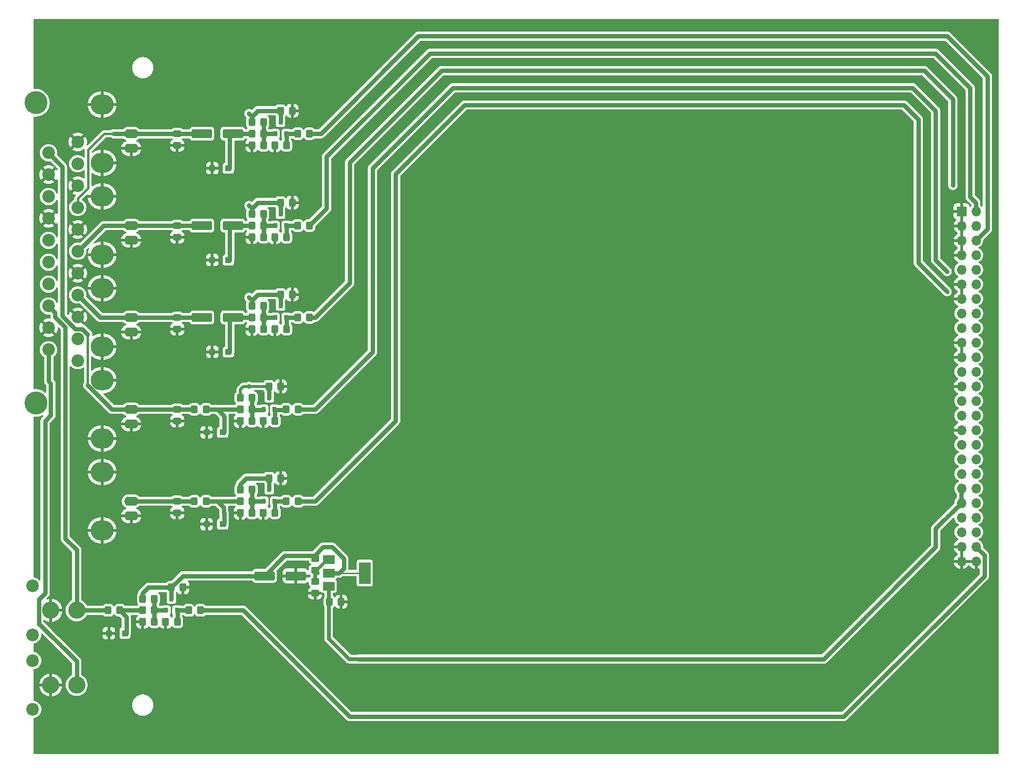
<source format=gbr>
%TF.GenerationSoftware,KiCad,Pcbnew,8.0.7*%
%TF.CreationDate,2025-02-21T11:32:41+13:00*%
%TF.ProjectId,JVCard,4a564361-7264-42e6-9b69-6361645f7063,rev?*%
%TF.SameCoordinates,Original*%
%TF.FileFunction,Copper,L1,Top*%
%TF.FilePolarity,Positive*%
%FSLAX46Y46*%
G04 Gerber Fmt 4.6, Leading zero omitted, Abs format (unit mm)*
G04 Created by KiCad (PCBNEW 8.0.7) date 2025-02-21 11:32:41*
%MOMM*%
%LPD*%
G01*
G04 APERTURE LIST*
G04 Aperture macros list*
%AMRoundRect*
0 Rectangle with rounded corners*
0 $1 Rounding radius*
0 $2 $3 $4 $5 $6 $7 $8 $9 X,Y pos of 4 corners*
0 Add a 4 corners polygon primitive as box body*
4,1,4,$2,$3,$4,$5,$6,$7,$8,$9,$2,$3,0*
0 Add four circle primitives for the rounded corners*
1,1,$1+$1,$2,$3*
1,1,$1+$1,$4,$5*
1,1,$1+$1,$6,$7*
1,1,$1+$1,$8,$9*
0 Add four rect primitives between the rounded corners*
20,1,$1+$1,$2,$3,$4,$5,0*
20,1,$1+$1,$4,$5,$6,$7,0*
20,1,$1+$1,$6,$7,$8,$9,0*
20,1,$1+$1,$8,$9,$2,$3,0*%
G04 Aperture macros list end*
%TA.AperFunction,ComponentPad*%
%ADD10O,2.500000X1.600000*%
%TD*%
%TA.AperFunction,ComponentPad*%
%ADD11O,4.000000X3.500000*%
%TD*%
%TA.AperFunction,ComponentPad*%
%ADD12C,4.000000*%
%TD*%
%TA.AperFunction,ComponentPad*%
%ADD13C,2.200000*%
%TD*%
%TA.AperFunction,SMDPad,CuDef*%
%ADD14R,2.000000X1.500000*%
%TD*%
%TA.AperFunction,SMDPad,CuDef*%
%ADD15R,2.000000X3.800000*%
%TD*%
%TA.AperFunction,SMDPad,CuDef*%
%ADD16RoundRect,0.250000X-0.450000X0.325000X-0.450000X-0.325000X0.450000X-0.325000X0.450000X0.325000X0*%
%TD*%
%TA.AperFunction,SMDPad,CuDef*%
%ADD17R,1.100000X1.100000*%
%TD*%
%TA.AperFunction,SMDPad,CuDef*%
%ADD18RoundRect,0.250000X0.325000X0.450000X-0.325000X0.450000X-0.325000X-0.450000X0.325000X-0.450000X0*%
%TD*%
%TA.AperFunction,SMDPad,CuDef*%
%ADD19RoundRect,0.250000X-0.325000X-0.450000X0.325000X-0.450000X0.325000X0.450000X-0.325000X0.450000X0*%
%TD*%
%TA.AperFunction,SMDPad,CuDef*%
%ADD20R,0.800000X0.900000*%
%TD*%
%TA.AperFunction,ComponentPad*%
%ADD21O,1.700000X1.700000*%
%TD*%
%TA.AperFunction,ComponentPad*%
%ADD22R,1.700000X1.700000*%
%TD*%
%TA.AperFunction,SMDPad,CuDef*%
%ADD23RoundRect,0.250000X1.500000X0.550000X-1.500000X0.550000X-1.500000X-0.550000X1.500000X-0.550000X0*%
%TD*%
%TA.AperFunction,SMDPad,CuDef*%
%ADD24RoundRect,0.250000X-1.500000X-0.550000X1.500000X-0.550000X1.500000X0.550000X-1.500000X0.550000X0*%
%TD*%
%TA.AperFunction,ComponentPad*%
%ADD25O,3.000000X3.000000*%
%TD*%
%TA.AperFunction,ViaPad*%
%ADD26C,0.800000*%
%TD*%
%TA.AperFunction,Conductor*%
%ADD27C,0.400000*%
%TD*%
%TA.AperFunction,Conductor*%
%ADD28C,0.800000*%
%TD*%
%TA.AperFunction,Conductor*%
%ADD29C,0.700000*%
%TD*%
%TA.AperFunction,Conductor*%
%ADD30C,0.500000*%
%TD*%
%TA.AperFunction,Conductor*%
%ADD31C,0.250000*%
%TD*%
G04 APERTURE END LIST*
D10*
%TO.P,JV1,1,In*%
%TO.N,/Vi*%
X-117000000Y-20000000D03*
D11*
%TO.P,JV1,2,Ext*%
%TO.N,GNDA*%
X-122080000Y-25080000D03*
D10*
X-117000000Y-22540000D03*
D11*
X-122080000Y-14920000D03*
%TD*%
D10*
%TO.P,JRed1,1,In*%
%TO.N,/Ri*%
X-117000000Y44000000D03*
D11*
%TO.P,JRed1,2,Ext*%
%TO.N,GNDA*%
X-122080000Y38920000D03*
D10*
X-117000000Y41460000D03*
D11*
X-122080000Y49080000D03*
%TD*%
D10*
%TO.P,JH1,1,In*%
%TO.N,/Hi*%
X-117000000Y-4000000D03*
D11*
%TO.P,JH1,2,Ext*%
%TO.N,GNDA*%
X-122080000Y-9080000D03*
D10*
X-117000000Y-6540000D03*
D11*
X-122080000Y1080000D03*
%TD*%
D10*
%TO.P,JGreen1,1,In*%
%TO.N,/Gi*%
X-117000000Y28000000D03*
D11*
%TO.P,JGreen1,2,Ext*%
%TO.N,GNDA*%
X-122080000Y22920000D03*
D10*
X-117000000Y25460000D03*
D11*
X-122080000Y33080000D03*
%TD*%
D10*
%TO.P,JBlue1,1,In*%
%TO.N,/Bi*%
X-117000000Y12000000D03*
D11*
%TO.P,JBlue1,2,Ext*%
%TO.N,GNDA*%
X-122080000Y6920000D03*
D10*
X-117000000Y9460000D03*
D11*
X-122080000Y17080000D03*
%TD*%
D12*
%TO.P,U4,0*%
%TO.N,N/C*%
X-133600000Y-2880000D03*
X-133600000Y49390000D03*
D13*
%TO.P,U4,2,AUD_IN_R*%
%TO.N,Net-(JRight1-In)*%
X-131400000Y6390000D03*
%TO.P,U4,3,AUD_OUT_L*%
%TO.N,unconnected-(U4-AUD_OUT_L-Pad3)*%
X-126320000Y8295000D03*
%TO.P,U4,4,AUD_GND*%
%TO.N,GNDA*%
X-131400000Y10200000D03*
%TO.P,U4,5,RGB_B_GND*%
X-126320000Y12105000D03*
%TO.P,U4,6,AUD_IN_L*%
%TO.N,/Ai*%
X-131400000Y14010000D03*
%TO.P,U4,7,RGB_B*%
%TO.N,/Bi*%
X-126320000Y15915000D03*
%TO.P,U4,8,VID_STAT*%
%TO.N,unconnected-(U4-VID_STAT-Pad8)*%
X-131400000Y17820000D03*
%TO.P,U4,9,RGB_G_GND*%
%TO.N,GNDA*%
X-126320000Y19725000D03*
%TO.P,U4,10,IOCTRL*%
%TO.N,unconnected-(U4-IOCTRL-Pad10)*%
X-131400000Y21630000D03*
%TO.P,U4,11,RGB_G*%
%TO.N,/Gi*%
X-126320000Y23535000D03*
%TO.P,U4,12,RSV*%
%TO.N,unconnected-(U4-RSV-Pad12)*%
X-131400000Y25440000D03*
%TO.P,U4,13,RGB_R_GND*%
%TO.N,GNDA*%
X-126320000Y27345000D03*
%TO.P,U4,20,SYNC_IN*%
%TO.N,/Hi*%
X-131400000Y40680000D03*
%TO.P,U4,15,RGB_R*%
%TO.N,/Ri*%
X-126320000Y31155000D03*
%TO.P,U4,14,RGB_STAT_GND*%
%TO.N,GNDA*%
X-131400000Y29250000D03*
%TO.P,U4,17,SYNC_GND*%
X-126320000Y34965000D03*
%TO.P,U4,16,RGB_STAT*%
%TO.N,unconnected-(U4-RGB_STAT-Pad16)*%
X-131400000Y33060000D03*
%TO.P,U4,19,SYNC_OUT*%
%TO.N,unconnected-(U4-SYNC_OUT-Pad19)*%
X-126320000Y38775000D03*
%TO.P,U4,18,SYNC_GND*%
%TO.N,GNDA*%
X-131400000Y36870000D03*
%TO.P,U4,21,GND*%
X-126320000Y42585000D03*
%TO.P,U4,1,AUD_OUT_R*%
%TO.N,unconnected-(U4-AUD_OUT_R-Pad1)*%
X-126320000Y4485000D03*
%TD*%
D14*
%TO.P,U1,1,GND*%
%TO.N,Net-(U1-GND)*%
X-82650000Y-30200000D03*
%TO.P,U1,3,VI*%
%TO.N,+15V*%
X-82650000Y-34800000D03*
%TO.P,U1,2,VO*%
%TO.N,+12V*%
X-82650000Y-32500000D03*
D15*
X-76350000Y-32500000D03*
%TD*%
D16*
%TO.P,R2,2*%
%TO.N,GNDA*%
X-85000000Y-36025000D03*
%TO.P,R2,1*%
%TO.N,Net-(U1-GND)*%
X-85000000Y-33975000D03*
%TD*%
%TO.P,R1,2*%
%TO.N,Net-(U1-GND)*%
X-85000000Y-32025000D03*
%TO.P,R1,1*%
%TO.N,+12V*%
X-85000000Y-29975000D03*
%TD*%
D17*
%TO.P,D6,2,A*%
%TO.N,GNDA*%
X-120900000Y-43000000D03*
%TO.P,D6,1,K*%
%TO.N,Net-(D6-K)*%
X-118100000Y-43000000D03*
%TD*%
%TO.P,D5,2,A*%
%TO.N,GNDA*%
X-103900000Y-24000000D03*
%TO.P,D5,1,K*%
%TO.N,Net-(D5-K)*%
X-101100000Y-24000000D03*
%TD*%
%TO.P,D4,2,A*%
%TO.N,GNDA*%
X-103900000Y-8000000D03*
%TO.P,D4,1,K*%
%TO.N,Net-(D4-K)*%
X-101100000Y-8000000D03*
%TD*%
%TO.P,D3,2,A*%
%TO.N,GNDA*%
X-102900000Y6000000D03*
%TO.P,D3,1,K*%
%TO.N,Net-(D3-K)*%
X-100100000Y6000000D03*
%TD*%
%TO.P,D2,2,A*%
%TO.N,GNDA*%
X-102900000Y22000000D03*
%TO.P,D2,1,K*%
%TO.N,Net-(D2-K)*%
X-100100000Y22000000D03*
%TD*%
%TO.P,D1,2,A*%
%TO.N,GNDA*%
X-102900000Y38000000D03*
%TO.P,D1,1,K*%
%TO.N,Net-(D1-K)*%
X-100100000Y38000000D03*
%TD*%
D18*
%TO.P,R48,2*%
%TO.N,Net-(Q6-E)*%
X-107025000Y-39000000D03*
%TO.P,R48,1*%
%TO.N,/Audio*%
X-104975000Y-39000000D03*
%TD*%
%TO.P,R47,2*%
%TO.N,Net-(Q5-E)*%
X-90025000Y-20000000D03*
%TO.P,R47,1*%
%TO.N,/Vs*%
X-87975000Y-20000000D03*
%TD*%
%TO.P,R46,2*%
%TO.N,Net-(Q4-E)*%
X-90025000Y-4000000D03*
%TO.P,R46,1*%
%TO.N,/Cs*%
X-87975000Y-4000000D03*
%TD*%
%TO.P,R45,2*%
%TO.N,Net-(Q3-E)*%
X-88025000Y12000000D03*
%TO.P,R45,1*%
%TO.N,/Bo*%
X-85975000Y12000000D03*
%TD*%
%TO.P,R44,2*%
%TO.N,Net-(Q2-E)*%
X-88025000Y28000000D03*
%TO.P,R44,1*%
%TO.N,/Go*%
X-85975000Y28000000D03*
%TD*%
%TO.P,R43,2*%
%TO.N,Net-(Q1-E)*%
X-88025000Y44000000D03*
%TO.P,R43,1*%
%TO.N,/Ro*%
X-85975000Y44000000D03*
%TD*%
%TO.P,R42,2*%
%TO.N,GNDA*%
X-111025000Y-41000000D03*
%TO.P,R42,1*%
%TO.N,Net-(Q6-E)*%
X-108975000Y-41000000D03*
%TD*%
%TO.P,R41,2*%
%TO.N,GNDA*%
X-94025000Y-22000000D03*
%TO.P,R41,1*%
%TO.N,Net-(Q5-E)*%
X-91975000Y-22000000D03*
%TD*%
%TO.P,R40,2*%
%TO.N,GNDA*%
X-94025000Y-6000000D03*
%TO.P,R40,1*%
%TO.N,Net-(Q4-E)*%
X-91975000Y-6000000D03*
%TD*%
%TO.P,R39,2*%
%TO.N,GNDA*%
X-92025000Y10000000D03*
%TO.P,R39,1*%
%TO.N,Net-(Q3-E)*%
X-89975000Y10000000D03*
%TD*%
%TO.P,R38,2*%
%TO.N,GNDA*%
X-92025000Y26000000D03*
%TO.P,R38,1*%
%TO.N,Net-(Q2-E)*%
X-89975000Y26000000D03*
%TD*%
%TO.P,R37,2*%
%TO.N,GNDA*%
X-92025000Y42000000D03*
%TO.P,R37,1*%
%TO.N,Net-(Q1-E)*%
X-89975000Y42000000D03*
%TD*%
%TO.P,R36,2*%
%TO.N,GNDA*%
X-115025000Y-41000000D03*
%TO.P,R36,1*%
%TO.N,Net-(Q6-B)*%
X-112975000Y-41000000D03*
%TD*%
D19*
%TO.P,R35,2*%
%TO.N,Net-(Q6-B)*%
X-112975000Y-37000000D03*
%TO.P,R35,1*%
%TO.N,+12V*%
X-115025000Y-37000000D03*
%TD*%
D18*
%TO.P,R34,2*%
%TO.N,GNDA*%
X-98025000Y-22000000D03*
%TO.P,R34,1*%
%TO.N,Net-(Q5-B)*%
X-95975000Y-22000000D03*
%TD*%
D19*
%TO.P,R33,2*%
%TO.N,Net-(Q5-B)*%
X-95975000Y-18000000D03*
%TO.P,R33,1*%
%TO.N,+12V*%
X-98025000Y-18000000D03*
%TD*%
D18*
%TO.P,R32,2*%
%TO.N,GNDA*%
X-98025000Y-6000000D03*
%TO.P,R32,1*%
%TO.N,Net-(Q4-B)*%
X-95975000Y-6000000D03*
%TD*%
D19*
%TO.P,R31,2*%
%TO.N,Net-(Q4-B)*%
X-95975000Y-2000000D03*
%TO.P,R31,1*%
%TO.N,+12V*%
X-98025000Y-2000000D03*
%TD*%
D18*
%TO.P,R30,2*%
%TO.N,GNDA*%
X-96025000Y10000000D03*
%TO.P,R30,1*%
%TO.N,Net-(Q3-B)*%
X-93975000Y10000000D03*
%TD*%
D19*
%TO.P,R29,2*%
%TO.N,Net-(Q3-B)*%
X-93975000Y14000000D03*
%TO.P,R29,1*%
%TO.N,+12V*%
X-96025000Y14000000D03*
%TD*%
D18*
%TO.P,R28,2*%
%TO.N,GNDA*%
X-96025000Y26000000D03*
%TO.P,R28,1*%
%TO.N,Net-(Q2-B)*%
X-93975000Y26000000D03*
%TD*%
D19*
%TO.P,R27,2*%
%TO.N,Net-(Q2-B)*%
X-93975000Y30000000D03*
%TO.P,R27,1*%
%TO.N,+12V*%
X-96025000Y30000000D03*
%TD*%
D18*
%TO.P,R26,2*%
%TO.N,GNDA*%
X-96025000Y42000000D03*
%TO.P,R26,1*%
%TO.N,Net-(Q1-B)*%
X-93975000Y42000000D03*
%TD*%
D19*
%TO.P,R25,2*%
%TO.N,Net-(Q1-B)*%
X-93975000Y46000000D03*
%TO.P,R25,1*%
%TO.N,+12V*%
X-96025000Y46000000D03*
%TD*%
D18*
%TO.P,R24,2*%
%TO.N,Net-(D6-K)*%
X-115025000Y-39000000D03*
%TO.P,R24,1*%
%TO.N,Net-(Q6-B)*%
X-112975000Y-39000000D03*
%TD*%
%TO.P,R23,2*%
%TO.N,Net-(D5-K)*%
X-98025000Y-20000000D03*
%TO.P,R23,1*%
%TO.N,Net-(Q5-B)*%
X-95975000Y-20000000D03*
%TD*%
%TO.P,R22,2*%
%TO.N,Net-(D4-K)*%
X-98025000Y-4000000D03*
%TO.P,R22,1*%
%TO.N,Net-(Q4-B)*%
X-95975000Y-4000000D03*
%TD*%
%TO.P,R21,2*%
%TO.N,Net-(D3-K)*%
X-96025000Y12000000D03*
%TO.P,R21,1*%
%TO.N,Net-(Q3-B)*%
X-93975000Y12000000D03*
%TD*%
%TO.P,R20,2*%
%TO.N,Net-(D2-K)*%
X-96025000Y28000000D03*
%TO.P,R20,1*%
%TO.N,Net-(Q2-B)*%
X-93975000Y28000000D03*
%TD*%
%TO.P,R19,2*%
%TO.N,Net-(D1-K)*%
X-96025000Y44000000D03*
%TO.P,R19,1*%
%TO.N,Net-(Q1-B)*%
X-93975000Y44000000D03*
%TD*%
D16*
%TO.P,R18,2*%
%TO.N,GNDA*%
X-109000000Y-22025000D03*
%TO.P,R18,1*%
%TO.N,/Vi*%
X-109000000Y-19975000D03*
%TD*%
%TO.P,R15,2*%
%TO.N,GNDA*%
X-109000000Y-6025000D03*
%TO.P,R15,1*%
%TO.N,/Hi*%
X-109000000Y-3975000D03*
%TD*%
%TO.P,R14,2*%
%TO.N,GNDA*%
X-109000000Y9975000D03*
%TO.P,R14,1*%
%TO.N,/Bi*%
X-109000000Y12025000D03*
%TD*%
%TO.P,R13,2*%
%TO.N,GNDA*%
X-109000000Y25975000D03*
%TO.P,R13,1*%
%TO.N,/Gi*%
X-109000000Y28025000D03*
%TD*%
%TO.P,R12,2*%
%TO.N,GNDA*%
X-109000000Y41975000D03*
%TO.P,R12,1*%
%TO.N,/Ri*%
X-109000000Y44025000D03*
%TD*%
D20*
%TO.P,Q6,3,C*%
%TO.N,+12V*%
X-110000000Y-37000000D03*
%TO.P,Q6,2,E*%
%TO.N,Net-(Q6-E)*%
X-109050000Y-39000000D03*
%TO.P,Q6,1,B*%
%TO.N,Net-(Q6-B)*%
X-110950000Y-39000000D03*
%TD*%
%TO.P,Q5,3,C*%
%TO.N,+12V*%
X-93000000Y-18000000D03*
%TO.P,Q5,2,E*%
%TO.N,Net-(Q5-E)*%
X-92050000Y-20000000D03*
%TO.P,Q5,1,B*%
%TO.N,Net-(Q5-B)*%
X-93950000Y-20000000D03*
%TD*%
%TO.P,Q4,3,C*%
%TO.N,+12V*%
X-93000000Y-2000000D03*
%TO.P,Q4,2,E*%
%TO.N,Net-(Q4-E)*%
X-92050000Y-4000000D03*
%TO.P,Q4,1,B*%
%TO.N,Net-(Q4-B)*%
X-93950000Y-4000000D03*
%TD*%
%TO.P,Q3,3,C*%
%TO.N,+12V*%
X-91000000Y14000000D03*
%TO.P,Q3,2,E*%
%TO.N,Net-(Q3-E)*%
X-90050000Y12000000D03*
%TO.P,Q3,1,B*%
%TO.N,Net-(Q3-B)*%
X-91950000Y12000000D03*
%TD*%
%TO.P,Q2,3,C*%
%TO.N,+12V*%
X-91000000Y30000000D03*
%TO.P,Q2,2,E*%
%TO.N,Net-(Q2-E)*%
X-90050000Y28000000D03*
%TO.P,Q2,1,B*%
%TO.N,Net-(Q2-B)*%
X-91950000Y28000000D03*
%TD*%
%TO.P,Q1,3,C*%
%TO.N,+12V*%
X-91000000Y46000000D03*
%TO.P,Q1,2,E*%
%TO.N,Net-(Q1-E)*%
X-90050000Y44000000D03*
%TO.P,Q1,1,B*%
%TO.N,Net-(Q1-B)*%
X-91950000Y44000000D03*
%TD*%
D21*
%TO.P,J6,50,Pin_50*%
%TO.N,GNDA*%
X30040000Y-30460000D03*
%TO.P,J6,49,Pin_49*%
X27500000Y-30460000D03*
%TO.P,J6,48,Pin_48*%
%TO.N,/Audio*%
X30040000Y-27920000D03*
%TO.P,J6,47,Pin_47*%
%TO.N,GNDA*%
X27500000Y-27920000D03*
%TO.P,J6,46,Pin_46*%
%TO.N,unconnected-(J6-Pin_46-Pad46)*%
X30040000Y-25380000D03*
%TO.P,J6,45,Pin_45*%
%TO.N,unconnected-(J6-Pin_45-Pad45)*%
X27500000Y-25380000D03*
%TO.P,J6,44,Pin_44*%
%TO.N,unconnected-(J6-Pin_44-Pad44)*%
X30040000Y-22840000D03*
%TO.P,J6,43,Pin_43*%
%TO.N,unconnected-(J6-Pin_43-Pad43)*%
X27500000Y-22840000D03*
%TO.P,J6,42,Pin_42*%
%TO.N,unconnected-(J6-Pin_42-Pad42)*%
X30040000Y-20300000D03*
%TO.P,J6,41,Pin_41*%
%TO.N,+15V*%
X27500000Y-20300000D03*
%TO.P,J6,40,Pin_40*%
%TO.N,unconnected-(J6-Pin_40-Pad40)*%
X30040000Y-17760000D03*
%TO.P,J6,39,Pin_39*%
%TO.N,+15V*%
X27500000Y-17760000D03*
%TO.P,J6,38,Pin_38*%
%TO.N,unconnected-(J6-Pin_38-Pad38)*%
X30040000Y-15220000D03*
%TO.P,J6,37,Pin_37*%
%TO.N,unconnected-(J6-Pin_37-Pad37)*%
X27500000Y-15220000D03*
%TO.P,J6,36,Pin_36*%
%TO.N,unconnected-(J6-Pin_36-Pad36)*%
X30040000Y-12680000D03*
%TO.P,J6,35,Pin_35*%
%TO.N,unconnected-(J6-Pin_35-Pad35)*%
X27500000Y-12680000D03*
%TO.P,J6,34,Pin_34*%
%TO.N,unconnected-(J6-Pin_34-Pad34)*%
X30040000Y-10140000D03*
%TO.P,J6,33,Pin_33*%
%TO.N,unconnected-(J6-Pin_33-Pad33)*%
X27500000Y-10140000D03*
%TO.P,J6,32,Pin_32*%
%TO.N,unconnected-(J6-Pin_32-Pad32)*%
X30040000Y-7600000D03*
%TO.P,J6,31,Pin_31*%
%TO.N,GNDA*%
X27500000Y-7600000D03*
%TO.P,J6,30,Pin_30*%
%TO.N,unconnected-(J6-Pin_30-Pad30)*%
X30040000Y-5060000D03*
%TO.P,J6,29,Pin_29*%
%TO.N,unconnected-(J6-Pin_29-Pad29)*%
X27500000Y-5060000D03*
%TO.P,J6,28,Pin_28*%
%TO.N,unconnected-(J6-Pin_28-Pad28)*%
X30040000Y-2520000D03*
%TO.P,J6,27,Pin_27*%
%TO.N,unconnected-(J6-Pin_27-Pad27)*%
X27500000Y-2520000D03*
%TO.P,J6,26,Pin_26*%
%TO.N,unconnected-(J6-Pin_26-Pad26)*%
X30040000Y20000D03*
%TO.P,J6,25,Pin_25*%
%TO.N,GNDA*%
X27500000Y20000D03*
%TO.P,J6,24,Pin_24*%
%TO.N,unconnected-(J6-Pin_24-Pad24)*%
X30040000Y2560000D03*
%TO.P,J6,23,Pin_23*%
%TO.N,unconnected-(J6-Pin_23-Pad23)*%
X27500000Y2560000D03*
%TO.P,J6,22,Pin_22*%
%TO.N,unconnected-(J6-Pin_22-Pad22)*%
X30040000Y5100000D03*
%TO.P,J6,21,Pin_21*%
%TO.N,GNDA*%
X27500000Y5100000D03*
%TO.P,J6,20,Pin_20*%
%TO.N,unconnected-(J6-Pin_20-Pad20)*%
X30040000Y7640000D03*
%TO.P,J6,19,Pin_19*%
%TO.N,GNDA*%
X27500000Y7640000D03*
%TO.P,J6,18,Pin_18*%
%TO.N,unconnected-(J6-Pin_18-Pad18)*%
X30040000Y10180000D03*
%TO.P,J6,17,Pin_17*%
%TO.N,unconnected-(J6-Pin_17-Pad17)*%
X27500000Y10180000D03*
%TO.P,J6,16,Pin_16*%
%TO.N,unconnected-(J6-Pin_16-Pad16)*%
X30040000Y12720000D03*
%TO.P,J6,15,Pin_15*%
%TO.N,unconnected-(J6-Pin_15-Pad15)*%
X27500000Y12720000D03*
%TO.P,J6,14,Pin_14*%
%TO.N,/Vs*%
X30040000Y15260000D03*
%TO.P,J6,13,Pin_13*%
%TO.N,GNDA*%
X27500000Y15260000D03*
%TO.P,J6,12,Pin_12*%
%TO.N,/Cs*%
X30040000Y17800000D03*
%TO.P,J6,11,Pin_11*%
%TO.N,GNDA*%
X27500000Y17800000D03*
%TO.P,J6,10,Pin_10*%
%TO.N,unconnected-(J6-Pin_10-Pad10)*%
X30040000Y20340000D03*
%TO.P,J6,9,Pin_9*%
%TO.N,unconnected-(J6-Pin_9-Pad9)*%
X27500000Y20340000D03*
%TO.P,J6,8,Pin_8*%
%TO.N,unconnected-(J6-Pin_8-Pad8)*%
X30040000Y22880000D03*
%TO.P,J6,7,Pin_7*%
%TO.N,GNDA*%
X27500000Y22880000D03*
%TO.P,J6,6,Pin_6*%
%TO.N,/Ro*%
X30040000Y25420000D03*
%TO.P,J6,5,Pin_5*%
%TO.N,GNDA*%
X27500000Y25420000D03*
%TO.P,J6,4,Pin_4*%
%TO.N,/Bo*%
X30040000Y27960000D03*
%TO.P,J6,3,Pin_3*%
%TO.N,GNDA*%
X27500000Y27960000D03*
%TO.P,J6,2,Pin_2*%
%TO.N,/Go*%
X30040000Y30500000D03*
D22*
%TO.P,J6,1,Pin_1*%
%TO.N,GNDA*%
X27500000Y30500000D03*
%TD*%
D19*
%TO.P,C27,2*%
%TO.N,GNDA*%
X-88975000Y48000000D03*
%TO.P,C27,1*%
%TO.N,+12V*%
X-91025000Y48000000D03*
%TD*%
%TO.P,C26,2*%
%TO.N,GNDA*%
X-107975000Y-35000000D03*
%TO.P,C26,1*%
%TO.N,+12V*%
X-110025000Y-35000000D03*
%TD*%
%TO.P,C25,2*%
%TO.N,GNDA*%
X-88975000Y32000000D03*
%TO.P,C25,1*%
%TO.N,+12V*%
X-91025000Y32000000D03*
%TD*%
%TO.P,C24,2*%
%TO.N,GNDA*%
X-88975000Y16000000D03*
%TO.P,C24,1*%
%TO.N,+12V*%
X-91025000Y16000000D03*
%TD*%
%TO.P,C23,2*%
%TO.N,GNDA*%
X-91000000Y0D03*
%TO.P,C23,1*%
%TO.N,+12V*%
X-93050000Y0D03*
%TD*%
%TO.P,C22,2*%
%TO.N,GNDA*%
X-90975000Y-16000000D03*
%TO.P,C22,1*%
%TO.N,+12V*%
X-93025000Y-16000000D03*
%TD*%
%TO.P,C21,2*%
%TO.N,Net-(D6-K)*%
X-118975000Y-39000000D03*
%TO.P,C21,1*%
%TO.N,/Ai*%
X-121025000Y-39000000D03*
%TD*%
%TO.P,C20,2*%
%TO.N,Net-(D5-K)*%
X-103975000Y-20000000D03*
%TO.P,C20,1*%
%TO.N,/Vi*%
X-106025000Y-20000000D03*
%TD*%
%TO.P,C19,2*%
%TO.N,Net-(D4-K)*%
X-103975000Y-4000000D03*
%TO.P,C19,1*%
%TO.N,/Hi*%
X-106025000Y-4000000D03*
%TD*%
D23*
%TO.P,C18,2*%
%TO.N,/Bi*%
X-104700000Y12000000D03*
%TO.P,C18,1*%
%TO.N,Net-(D3-K)*%
X-99300000Y12000000D03*
%TD*%
%TO.P,C17,2*%
%TO.N,/Gi*%
X-104700000Y28000000D03*
%TO.P,C17,1*%
%TO.N,Net-(D2-K)*%
X-99300000Y28000000D03*
%TD*%
%TO.P,C16,2*%
%TO.N,/Ri*%
X-104700000Y44000000D03*
%TO.P,C16,1*%
%TO.N,Net-(D1-K)*%
X-99300000Y44000000D03*
%TD*%
D24*
%TO.P,C15,2*%
%TO.N,GNDA*%
X-88400000Y-33000000D03*
%TO.P,C15,1*%
%TO.N,+12V*%
X-93800000Y-33000000D03*
%TD*%
D19*
%TO.P,C14,2*%
%TO.N,GNDA*%
X-80475000Y-37500000D03*
%TO.P,C14,1*%
%TO.N,+15V*%
X-82525000Y-37500000D03*
%TD*%
D13*
%TO.P,JRight1,0*%
%TO.N,N/C*%
X-134150000Y-56250000D03*
X-134150000Y-47750000D03*
D25*
%TO.P,JRight1,2,Ext*%
%TO.N,GNDA*%
X-131000000Y-52000000D03*
%TO.P,JRight1,1,In*%
%TO.N,Net-(JRight1-In)*%
X-126500000Y-52000000D03*
%TD*%
D13*
%TO.P,JLeft1,0*%
%TO.N,N/C*%
X-134150000Y-43250000D03*
X-134150000Y-34750000D03*
D25*
%TO.P,JLeft1,2,Ext*%
%TO.N,GNDA*%
X-131000000Y-39000000D03*
%TO.P,JLeft1,1,In*%
%TO.N,/Ai*%
X-126500000Y-39000000D03*
%TD*%
D26*
%TO.N,GNDA*%
X-95000000Y24500000D03*
X-92000000Y24500000D03*
X-106500000Y22000000D03*
X-109000000Y29500000D03*
X-100000000Y20000000D03*
X-97500000Y30000000D03*
X-109000000Y24000000D03*
X-95500000Y33500000D03*
X-97500000Y22000000D03*
X-102000000Y29500000D03*
X-95000000Y8500000D03*
X-92000000Y8500000D03*
X-106500000Y6000000D03*
X-109000000Y13500000D03*
X-100000000Y4000000D03*
X-97500000Y14000000D03*
X-109000000Y8000000D03*
X-95500000Y17500000D03*
X-97500000Y6000000D03*
X-102000000Y13500000D03*
X-98000000Y-7500000D03*
X-94000000Y-7500000D03*
X-106500000Y-10500000D03*
X-109000000Y-2500000D03*
X-99500000Y-2000000D03*
X-109000000Y-8000000D03*
X-99500000Y-10000000D03*
X-104000000Y-2500000D03*
X-98000000Y-23500000D03*
X-94000000Y-23500000D03*
X-109000000Y-18500000D03*
X-106500000Y-26500000D03*
X-109000000Y-24000000D03*
X-99500000Y-18000000D03*
X-104000000Y-18500000D03*
X-99500000Y-26000000D03*
X-89000000Y-16000000D03*
X-115000000Y-42500000D03*
X-111000000Y-42500000D03*
X-123500000Y-45500000D03*
X-116500000Y-37000000D03*
X-121000000Y-37500000D03*
X-116500000Y-45000000D03*
X-106000000Y-35000000D03*
X30500000Y34000000D03*
X27500000Y36000000D03*
X24500000Y38000000D03*
X24500000Y33000000D03*
X24500000Y23000000D03*
X24500000Y49000000D03*
X27500000Y51000000D03*
X30500000Y53000000D03*
X24000000Y59500000D03*
X22000000Y56500000D03*
X20000000Y53500000D03*
X18000000Y50500000D03*
X21500000Y47000000D03*
X26000000Y62500000D03*
X33500000Y55000000D03*
X-66000000Y59500000D03*
X-68000000Y62500000D03*
X-64000000Y56500000D03*
X-62000000Y53500000D03*
X-60000000Y50500000D03*
X-70000000Y45500000D03*
X-72500000Y48000000D03*
X-75000000Y50500000D03*
X-77500000Y53000000D03*
X-67500000Y43000000D03*
X-84500000Y45500000D03*
X-83000000Y42500000D03*
X-81000000Y39500000D03*
X-77000000Y37500000D03*
X-73000000Y37000000D03*
X-39500000Y62500000D03*
X-39500000Y59500000D03*
X-39500000Y56500000D03*
X-39500000Y53500000D03*
X-39500000Y50500000D03*
X-5000000Y62500000D03*
X-5000000Y59500000D03*
X-5000000Y56500000D03*
X-5000000Y53500000D03*
X-5000000Y50500000D03*
X-5000000Y47500000D03*
X-39500000Y47500000D03*
X-58000000Y47500000D03*
X-65000000Y40500000D03*
X-68500000Y37000000D03*
X-81000000Y30500000D03*
X-77000000Y28500000D03*
X-73000000Y26500000D03*
X-73000000Y17500000D03*
X-77000000Y19000000D03*
X-81000000Y20500000D03*
X-77000000Y9000000D03*
X-73000000Y7500000D03*
X-73000000Y-5000000D03*
X-69000000Y-5000000D03*
X-69000000Y6000000D03*
X-69000000Y16000000D03*
X-69000000Y24500000D03*
X-89000000Y0D03*
X-87000000Y16000000D03*
X-87000000Y32000000D03*
X-87000000Y48000000D03*
X-92000000Y40500000D03*
X-95000000Y40500000D03*
X-106500000Y38000000D03*
X-109000000Y40000000D03*
X-109000000Y45500000D03*
X-102000000Y45500000D03*
X-97500000Y46000000D03*
X-95500000Y49500000D03*
X-97500000Y38000000D03*
X-100000000Y36000000D03*
X-130000000Y-26000000D03*
X-130000000Y4500000D03*
X-130000000Y-7000000D03*
X-133500000Y-7000000D03*
X-133500000Y-26000000D03*
X-127000000Y-25500000D03*
X-127000000Y-7000000D03*
X-126500000Y2000000D03*
X-133000000Y4500000D03*
X-129000000Y-36500000D03*
X-124500000Y-37000000D03*
X18500000Y45500000D03*
X16500000Y47500000D03*
X21500000Y38000000D03*
X21500000Y23000000D03*
X18500000Y23000000D03*
X18500000Y38000000D03*
X-85500000Y-18000000D03*
X-84500000Y-21500000D03*
X-76500000Y-14000000D03*
X-79500000Y-12000000D03*
X-84000000Y-5500000D03*
X-85500000Y-2000000D03*
X-80500000Y3000000D03*
X-78000000Y500000D03*
X-83500000Y11000000D03*
X-85000000Y-38000000D03*
X-78500000Y-37500000D03*
X-88500000Y-35500000D03*
X-98000000Y-31500000D03*
X-98000000Y-34500000D03*
X-94000000Y-31000000D03*
X-94000000Y-35000000D03*
X-85500000Y-43000000D03*
X-76500000Y-45500000D03*
X-78500000Y-49500000D03*
X-97000000Y-37000000D03*
X-98500000Y-41000000D03*
X-78000000Y-56000000D03*
X-80000000Y-59000000D03*
X6000000Y-56000000D03*
X8000000Y-59000000D03*
X2500000Y-46000000D03*
X4500000Y-49000000D03*
X25500000Y-24500000D03*
X25500000Y-20000000D03*
X21500000Y-24500000D03*
X24000000Y-29000000D03*
X18000000Y-31000000D03*
X15000000Y-38000000D03*
X30000000Y-32500000D03*
X25000000Y-37500000D03*
X27000000Y-39500000D03*
X32000000Y-34500000D03*
X17500000Y-45000000D03*
X19500000Y-47000000D03*
X-36500000Y-46000000D03*
X-36500000Y-49000000D03*
X-36500000Y-56000000D03*
X-36500000Y-59000000D03*
X-133000000Y63000000D03*
X-133000000Y-63000000D03*
X33000000Y-63000000D03*
X33000000Y63000000D03*
X-115000000Y63500000D03*
X-115000000Y-63000000D03*
%TO.N,+12V*%
X-96500000Y0D03*
X-96500000Y31500000D03*
X-96500000Y-16000000D03*
X-96500000Y15500000D03*
X-96500000Y47500000D03*
X-96500000Y-33000000D03*
%TO.N,/Vs*%
X25000000Y16500000D03*
%TO.N,/Cs*%
X25000000Y20000000D03*
%TO.N,/Bo*%
X26000000Y35000000D03*
%TD*%
D27*
%TO.N,/Ri*%
X-124500000Y41200000D02*
X-121700000Y44000000D01*
X-124500000Y34530634D02*
X-124500000Y41200000D01*
X-126320000Y32710634D02*
X-124500000Y34530634D01*
X-126320000Y31155000D02*
X-126320000Y32710634D01*
X-121700000Y44000000D02*
X-118000000Y44000000D01*
D28*
%TO.N,+15V*%
X-77500000Y-47500000D02*
X3500000Y-47500000D01*
X3500000Y-47500000D02*
X23000000Y-28000000D01*
X23000000Y-24780000D02*
X27460000Y-20320000D01*
X23000000Y-28000000D02*
X23000000Y-24780000D01*
X27460000Y-17780000D02*
X27460000Y-20320000D01*
D29*
X-79093998Y-47500000D02*
X-77500000Y-47500000D01*
X-82650000Y-43943998D02*
X-79093998Y-47500000D01*
X-82650000Y-34800000D02*
X-82650000Y-43943998D01*
D28*
%TO.N,+12V*%
X-91000000Y47975000D02*
X-91025000Y48000000D01*
X-91000000Y46000000D02*
X-91000000Y47975000D01*
X-91025000Y48000000D02*
X-95000000Y48000000D01*
X-96025000Y46975000D02*
X-96025000Y46000000D01*
X-95000000Y48000000D02*
X-96025000Y46975000D01*
X-91000000Y31975000D02*
X-91025000Y32000000D01*
X-91000000Y30000000D02*
X-91000000Y31975000D01*
X-91025000Y32000000D02*
X-95000000Y32000000D01*
X-96025000Y30975000D02*
X-96025000Y30000000D01*
X-95000000Y32000000D02*
X-96025000Y30975000D01*
X-91000000Y15975000D02*
X-91025000Y16000000D01*
X-91000000Y14000000D02*
X-91000000Y15975000D01*
X-91025000Y16000000D02*
X-95000000Y16000000D01*
X-96025000Y14975000D02*
X-96025000Y14000000D01*
X-95000000Y16000000D02*
X-96025000Y14975000D01*
X-93000000Y-25000D02*
X-93025000Y0D01*
X-93000000Y-2050000D02*
X-93000000Y-25000D01*
X-110000000Y-35025000D02*
X-110025000Y-35000000D01*
X-110000000Y-37000000D02*
X-110000000Y-35025000D01*
X-110025000Y-35000000D02*
X-114000000Y-35000000D01*
X-115025000Y-36025000D02*
X-115025000Y-37000000D01*
X-114000000Y-35000000D02*
X-115025000Y-36025000D01*
X-93000000Y-16025000D02*
X-93025000Y-16000000D01*
X-93000000Y-18000000D02*
X-93000000Y-16025000D01*
X-93025000Y-16000000D02*
X-96500000Y-16000000D01*
X-98025000Y-17025000D02*
X-98025000Y-18000000D01*
X-97000000Y-16000000D02*
X-98025000Y-17025000D01*
X-96025000Y30000000D02*
X-96025000Y31025000D01*
X-96025000Y31025000D02*
X-96500000Y31500000D01*
X-96025000Y30975000D02*
X-96025000Y31025000D01*
X-96500000Y-16000000D02*
X-97000000Y-16000000D01*
X-96025000Y15025000D02*
X-96500000Y15500000D01*
X-96025000Y14975000D02*
X-96025000Y15025000D01*
X-96100001Y47100001D02*
X-96500000Y47500000D01*
X-96025000Y47025000D02*
X-96100001Y47100001D01*
X-96025000Y46975000D02*
X-96025000Y47025000D01*
X-97065685Y-33000000D02*
X-96500000Y-33000000D01*
X-108025000Y-33000000D02*
X-97065685Y-33000000D01*
X-93800000Y-33000000D02*
X-96500000Y-33000000D01*
X-110025000Y-35000000D02*
X-108025000Y-33000000D01*
D30*
X-93050000Y0D02*
X-96500000Y0D01*
X-96500000Y0D02*
X-97500000Y0D01*
X-98025000Y-525000D02*
X-98025000Y-2000000D01*
X-97500000Y0D02*
X-98025000Y-525000D01*
D31*
X-82650000Y-32500000D02*
X-76350000Y-32500000D01*
D28*
X-80850000Y-32500000D02*
X-80000000Y-31650000D01*
X-82650000Y-32500000D02*
X-80850000Y-32500000D01*
X-80000000Y-30019998D02*
X-82019998Y-28000000D01*
X-80000000Y-31650000D02*
X-80000000Y-30019998D01*
X-83600000Y-28000000D02*
X-85100000Y-29500000D01*
X-82019998Y-28000000D02*
X-83600000Y-28000000D01*
X-90300000Y-29500000D02*
X-93800000Y-33000000D01*
X-85100000Y-29500000D02*
X-90300000Y-29500000D01*
%TO.N,Net-(D1-K)*%
X-99850000Y43450000D02*
X-99300000Y44000000D01*
X-99850000Y38000000D02*
X-99850000Y43450000D01*
X-96025000Y44000000D02*
X-99300000Y44000000D01*
%TO.N,Net-(D2-K)*%
X-96025000Y28000000D02*
X-99300000Y28000000D01*
X-99850000Y27450000D02*
X-99300000Y28000000D01*
X-99850000Y22000000D02*
X-99850000Y27450000D01*
%TO.N,Net-(D3-K)*%
X-99850000Y11450000D02*
X-99300000Y12000000D01*
X-99850000Y6000000D02*
X-99850000Y11450000D01*
X-96025000Y12000000D02*
X-99300000Y12000000D01*
%TO.N,Net-(D4-K)*%
X-100850000Y-8000000D02*
X-100850000Y-6050000D01*
X-100850000Y-5150000D02*
X-102000000Y-4000000D01*
X-100850000Y-6050000D02*
X-100850000Y-5150000D01*
X-103975000Y-4000000D02*
X-102000000Y-4000000D01*
X-102000000Y-4000000D02*
X-98025000Y-4000000D01*
%TO.N,Net-(D5-K)*%
X-100850000Y-22050000D02*
X-100900000Y-22000000D01*
X-100850000Y-24000000D02*
X-100850000Y-22050000D01*
X-100900000Y-21100000D02*
X-102000000Y-20000000D01*
X-100900000Y-22000000D02*
X-100900000Y-21100000D01*
X-98025000Y-20000000D02*
X-102000000Y-20000000D01*
X-102000000Y-20000000D02*
X-103975000Y-20000000D01*
%TO.N,Net-(D6-K)*%
X-115025000Y-39000000D02*
X-118975000Y-39000000D01*
X-117850000Y-40125000D02*
X-118975000Y-39000000D01*
X-117850000Y-43000000D02*
X-117850000Y-40125000D01*
%TO.N,Net-(JRight1-In)*%
X-126500000Y-47878680D02*
X-126500000Y-50000000D01*
X-133100001Y-37100001D02*
X-133100001Y-41399999D01*
X-131370000Y870000D02*
X-131000000Y500000D01*
X-131370000Y6350000D02*
X-131370000Y870000D01*
X-132978681Y-41399999D02*
X-126500000Y-47878680D01*
X-131000000Y500000D02*
X-131000000Y-5000000D01*
X-131000000Y-5000000D02*
X-132000000Y-6000000D01*
X-132000000Y-6000000D02*
X-132000000Y-36000000D01*
X-133100001Y-41399999D02*
X-132978681Y-41399999D01*
X-132000000Y-36000000D02*
X-133100001Y-37100001D01*
X-126500000Y-50000000D02*
X-126500000Y-52000000D01*
%TO.N,Net-(Q1-E)*%
X-89975000Y43925000D02*
X-90050000Y44000000D01*
X-89975000Y42000000D02*
X-89975000Y43925000D01*
X-88025000Y44000000D02*
X-90050000Y44000000D01*
%TO.N,Net-(Q1-B)*%
X-93975000Y46000000D02*
X-93975000Y42000000D01*
X-93975000Y44000000D02*
X-91950000Y44000000D01*
%TO.N,Net-(Q2-E)*%
X-89975000Y26000000D02*
X-89975000Y27975000D01*
X-89950000Y28000000D02*
X-88025000Y28000000D01*
X-89975000Y27975000D02*
X-89950000Y28000000D01*
%TO.N,Net-(Q2-B)*%
X-91950000Y28000000D02*
X-93975000Y28000000D01*
X-93975000Y30000000D02*
X-93975000Y26000000D01*
%TO.N,Net-(Q3-E)*%
X-89975000Y11925000D02*
X-90050000Y12000000D01*
X-89975000Y10000000D02*
X-89975000Y11925000D01*
X-88025000Y12000000D02*
X-90050000Y12000000D01*
%TO.N,Net-(Q3-B)*%
X-93975000Y14000000D02*
X-93975000Y10000000D01*
X-93975000Y12000000D02*
X-92000000Y12000000D01*
%TO.N,Net-(Q4-E)*%
X-91975000Y-4125000D02*
X-92050000Y-4050000D01*
X-91975000Y-6000000D02*
X-91975000Y-4125000D01*
X-90075000Y-4050000D02*
X-90025000Y-4000000D01*
X-92050000Y-4050000D02*
X-90075000Y-4050000D01*
%TO.N,Net-(Q4-B)*%
X-95975000Y-2000000D02*
X-95975000Y-6000000D01*
X-95925000Y-4050000D02*
X-95975000Y-4000000D01*
X-93950000Y-4050000D02*
X-95925000Y-4050000D01*
%TO.N,Net-(Q5-E)*%
X-91975000Y-20075000D02*
X-92050000Y-20000000D01*
X-91975000Y-22000000D02*
X-91975000Y-20075000D01*
X-92050000Y-20000000D02*
X-90025000Y-20000000D01*
%TO.N,Net-(Q5-B)*%
X-95975000Y-18000000D02*
X-95975000Y-22000000D01*
X-93950000Y-20000000D02*
X-95975000Y-20000000D01*
%TO.N,Net-(Q6-E)*%
X-108975000Y-39075000D02*
X-109050000Y-39000000D01*
X-108975000Y-41000000D02*
X-108975000Y-39075000D01*
X-107025000Y-39000000D02*
X-109050000Y-39000000D01*
%TO.N,Net-(Q6-B)*%
X-112975000Y-41000000D02*
X-112975000Y-37000000D01*
X-110950000Y-39000000D02*
X-112975000Y-39000000D01*
%TO.N,/Ri*%
X-115000000Y44000000D02*
X-104700000Y44000000D01*
X-118000000Y44000000D02*
X-120073416Y44000000D01*
X-115000000Y44000000D02*
X-118000000Y44000000D01*
%TO.N,/Gi*%
X-104700000Y28000000D02*
X-115000000Y28000000D01*
X-121785000Y28000000D02*
X-126290000Y23495000D01*
X-115000000Y28000000D02*
X-121785000Y28000000D01*
%TO.N,/Bi*%
X-115000000Y12000000D02*
X-104700000Y12000000D01*
X-122415000Y12000000D02*
X-115000000Y12000000D01*
X-126290000Y15875000D02*
X-122415000Y12000000D01*
%TO.N,/Hi*%
X-115000000Y-4000000D02*
X-106025000Y-4000000D01*
X-129000000Y38270000D02*
X-130270001Y39540001D01*
X-129000000Y12258998D02*
X-129000000Y38270000D01*
X-125518998Y10000000D02*
X-126741002Y10000000D01*
X-124589999Y9071001D02*
X-125518998Y10000000D01*
X-126741002Y10000000D02*
X-129000000Y12258998D01*
D27*
X-124589999Y228997D02*
X-124589999Y9071001D01*
D28*
X-120361002Y-4000000D02*
X-124589999Y228997D01*
X-130270001Y39540001D02*
X-131370000Y40640000D01*
X-115000000Y-4000000D02*
X-120361002Y-4000000D01*
%TO.N,/Vi*%
X-106025000Y-20000000D02*
X-115000000Y-20000000D01*
X-115000000Y-20000000D02*
X-117000000Y-20000000D01*
%TO.N,/Ai*%
X-121025000Y-39000000D02*
X-126500000Y-39000000D01*
X-130270001Y12114770D02*
X-130270001Y12870001D01*
X-130270001Y12870001D02*
X-131370000Y13970000D01*
X-128500000Y10344769D02*
X-130270001Y12114770D01*
X-128500000Y-26500000D02*
X-128500000Y10344769D01*
X-126500000Y-28500000D02*
X-128500000Y-26500000D01*
X-126500000Y-39000000D02*
X-126500000Y-28500000D01*
%TO.N,/Audio*%
X-97500000Y-39000000D02*
X-104975000Y-39000000D01*
X31500000Y-29440000D02*
X31500000Y-33000000D01*
X31500000Y-33000000D02*
X7000000Y-57500000D01*
X7000000Y-57500000D02*
X-79000000Y-57500000D01*
X30000000Y-27940000D02*
X31500000Y-29440000D01*
X-79000000Y-57500000D02*
X-97500000Y-39000000D01*
%TO.N,/Vs*%
X20000000Y21500000D02*
X25000000Y16500000D01*
X20000000Y46500000D02*
X20000000Y21500000D01*
X-85000000Y-20000000D02*
X-71000000Y-6000000D01*
X-87975000Y-20000000D02*
X-85000000Y-20000000D01*
X-71000000Y-6000000D02*
X-71000000Y37000000D01*
X-71000000Y37000000D02*
X-59000000Y49000000D01*
X-59000000Y49000000D02*
X17500000Y49000000D01*
X17500000Y49000000D02*
X20000000Y46500000D01*
%TO.N,/Cs*%
X23000000Y48000000D02*
X23000000Y22000000D01*
X-85000000Y-4000000D02*
X-75000000Y6000000D01*
X-75000000Y6000000D02*
X-75000000Y38000000D01*
X-87975000Y-4000000D02*
X-85000000Y-4000000D01*
X-75000000Y38000000D02*
X-61000000Y52000000D01*
X-61000000Y52000000D02*
X19000000Y52000000D01*
X23000000Y22000000D02*
X25000000Y20000000D01*
X19000000Y52000000D02*
X23000000Y48000000D01*
%TO.N,/Ro*%
X32000000Y27400000D02*
X30000000Y25400000D01*
X32000000Y54000000D02*
X32000000Y27400000D01*
X25000000Y61000000D02*
X32000000Y54000000D01*
X-67000000Y61000000D02*
X25000000Y61000000D01*
X-85975000Y44000000D02*
X-84000000Y44000000D01*
X-84000000Y44000000D02*
X-67000000Y61000000D01*
%TO.N,/Bo*%
X26000000Y50000000D02*
X26000000Y35000000D01*
X-85000000Y12000000D02*
X-79000000Y18000000D01*
X-85975000Y12000000D02*
X-85000000Y12000000D01*
X-79000000Y18000000D02*
X-79000000Y39000000D01*
X-63000000Y55000000D02*
X21000000Y55000000D01*
X-79000000Y39000000D02*
X-63000000Y55000000D01*
X21000000Y55000000D02*
X26000000Y50000000D01*
%TO.N,/Go*%
X-83000000Y40000000D02*
X-83000000Y30975000D01*
X30000000Y32000000D02*
X29000000Y33000000D01*
X30000000Y30480000D02*
X30000000Y32000000D01*
X29000000Y33000000D02*
X29000000Y52000000D01*
X-83000000Y30975000D02*
X-85975000Y28000000D01*
X29000000Y52000000D02*
X23000000Y58000000D01*
X23000000Y58000000D02*
X-65000000Y58000000D01*
X-65000000Y58000000D02*
X-83000000Y40000000D01*
D29*
%TO.N,Net-(U1-GND)*%
X-84525000Y-32500000D02*
X-85000000Y-32025000D01*
X-85000000Y-33975000D02*
X-85000000Y-32025000D01*
D31*
X-82900000Y-30200000D02*
X-82650000Y-30200000D01*
D30*
X-84725000Y-32025000D02*
X-82900000Y-30200000D01*
D31*
X-85000000Y-32025000D02*
X-84725000Y-32025000D01*
%TD*%
%TA.AperFunction,Conductor*%
%TO.N,GNDA*%
G36*
X26172894Y-22843348D02*
G01*
X26229730Y-22885895D01*
X26254382Y-22950422D01*
X26263791Y-23057966D01*
X26263792Y-23057972D01*
X26263793Y-23057974D01*
X26263793Y-23057977D01*
X26277197Y-23108000D01*
X26320424Y-23269328D01*
X26320426Y-23269333D01*
X26353801Y-23340906D01*
X26412898Y-23467639D01*
X26538402Y-23646877D01*
X26693123Y-23801598D01*
X26872361Y-23927102D01*
X27011485Y-23991976D01*
X27019695Y-23995805D01*
X27072980Y-24042722D01*
X27092441Y-24111000D01*
X27071899Y-24178960D01*
X27019695Y-24224195D01*
X26872358Y-24292899D01*
X26693131Y-24418395D01*
X26693120Y-24418404D01*
X26538404Y-24573120D01*
X26538395Y-24573131D01*
X26412899Y-24752358D01*
X26320426Y-24950667D01*
X26320424Y-24950671D01*
X26307088Y-25000444D01*
X26263793Y-25162023D01*
X26244723Y-25380000D01*
X26263793Y-25597977D01*
X26296663Y-25720650D01*
X26320424Y-25809328D01*
X26320426Y-25809333D01*
X26412898Y-26007639D01*
X26525479Y-26168422D01*
X26538402Y-26186877D01*
X26693123Y-26341598D01*
X26693126Y-26341600D01*
X26872359Y-26467101D01*
X26872360Y-26467101D01*
X26872361Y-26467102D01*
X26892022Y-26476270D01*
X26945307Y-26523185D01*
X26964769Y-26591462D01*
X26944228Y-26659423D01*
X26898743Y-26701278D01*
X26754704Y-26779228D01*
X26754698Y-26779232D01*
X26577097Y-26917465D01*
X26424674Y-27083041D01*
X26301580Y-27271451D01*
X26211179Y-27477543D01*
X26211176Y-27477550D01*
X26163455Y-27665999D01*
X26163456Y-27666000D01*
X27069297Y-27666000D01*
X27034075Y-27727007D01*
X27000000Y-27854174D01*
X27000000Y-27985826D01*
X27034075Y-28112993D01*
X27069297Y-28174000D01*
X26163455Y-28174000D01*
X26211176Y-28362449D01*
X26211179Y-28362456D01*
X26301580Y-28568548D01*
X26424674Y-28756958D01*
X26577097Y-28922534D01*
X26754698Y-29060767D01*
X26754699Y-29060768D01*
X26788734Y-29079187D01*
X26839123Y-29129201D01*
X26854475Y-29198518D01*
X26829913Y-29265130D01*
X26788734Y-29300813D01*
X26754699Y-29319231D01*
X26754698Y-29319232D01*
X26577097Y-29457465D01*
X26424674Y-29623041D01*
X26301580Y-29811451D01*
X26211179Y-30017543D01*
X26211176Y-30017550D01*
X26163455Y-30205999D01*
X26163456Y-30206000D01*
X27069297Y-30206000D01*
X27034075Y-30267007D01*
X27000000Y-30394174D01*
X27000000Y-30525826D01*
X27034075Y-30652993D01*
X27069297Y-30714000D01*
X26163455Y-30714000D01*
X26211176Y-30902449D01*
X26211179Y-30902456D01*
X26301580Y-31108548D01*
X26424674Y-31296958D01*
X26577097Y-31462534D01*
X26754698Y-31600767D01*
X26754699Y-31600768D01*
X26952628Y-31707882D01*
X26952630Y-31707883D01*
X27165483Y-31780955D01*
X27165492Y-31780957D01*
X27246000Y-31794391D01*
X27246000Y-30890702D01*
X27307007Y-30925925D01*
X27434174Y-30960000D01*
X27565826Y-30960000D01*
X27692993Y-30925925D01*
X27754000Y-30890702D01*
X27754000Y-31794390D01*
X27834507Y-31780957D01*
X27834516Y-31780955D01*
X28047369Y-31707883D01*
X28047371Y-31707882D01*
X28245300Y-31600768D01*
X28245301Y-31600767D01*
X28422902Y-31462534D01*
X28575327Y-31296955D01*
X28664517Y-31160441D01*
X28718521Y-31114352D01*
X28788868Y-31104777D01*
X28853226Y-31134754D01*
X28875483Y-31160441D01*
X28964672Y-31296955D01*
X29117097Y-31462534D01*
X29294698Y-31600767D01*
X29294699Y-31600768D01*
X29492628Y-31707882D01*
X29492630Y-31707883D01*
X29705483Y-31780955D01*
X29705492Y-31780957D01*
X29786000Y-31794391D01*
X29786000Y-30890702D01*
X29847007Y-30925925D01*
X29974174Y-30960000D01*
X30105826Y-30960000D01*
X30232993Y-30925925D01*
X30294000Y-30890702D01*
X30294000Y-31794390D01*
X30374507Y-31780957D01*
X30374516Y-31780955D01*
X30532588Y-31726689D01*
X30603512Y-31723488D01*
X30664908Y-31759141D01*
X30697282Y-31822326D01*
X30699500Y-31845862D01*
X30699500Y-32616232D01*
X30679498Y-32684353D01*
X30662595Y-32705327D01*
X6705327Y-56662595D01*
X6643015Y-56696621D01*
X6616232Y-56699500D01*
X-78616232Y-56699500D01*
X-78684353Y-56679498D01*
X-78705327Y-56662595D01*
X-96989708Y-38378213D01*
X-96989715Y-38378208D01*
X-97120820Y-38290606D01*
X-97266497Y-38230265D01*
X-97266502Y-38230263D01*
X-97421155Y-38199500D01*
X-97421158Y-38199500D01*
X-104030350Y-38199500D01*
X-104098471Y-38179498D01*
X-104129913Y-38150722D01*
X-104131924Y-38148128D01*
X-104248129Y-38031923D01*
X-104248136Y-38031917D01*
X-104389598Y-37948257D01*
X-104547431Y-37902401D01*
X-104581616Y-37899711D01*
X-104584306Y-37899500D01*
X-105365694Y-37899500D01*
X-105368842Y-37899747D01*
X-105402567Y-37902401D01*
X-105402568Y-37902401D01*
X-105560401Y-37948257D01*
X-105701863Y-38031917D01*
X-105701870Y-38031923D01*
X-105818076Y-38148129D01*
X-105818079Y-38148133D01*
X-105818081Y-38148135D01*
X-105847650Y-38198134D01*
X-105891547Y-38272359D01*
X-105943440Y-38320811D01*
X-106013290Y-38333516D01*
X-106078921Y-38306440D01*
X-106108453Y-38272359D01*
X-106181920Y-38148133D01*
X-106181923Y-38148129D01*
X-106298129Y-38031923D01*
X-106298136Y-38031917D01*
X-106439598Y-37948257D01*
X-106597431Y-37902401D01*
X-106631616Y-37899711D01*
X-106634306Y-37899500D01*
X-107415694Y-37899500D01*
X-107418842Y-37899747D01*
X-107452567Y-37902401D01*
X-107452568Y-37902401D01*
X-107610401Y-37948257D01*
X-107751863Y-38031917D01*
X-107751870Y-38031923D01*
X-107868075Y-38148128D01*
X-107868078Y-38148132D01*
X-107868081Y-38148135D01*
X-107868082Y-38148138D01*
X-107870087Y-38150722D01*
X-107872182Y-38152235D01*
X-107873687Y-38153740D01*
X-107873929Y-38153497D01*
X-107927641Y-38192291D01*
X-107969650Y-38199500D01*
X-108425468Y-38199500D01*
X-108482671Y-38185767D01*
X-108524694Y-38164355D01*
X-108524694Y-38164354D01*
X-108524696Y-38164354D01*
X-108618481Y-38149500D01*
X-108618483Y-38149500D01*
X-108618484Y-38149500D01*
X-109481516Y-38149500D01*
X-109575302Y-38164353D01*
X-109688342Y-38221949D01*
X-109778050Y-38311657D01*
X-109788169Y-38331517D01*
X-109835646Y-38424696D01*
X-109850500Y-38518481D01*
X-109850499Y-38725948D01*
X-109850499Y-38910994D01*
X-109850500Y-38911008D01*
X-109850500Y-39093508D01*
X-109850499Y-39093517D01*
X-109850499Y-39481518D01*
X-109835646Y-39575304D01*
X-109790443Y-39664019D01*
X-109789233Y-39666394D01*
X-109775500Y-39723597D01*
X-109775500Y-40053363D01*
X-109795502Y-40121484D01*
X-109812405Y-40142458D01*
X-109818076Y-40148129D01*
X-109818082Y-40148136D01*
X-109828980Y-40166564D01*
X-109880872Y-40215017D01*
X-109950723Y-40227722D01*
X-110016354Y-40200647D01*
X-110044674Y-40168572D01*
X-110101365Y-40076660D01*
X-110101370Y-40076654D01*
X-110226654Y-39951370D01*
X-110226665Y-39951361D01*
X-110250801Y-39936474D01*
X-110298278Y-39883687D01*
X-110309680Y-39813612D01*
X-110281386Y-39748497D01*
X-110273747Y-39740140D01*
X-110221949Y-39688342D01*
X-110164355Y-39575305D01*
X-110164354Y-39575304D01*
X-110149500Y-39481519D01*
X-110149500Y-39078842D01*
X-110149500Y-38921158D01*
X-110149500Y-38921155D01*
X-110149500Y-38725948D01*
X-110149500Y-38518483D01*
X-110164353Y-38424697D01*
X-110221949Y-38311657D01*
X-110311657Y-38221949D01*
X-110424694Y-38164355D01*
X-110424694Y-38164354D01*
X-110424696Y-38164354D01*
X-110518481Y-38149500D01*
X-110518483Y-38149500D01*
X-110518484Y-38149500D01*
X-111381516Y-38149500D01*
X-111475302Y-38164353D01*
X-111475303Y-38164353D01*
X-111475304Y-38164354D01*
X-111505025Y-38179498D01*
X-111517329Y-38185767D01*
X-111574532Y-38199500D01*
X-112030350Y-38199500D01*
X-112098471Y-38179498D01*
X-112129913Y-38150722D01*
X-112131924Y-38148128D01*
X-112137595Y-38142458D01*
X-112171621Y-38080146D01*
X-112174500Y-38053363D01*
X-112174500Y-37946636D01*
X-112154498Y-37878515D01*
X-112137596Y-37857542D01*
X-112131919Y-37851865D01*
X-112131918Y-37851863D01*
X-112131917Y-37851863D01*
X-112048257Y-37710401D01*
X-112043363Y-37693558D01*
X-112009007Y-37575304D01*
X-112002401Y-37552568D01*
X-112002401Y-37552567D01*
X-111999500Y-37515693D01*
X-111999500Y-36484306D01*
X-112002401Y-36447432D01*
X-112002401Y-36447431D01*
X-112048257Y-36289598D01*
X-112131917Y-36148136D01*
X-112131923Y-36148129D01*
X-112248129Y-36031923D01*
X-112254396Y-36027063D01*
X-112252568Y-36024707D01*
X-112291452Y-35983072D01*
X-112304165Y-35913223D01*
X-112277096Y-35847589D01*
X-112218840Y-35807009D01*
X-112178866Y-35800500D01*
X-110969650Y-35800500D01*
X-110901529Y-35820502D01*
X-110870087Y-35849278D01*
X-110868084Y-35851858D01*
X-110868081Y-35851865D01*
X-110837404Y-35882541D01*
X-110803380Y-35944851D01*
X-110800500Y-35971636D01*
X-110800500Y-37093508D01*
X-110800499Y-37093517D01*
X-110800499Y-37481518D01*
X-110785646Y-37575304D01*
X-110728050Y-37688342D01*
X-110638342Y-37778050D01*
X-110525304Y-37835646D01*
X-110431519Y-37850500D01*
X-109568482Y-37850499D01*
X-109474696Y-37835646D01*
X-109418177Y-37806848D01*
X-109361657Y-37778050D01*
X-109271949Y-37688342D01*
X-109214355Y-37575305D01*
X-109214354Y-37575304D01*
X-109199500Y-37481519D01*
X-109199500Y-37021159D01*
X-109199500Y-36400516D01*
X-86208000Y-36400516D01*
X-86197394Y-36504318D01*
X-86197393Y-36504321D01*
X-86141657Y-36672525D01*
X-86048634Y-36823339D01*
X-86048629Y-36823345D01*
X-85923345Y-36948629D01*
X-85923339Y-36948634D01*
X-85772525Y-37041657D01*
X-85604321Y-37097393D01*
X-85604318Y-37097394D01*
X-85500516Y-37107999D01*
X-85500517Y-37108000D01*
X-85254000Y-37108000D01*
X-84746000Y-37108000D01*
X-84499483Y-37108000D01*
X-84499483Y-37107999D01*
X-84395681Y-37097394D01*
X-84395678Y-37097393D01*
X-84227474Y-37041657D01*
X-84076660Y-36948634D01*
X-84076654Y-36948629D01*
X-83951370Y-36823345D01*
X-83951365Y-36823339D01*
X-83858342Y-36672525D01*
X-83802606Y-36504321D01*
X-83802605Y-36504318D01*
X-83792000Y-36400516D01*
X-83792000Y-36279000D01*
X-84746000Y-36279000D01*
X-84746000Y-37108000D01*
X-85254000Y-37108000D01*
X-85254000Y-36279000D01*
X-86208000Y-36279000D01*
X-86208000Y-36400516D01*
X-109199500Y-36400516D01*
X-109199500Y-35916061D01*
X-109181951Y-35851918D01*
X-109181920Y-35851866D01*
X-109181919Y-35851865D01*
X-109171017Y-35833431D01*
X-109119123Y-35784980D01*
X-109049272Y-35772277D01*
X-108983642Y-35799355D01*
X-108955324Y-35831428D01*
X-108898631Y-35923342D01*
X-108898629Y-35923345D01*
X-108773345Y-36048629D01*
X-108773339Y-36048634D01*
X-108622525Y-36141657D01*
X-108454321Y-36197393D01*
X-108454318Y-36197394D01*
X-108350516Y-36207999D01*
X-108350517Y-36208000D01*
X-108229000Y-36208000D01*
X-107721000Y-36208000D01*
X-107599483Y-36208000D01*
X-107599483Y-36207999D01*
X-107495681Y-36197394D01*
X-107495678Y-36197393D01*
X-107327474Y-36141657D01*
X-107176660Y-36048634D01*
X-107176654Y-36048629D01*
X-107051370Y-35923345D01*
X-107051365Y-35923339D01*
X-106958342Y-35772525D01*
X-106902606Y-35604321D01*
X-106902605Y-35604318D01*
X-106892000Y-35500516D01*
X-106892000Y-35254000D01*
X-107721000Y-35254000D01*
X-107721000Y-36208000D01*
X-108229000Y-36208000D01*
X-108229000Y-35126000D01*
X-108208998Y-35057879D01*
X-108155342Y-35011386D01*
X-108103000Y-35000000D01*
X-107975000Y-35000000D01*
X-107975000Y-34872000D01*
X-107954998Y-34803879D01*
X-107901342Y-34757386D01*
X-107849000Y-34746000D01*
X-106892000Y-34746000D01*
X-106892000Y-34499483D01*
X-106902605Y-34395681D01*
X-106902606Y-34395678D01*
X-106958342Y-34227474D01*
X-107051365Y-34076660D01*
X-107051370Y-34076654D01*
X-107112430Y-34015595D01*
X-107146456Y-33953283D01*
X-107141391Y-33882468D01*
X-107098844Y-33825632D01*
X-107032324Y-33800821D01*
X-107023335Y-33800500D01*
X-97144527Y-33800500D01*
X-96578842Y-33800500D01*
X-96552031Y-33800500D01*
X-96537925Y-33801291D01*
X-96500000Y-33805565D01*
X-96462074Y-33801291D01*
X-96447969Y-33800500D01*
X-95979467Y-33800500D01*
X-95911346Y-33820502D01*
X-95871013Y-33862360D01*
X-95818081Y-33951865D01*
X-95701865Y-34068081D01*
X-95560398Y-34151744D01*
X-95402569Y-34197598D01*
X-95365694Y-34200500D01*
X-95365693Y-34200500D01*
X-92234307Y-34200500D01*
X-92234306Y-34200500D01*
X-92197431Y-34197598D01*
X-92039602Y-34151744D01*
X-92039599Y-34151742D01*
X-92039598Y-34151742D01*
X-91898136Y-34068082D01*
X-91898129Y-34068076D01*
X-91781923Y-33951870D01*
X-91781917Y-33951863D01*
X-91698257Y-33810401D01*
X-91695897Y-33802280D01*
X-91667437Y-33704321D01*
X-91652401Y-33652568D01*
X-91652401Y-33652567D01*
X-91649500Y-33615693D01*
X-91649500Y-33600516D01*
X-90658000Y-33600516D01*
X-90647394Y-33704318D01*
X-90647393Y-33704321D01*
X-90591657Y-33872525D01*
X-90498634Y-34023339D01*
X-90498629Y-34023345D01*
X-90373345Y-34148629D01*
X-90373339Y-34148634D01*
X-90222525Y-34241657D01*
X-90054321Y-34297393D01*
X-90054318Y-34297394D01*
X-89950516Y-34307999D01*
X-89950517Y-34308000D01*
X-88654000Y-34308000D01*
X-88654000Y-33254000D01*
X-90658000Y-33254000D01*
X-90658000Y-33600516D01*
X-91649500Y-33600516D01*
X-91649500Y-32399483D01*
X-90658000Y-32399483D01*
X-90658000Y-32746000D01*
X-88654000Y-32746000D01*
X-88654000Y-31692000D01*
X-89950516Y-31692000D01*
X-90054318Y-31702605D01*
X-90054321Y-31702606D01*
X-90222525Y-31758342D01*
X-90373339Y-31851365D01*
X-90373345Y-31851370D01*
X-90498629Y-31976654D01*
X-90498634Y-31976660D01*
X-90591657Y-32127474D01*
X-90647393Y-32295678D01*
X-90647394Y-32295681D01*
X-90657999Y-32399483D01*
X-90658000Y-32399483D01*
X-91649500Y-32399483D01*
X-91649500Y-32384306D01*
X-91652401Y-32347432D01*
X-91652401Y-32347431D01*
X-91698257Y-32189598D01*
X-91707694Y-32173641D01*
X-91725151Y-32104825D01*
X-91702632Y-32037494D01*
X-91688333Y-32020411D01*
X-90005327Y-30337405D01*
X-89943015Y-30303379D01*
X-89916232Y-30300500D01*
X-86221312Y-30300500D01*
X-86153191Y-30320502D01*
X-86106698Y-30374158D01*
X-86099684Y-30396471D01*
X-86099394Y-30396387D01*
X-86097598Y-30402568D01*
X-86097598Y-30402569D01*
X-86051744Y-30560398D01*
X-85968081Y-30701865D01*
X-85851865Y-30818081D01*
X-85851863Y-30818082D01*
X-85727641Y-30891547D01*
X-85679188Y-30943439D01*
X-85666483Y-31013290D01*
X-85693558Y-31078921D01*
X-85727641Y-31108453D01*
X-85851863Y-31181917D01*
X-85851870Y-31181923D01*
X-85968076Y-31298129D01*
X-85968082Y-31298136D01*
X-86051742Y-31439598D01*
X-86051744Y-31439602D01*
X-86097598Y-31597431D01*
X-86097861Y-31600768D01*
X-86100500Y-31634306D01*
X-86100500Y-31873335D01*
X-86120502Y-31941456D01*
X-86174158Y-31987949D01*
X-86244432Y-31998053D01*
X-86309012Y-31968559D01*
X-86315595Y-31962430D01*
X-86426654Y-31851370D01*
X-86426660Y-31851365D01*
X-86577474Y-31758342D01*
X-86745678Y-31702606D01*
X-86745681Y-31702605D01*
X-86849483Y-31692000D01*
X-88146000Y-31692000D01*
X-88146000Y-32746000D01*
X-86137785Y-32746000D01*
X-86084756Y-32717043D01*
X-86013941Y-32722108D01*
X-85968878Y-32751069D01*
X-85851867Y-32868079D01*
X-85851865Y-32868081D01*
X-85812363Y-32891441D01*
X-85763910Y-32943332D01*
X-85750500Y-32999896D01*
X-85750500Y-33000102D01*
X-85770502Y-33068223D01*
X-85812359Y-33108554D01*
X-85851863Y-33131917D01*
X-85851870Y-33131923D01*
X-85968878Y-33248931D01*
X-86031190Y-33282957D01*
X-86102005Y-33277892D01*
X-86139181Y-33254000D01*
X-88146000Y-33254000D01*
X-88146000Y-34308000D01*
X-86849483Y-34308000D01*
X-86849483Y-34307999D01*
X-86745681Y-34297394D01*
X-86745678Y-34297393D01*
X-86577474Y-34241657D01*
X-86426660Y-34148634D01*
X-86426654Y-34148629D01*
X-86315595Y-34037570D01*
X-86253283Y-34003544D01*
X-86182468Y-34008609D01*
X-86125632Y-34051156D01*
X-86100821Y-34117676D01*
X-86100500Y-34126665D01*
X-86100500Y-34365694D01*
X-86097598Y-34402569D01*
X-86051744Y-34560398D01*
X-85968081Y-34701865D01*
X-85851865Y-34818081D01*
X-85833434Y-34828980D01*
X-85784983Y-34880870D01*
X-85772277Y-34950721D01*
X-85799351Y-35016352D01*
X-85831428Y-35044674D01*
X-85923336Y-35101363D01*
X-85923345Y-35101370D01*
X-86048629Y-35226654D01*
X-86048634Y-35226660D01*
X-86141657Y-35377474D01*
X-86197393Y-35545678D01*
X-86197394Y-35545681D01*
X-86207999Y-35649483D01*
X-86208000Y-35649483D01*
X-86208000Y-35771000D01*
X-84047583Y-35771000D01*
X-83979462Y-35791002D01*
X-83958488Y-35807905D01*
X-83918803Y-35847589D01*
X-83888342Y-35878050D01*
X-83775304Y-35935646D01*
X-83681519Y-35950500D01*
X-83526499Y-35950499D01*
X-83458380Y-35970501D01*
X-83411887Y-36024156D01*
X-83400500Y-36076499D01*
X-83400500Y-36668482D01*
X-83418046Y-36732620D01*
X-83451743Y-36789600D01*
X-83451744Y-36789602D01*
X-83497598Y-36947431D01*
X-83500500Y-36984306D01*
X-83500500Y-38015694D01*
X-83497598Y-38052569D01*
X-83451744Y-38210398D01*
X-83444913Y-38221949D01*
X-83418047Y-38267378D01*
X-83400500Y-38331517D01*
X-83400500Y-44017916D01*
X-83371658Y-44162911D01*
X-83315084Y-44299493D01*
X-83302556Y-44318242D01*
X-83232952Y-44422414D01*
X-79572414Y-48082951D01*
X-79449493Y-48165084D01*
X-79312911Y-48221658D01*
X-79167916Y-48250500D01*
X-79020081Y-48250500D01*
X-77805002Y-48250500D01*
X-77756783Y-48260092D01*
X-77751097Y-48262447D01*
X-77733497Y-48269737D01*
X-77578842Y-48300500D01*
X-77578841Y-48300500D01*
X3578841Y-48300500D01*
X3578842Y-48300500D01*
X3733497Y-48269737D01*
X3879179Y-48209394D01*
X4010289Y-48121789D01*
X23621788Y-28510290D01*
X23621789Y-28510289D01*
X23709394Y-28379179D01*
X23769737Y-28233497D01*
X23800500Y-28078842D01*
X23800500Y-25163767D01*
X23820502Y-25095646D01*
X23837400Y-25074677D01*
X26039769Y-22872307D01*
X26102079Y-22838284D01*
X26172894Y-22843348D01*
G37*
%TD.AperFunction*%
%TA.AperFunction,Conductor*%
G36*
X29574075Y-30267007D02*
G01*
X29540000Y-30394174D01*
X29540000Y-30525826D01*
X29574075Y-30652993D01*
X29609297Y-30714000D01*
X27930703Y-30714000D01*
X27965925Y-30652993D01*
X28000000Y-30525826D01*
X28000000Y-30394174D01*
X27965925Y-30267007D01*
X27930703Y-30206000D01*
X29609297Y-30206000D01*
X29574075Y-30267007D01*
G37*
%TD.AperFunction*%
%TA.AperFunction,Conductor*%
G36*
X27754000Y-30029297D02*
G01*
X27692993Y-29994075D01*
X27565826Y-29960000D01*
X27434174Y-29960000D01*
X27307007Y-29994075D01*
X27246000Y-30029297D01*
X27246000Y-28350702D01*
X27307007Y-28385925D01*
X27434174Y-28420000D01*
X27565826Y-28420000D01*
X27692993Y-28385925D01*
X27754000Y-28350702D01*
X27754000Y-30029297D01*
G37*
%TD.AperFunction*%
%TA.AperFunction,Conductor*%
G36*
X27754000Y5530703D02*
G01*
X27692993Y5565925D01*
X27565826Y5600000D01*
X27434174Y5600000D01*
X27307007Y5565925D01*
X27246000Y5530703D01*
X27246000Y7209298D01*
X27307007Y7174075D01*
X27434174Y7140000D01*
X27565826Y7140000D01*
X27692993Y7174075D01*
X27754000Y7209298D01*
X27754000Y5530703D01*
G37*
%TD.AperFunction*%
%TA.AperFunction,Conductor*%
G36*
X27754000Y15690703D02*
G01*
X27692993Y15725925D01*
X27565826Y15760000D01*
X27434174Y15760000D01*
X27307007Y15725925D01*
X27246000Y15690703D01*
X27246000Y17369298D01*
X27307007Y17334075D01*
X27434174Y17300000D01*
X27565826Y17300000D01*
X27692993Y17334075D01*
X27754000Y17369298D01*
X27754000Y15690703D01*
G37*
%TD.AperFunction*%
%TA.AperFunction,Conductor*%
G36*
X27754000Y23310703D02*
G01*
X27692993Y23345925D01*
X27565826Y23380000D01*
X27434174Y23380000D01*
X27307007Y23345925D01*
X27246000Y23310703D01*
X27246000Y24989298D01*
X27307007Y24954075D01*
X27434174Y24920000D01*
X27565826Y24920000D01*
X27692993Y24954075D01*
X27754000Y24989298D01*
X27754000Y23310703D01*
G37*
%TD.AperFunction*%
%TA.AperFunction,Conductor*%
G36*
X27754000Y25850703D02*
G01*
X27692993Y25885925D01*
X27565826Y25920000D01*
X27434174Y25920000D01*
X27307007Y25885925D01*
X27246000Y25850703D01*
X27246000Y27529298D01*
X27307007Y27494075D01*
X27434174Y27460000D01*
X27565826Y27460000D01*
X27692993Y27494075D01*
X27754000Y27529298D01*
X27754000Y25850703D01*
G37*
%TD.AperFunction*%
%TA.AperFunction,Conductor*%
G36*
X27754000Y28390703D02*
G01*
X27692993Y28425925D01*
X27565826Y28460000D01*
X27434174Y28460000D01*
X27307007Y28425925D01*
X27246000Y28390703D01*
X27246000Y30069298D01*
X27307007Y30034075D01*
X27434174Y30000000D01*
X27565826Y30000000D01*
X27692993Y30034075D01*
X27754000Y30069298D01*
X27754000Y28390703D01*
G37*
%TD.AperFunction*%
%TA.AperFunction,Conductor*%
G36*
X33942121Y63979998D02*
G01*
X33988614Y63926342D01*
X34000000Y63874000D01*
X34000000Y-63874000D01*
X33979998Y-63942121D01*
X33926342Y-63988614D01*
X33874000Y-64000000D01*
X-133874000Y-64000000D01*
X-133942121Y-63979998D01*
X-133988614Y-63926342D01*
X-134000000Y-63874000D01*
X-134000000Y-57852934D01*
X-133979998Y-57784813D01*
X-133926342Y-57738320D01*
X-133894742Y-57728653D01*
X-133780386Y-57709571D01*
X-133668677Y-57671221D01*
X-133545192Y-57628829D01*
X-133545190Y-57628828D01*
X-133326491Y-57510474D01*
X-133326490Y-57510473D01*
X-133130256Y-57357738D01*
X-133130254Y-57357736D01*
X-133130249Y-57357732D01*
X-132961835Y-57174785D01*
X-132825826Y-56966606D01*
X-132725938Y-56738884D01*
X-132725935Y-56738877D01*
X-132664893Y-56497828D01*
X-132644357Y-56250000D01*
X-132664892Y-56002179D01*
X-132664892Y-56002177D01*
X-132664893Y-56002171D01*
X-132725935Y-55761122D01*
X-132725938Y-55761115D01*
X-132825826Y-55533393D01*
X-132926883Y-55378712D01*
X-116850500Y-55378712D01*
X-116850500Y-55621288D01*
X-116818838Y-55861789D01*
X-116756054Y-56096100D01*
X-116663224Y-56320212D01*
X-116541936Y-56530289D01*
X-116394265Y-56722738D01*
X-116222738Y-56894265D01*
X-116030289Y-57041936D01*
X-115820212Y-57163224D01*
X-115596100Y-57256054D01*
X-115361789Y-57318838D01*
X-115361782Y-57318838D01*
X-115361782Y-57318839D01*
X-115338637Y-57321885D01*
X-115121288Y-57350500D01*
X-115121281Y-57350500D01*
X-114878719Y-57350500D01*
X-114878712Y-57350500D01*
X-114700202Y-57326999D01*
X-114638217Y-57318839D01*
X-114638215Y-57318838D01*
X-114638211Y-57318838D01*
X-114403900Y-57256054D01*
X-114179788Y-57163224D01*
X-114179779Y-57163218D01*
X-114179775Y-57163217D01*
X-113969714Y-57041938D01*
X-113969711Y-57041936D01*
X-113777262Y-56894265D01*
X-113777256Y-56894259D01*
X-113777251Y-56894255D01*
X-113605744Y-56722748D01*
X-113605739Y-56722742D01*
X-113605735Y-56722738D01*
X-113458064Y-56530289D01*
X-113458063Y-56530288D01*
X-113458061Y-56530285D01*
X-113336782Y-56320224D01*
X-113336777Y-56320213D01*
X-113336776Y-56320212D01*
X-113243946Y-56096100D01*
X-113243945Y-56096097D01*
X-113243944Y-56096095D01*
X-113181160Y-55861782D01*
X-113149500Y-55621290D01*
X-113149500Y-55378709D01*
X-113181160Y-55138217D01*
X-113243944Y-54903904D01*
X-113243946Y-54903900D01*
X-113298852Y-54771346D01*
X-113336776Y-54679788D01*
X-113336777Y-54679786D01*
X-113336782Y-54679775D01*
X-113458061Y-54469714D01*
X-113605735Y-54277262D01*
X-113605744Y-54277251D01*
X-113777251Y-54105744D01*
X-113777262Y-54105735D01*
X-113969714Y-53958061D01*
X-114179775Y-53836782D01*
X-114179786Y-53836777D01*
X-114299867Y-53787038D01*
X-114403900Y-53743946D01*
X-114403904Y-53743944D01*
X-114638217Y-53681160D01*
X-114878709Y-53649500D01*
X-114878712Y-53649500D01*
X-115121288Y-53649500D01*
X-115121290Y-53649500D01*
X-115361782Y-53681160D01*
X-115596095Y-53743944D01*
X-115596097Y-53743945D01*
X-115596100Y-53743946D01*
X-115820212Y-53836776D01*
X-115820216Y-53836778D01*
X-115820224Y-53836782D01*
X-116030285Y-53958061D01*
X-116030288Y-53958063D01*
X-116030289Y-53958064D01*
X-116222738Y-54105735D01*
X-116222742Y-54105739D01*
X-116222748Y-54105744D01*
X-116394255Y-54277251D01*
X-116394259Y-54277256D01*
X-116394265Y-54277262D01*
X-116541936Y-54469711D01*
X-116541938Y-54469714D01*
X-116663217Y-54679775D01*
X-116663218Y-54679779D01*
X-116663224Y-54679788D01*
X-116756054Y-54903900D01*
X-116818838Y-55138211D01*
X-116818838Y-55138215D01*
X-116818839Y-55138217D01*
X-116819372Y-55142267D01*
X-116850500Y-55378712D01*
X-132926883Y-55378712D01*
X-132961835Y-55325214D01*
X-133130249Y-55142267D01*
X-133326490Y-54989526D01*
X-133326491Y-54989525D01*
X-133545190Y-54871171D01*
X-133545192Y-54871170D01*
X-133780381Y-54790430D01*
X-133780400Y-54790425D01*
X-133894739Y-54771346D01*
X-133958638Y-54740405D01*
X-133995666Y-54679828D01*
X-134000000Y-54647065D01*
X-134000000Y-51745999D01*
X-132995318Y-51745999D01*
X-132995318Y-51746000D01*
X-131650000Y-51746000D01*
X-131650000Y-52254000D01*
X-132995318Y-52254000D01*
X-132993947Y-52274050D01*
X-132993947Y-52274051D01*
X-132938057Y-52543011D01*
X-132938055Y-52543019D01*
X-132846061Y-52801865D01*
X-132719685Y-53045756D01*
X-132719677Y-53045770D01*
X-132561270Y-53270182D01*
X-132373771Y-53470944D01*
X-132373763Y-53470951D01*
X-132160674Y-53644312D01*
X-131925969Y-53787038D01*
X-131674010Y-53896480D01*
X-131409490Y-53970595D01*
X-131254001Y-53991967D01*
X-131254000Y-53991966D01*
X-131254000Y-53198344D01*
X-131189598Y-53225021D01*
X-131064019Y-53250000D01*
X-130935981Y-53250000D01*
X-130810402Y-53225021D01*
X-130746000Y-53198344D01*
X-130746000Y-53991966D01*
X-130745998Y-53991967D01*
X-130590509Y-53970595D01*
X-130325989Y-53896480D01*
X-130074030Y-53787038D01*
X-129839325Y-53644312D01*
X-129626236Y-53470951D01*
X-129626228Y-53470944D01*
X-129438729Y-53270182D01*
X-129280322Y-53045770D01*
X-129280314Y-53045756D01*
X-129153938Y-52801865D01*
X-129061944Y-52543019D01*
X-129061942Y-52543011D01*
X-129006052Y-52274051D01*
X-129006052Y-52274050D01*
X-129004681Y-52254000D01*
X-130350000Y-52254000D01*
X-130350000Y-51746000D01*
X-129004682Y-51746000D01*
X-129004681Y-51745999D01*
X-129006052Y-51725949D01*
X-129006052Y-51725948D01*
X-129061942Y-51456988D01*
X-129061944Y-51456980D01*
X-129153938Y-51198134D01*
X-129280314Y-50954243D01*
X-129280322Y-50954229D01*
X-129438729Y-50729817D01*
X-129626228Y-50529055D01*
X-129626236Y-50529048D01*
X-129839325Y-50355687D01*
X-130074030Y-50212961D01*
X-130325989Y-50103519D01*
X-130590509Y-50029404D01*
X-130745999Y-50008031D01*
X-130746000Y-50008032D01*
X-130746000Y-50801655D01*
X-130810402Y-50774979D01*
X-130935981Y-50750000D01*
X-131064019Y-50750000D01*
X-131189598Y-50774979D01*
X-131254000Y-50801655D01*
X-131254000Y-50008031D01*
X-131409488Y-50029404D01*
X-131409492Y-50029404D01*
X-131674010Y-50103519D01*
X-131925969Y-50212961D01*
X-132160674Y-50355687D01*
X-132373763Y-50529048D01*
X-132373771Y-50529055D01*
X-132561270Y-50729817D01*
X-132719677Y-50954229D01*
X-132719685Y-50954243D01*
X-132846061Y-51198134D01*
X-132938055Y-51456980D01*
X-132938057Y-51456988D01*
X-132993947Y-51725948D01*
X-132993947Y-51725949D01*
X-132995318Y-51745999D01*
X-134000000Y-51745999D01*
X-134000000Y-49352934D01*
X-133979998Y-49284813D01*
X-133926342Y-49238320D01*
X-133894742Y-49228653D01*
X-133780386Y-49209571D01*
X-133668677Y-49171221D01*
X-133545192Y-49128829D01*
X-133545190Y-49128828D01*
X-133326491Y-49010474D01*
X-133326490Y-49010473D01*
X-133130256Y-48857738D01*
X-133130254Y-48857736D01*
X-133130249Y-48857732D01*
X-132961835Y-48674785D01*
X-132825826Y-48466606D01*
X-132725938Y-48238884D01*
X-132725935Y-48238877D01*
X-132664893Y-47997828D01*
X-132648486Y-47799835D01*
X-132644357Y-47750000D01*
X-132664892Y-47502179D01*
X-132664892Y-47502177D01*
X-132664893Y-47502171D01*
X-132725935Y-47261122D01*
X-132725938Y-47261115D01*
X-132825826Y-47033393D01*
X-132961835Y-46825214D01*
X-133130249Y-46642267D01*
X-133326490Y-46489526D01*
X-133326491Y-46489525D01*
X-133545190Y-46371171D01*
X-133545192Y-46371170D01*
X-133780381Y-46290430D01*
X-133780400Y-46290425D01*
X-133894739Y-46271346D01*
X-133958638Y-46240405D01*
X-133995666Y-46179828D01*
X-134000000Y-46147065D01*
X-134000000Y-44852934D01*
X-133979998Y-44784813D01*
X-133926342Y-44738320D01*
X-133894742Y-44728653D01*
X-133780386Y-44709571D01*
X-133668677Y-44671221D01*
X-133545192Y-44628829D01*
X-133545190Y-44628828D01*
X-133326491Y-44510474D01*
X-133326490Y-44510473D01*
X-133213352Y-44422414D01*
X-133130256Y-44357738D01*
X-133130254Y-44357736D01*
X-133130249Y-44357732D01*
X-132961835Y-44174785D01*
X-132825826Y-43966606D01*
X-132725938Y-43738884D01*
X-132725935Y-43738877D01*
X-132664893Y-43497828D01*
X-132644688Y-43254000D01*
X-132644357Y-43250000D01*
X-132650630Y-43174290D01*
X-132636321Y-43104750D01*
X-132586687Y-43053986D01*
X-132517487Y-43038114D01*
X-132450692Y-43062174D01*
X-132435972Y-43074784D01*
X-127337403Y-48173354D01*
X-127303379Y-48235664D01*
X-127300500Y-48262447D01*
X-127300500Y-50196975D01*
X-127320502Y-50265096D01*
X-127366114Y-50307562D01*
X-127530114Y-50397113D01*
X-127747736Y-50560024D01*
X-127747745Y-50560032D01*
X-127939967Y-50752254D01*
X-127939975Y-50752263D01*
X-128091176Y-50954243D01*
X-128102887Y-50969887D01*
X-128233172Y-51208487D01*
X-128328175Y-51463199D01*
X-128385961Y-51728840D01*
X-128405355Y-52000000D01*
X-128385961Y-52271160D01*
X-128328175Y-52536801D01*
X-128233172Y-52791513D01*
X-128102887Y-53030113D01*
X-127939971Y-53247742D01*
X-127747742Y-53439971D01*
X-127530113Y-53602887D01*
X-127291513Y-53733172D01*
X-127036801Y-53828175D01*
X-126771160Y-53885961D01*
X-126500000Y-53905355D01*
X-126228840Y-53885961D01*
X-125963199Y-53828175D01*
X-125708487Y-53733172D01*
X-125469887Y-53602887D01*
X-125252258Y-53439971D01*
X-125060029Y-53247742D01*
X-125060027Y-53247739D01*
X-125060024Y-53247736D01*
X-124897115Y-53030116D01*
X-124888506Y-53014351D01*
X-124830374Y-52907890D01*
X-124766827Y-52791512D01*
X-124671825Y-52536801D01*
X-124614038Y-52271156D01*
X-124594645Y-52000000D01*
X-124614038Y-51728843D01*
X-124671825Y-51463198D01*
X-124766827Y-51208487D01*
X-124897115Y-50969883D01*
X-125060024Y-50752263D01*
X-125060032Y-50752254D01*
X-125252254Y-50560032D01*
X-125252263Y-50560024D01*
X-125469885Y-50397113D01*
X-125633886Y-50307562D01*
X-125684088Y-50257360D01*
X-125699500Y-50196975D01*
X-125699500Y-47799835D01*
X-125715597Y-47718913D01*
X-125715597Y-47718911D01*
X-125730260Y-47645187D01*
X-125790607Y-47499499D01*
X-125878208Y-47368395D01*
X-125878213Y-47368388D01*
X-129648017Y-43598585D01*
X-121958000Y-43598585D01*
X-121957999Y-43598597D01*
X-121951494Y-43659093D01*
X-121900444Y-43795964D01*
X-121900444Y-43795965D01*
X-121812904Y-43912904D01*
X-121695965Y-44000444D01*
X-121559093Y-44051494D01*
X-121498597Y-44057999D01*
X-121498585Y-44058000D01*
X-121154000Y-44058000D01*
X-120646000Y-44058000D01*
X-120301415Y-44058000D01*
X-120301402Y-44057999D01*
X-120240906Y-44051494D01*
X-120104035Y-44000444D01*
X-120104034Y-44000444D01*
X-119987095Y-43912904D01*
X-119899555Y-43795965D01*
X-119899555Y-43795964D01*
X-119848505Y-43659093D01*
X-119842000Y-43598597D01*
X-119842000Y-43254000D01*
X-120646000Y-43254000D01*
X-120646000Y-44058000D01*
X-121154000Y-44058000D01*
X-121154000Y-43254000D01*
X-121958000Y-43254000D01*
X-121958000Y-43598585D01*
X-129648017Y-43598585D01*
X-130845188Y-42401414D01*
X-121958000Y-42401414D01*
X-121958000Y-42746000D01*
X-121154000Y-42746000D01*
X-120646000Y-42746000D01*
X-119842000Y-42746000D01*
X-119842000Y-42401402D01*
X-119848505Y-42340906D01*
X-119899555Y-42204035D01*
X-119899555Y-42204034D01*
X-119987095Y-42087095D01*
X-120104034Y-41999555D01*
X-120240906Y-41948505D01*
X-120301402Y-41942000D01*
X-120646000Y-41942000D01*
X-120646000Y-42746000D01*
X-121154000Y-42746000D01*
X-121154000Y-41942000D01*
X-121498597Y-41942000D01*
X-121559093Y-41948505D01*
X-121695964Y-41999555D01*
X-121695965Y-41999555D01*
X-121812904Y-42087095D01*
X-121900444Y-42204034D01*
X-121900444Y-42204035D01*
X-121951494Y-42340906D01*
X-121957999Y-42401402D01*
X-121958000Y-42401414D01*
X-130845188Y-42401414D01*
X-132262596Y-40984006D01*
X-132296622Y-40921694D01*
X-132299501Y-40894911D01*
X-132299501Y-40783981D01*
X-132279499Y-40715860D01*
X-132225843Y-40669367D01*
X-132155569Y-40659263D01*
X-132108034Y-40676324D01*
X-131925969Y-40787038D01*
X-131674010Y-40896480D01*
X-131409490Y-40970595D01*
X-131254001Y-40991967D01*
X-131254000Y-40991966D01*
X-131254000Y-40198344D01*
X-131189598Y-40225021D01*
X-131064019Y-40250000D01*
X-130935981Y-40250000D01*
X-130810402Y-40225021D01*
X-130746000Y-40198344D01*
X-130746000Y-40991966D01*
X-130745998Y-40991967D01*
X-130590509Y-40970595D01*
X-130325989Y-40896480D01*
X-130074030Y-40787038D01*
X-129839325Y-40644312D01*
X-129626236Y-40470951D01*
X-129626228Y-40470944D01*
X-129438729Y-40270182D01*
X-129280322Y-40045770D01*
X-129280314Y-40045756D01*
X-129153938Y-39801865D01*
X-129061944Y-39543019D01*
X-129061942Y-39543011D01*
X-129006052Y-39274051D01*
X-129006052Y-39274050D01*
X-129004681Y-39254000D01*
X-130350000Y-39254000D01*
X-130350000Y-38746000D01*
X-129004682Y-38746000D01*
X-129004681Y-38745999D01*
X-129006052Y-38725949D01*
X-129006052Y-38725948D01*
X-129061942Y-38456988D01*
X-129061944Y-38456980D01*
X-129153938Y-38198134D01*
X-129280314Y-37954243D01*
X-129280322Y-37954229D01*
X-129438729Y-37729817D01*
X-129626228Y-37529055D01*
X-129626236Y-37529048D01*
X-129839325Y-37355687D01*
X-130074030Y-37212961D01*
X-130325989Y-37103519D01*
X-130590509Y-37029404D01*
X-130745999Y-37008031D01*
X-130746000Y-37008032D01*
X-130746000Y-37801655D01*
X-130810402Y-37774979D01*
X-130935981Y-37750000D01*
X-131064019Y-37750000D01*
X-131189598Y-37774979D01*
X-131254000Y-37801655D01*
X-131254000Y-37008031D01*
X-131409488Y-37029404D01*
X-131409492Y-37029404D01*
X-131623884Y-37089475D01*
X-131694876Y-37088593D01*
X-131754121Y-37049471D01*
X-131782810Y-36984529D01*
X-131771834Y-36914386D01*
X-131746974Y-36879052D01*
X-131378213Y-36510291D01*
X-131378212Y-36510290D01*
X-131378211Y-36510289D01*
X-131290606Y-36379179D01*
X-131258888Y-36302605D01*
X-131230264Y-36233501D01*
X-131230261Y-36233492D01*
X-131223499Y-36199498D01*
X-131199500Y-36078848D01*
X-131199500Y-6383768D01*
X-131179498Y-6315647D01*
X-131162595Y-6294673D01*
X-130378213Y-5510291D01*
X-130378211Y-5510289D01*
X-130290606Y-5379179D01*
X-130230262Y-5233497D01*
X-130217348Y-5168572D01*
X-130199500Y-5078847D01*
X-130199500Y578845D01*
X-130230263Y733498D01*
X-130230265Y733503D01*
X-130290606Y879180D01*
X-130378208Y1010285D01*
X-130378213Y1010292D01*
X-130532595Y1164673D01*
X-130566621Y1226985D01*
X-130569500Y1253768D01*
X-130569500Y5073370D01*
X-130549498Y5141491D01*
X-130520891Y5172802D01*
X-130483882Y5201607D01*
X-130380256Y5282262D01*
X-130380254Y5282264D01*
X-130380249Y5282268D01*
X-130211835Y5465215D01*
X-130075826Y5673394D01*
X-129975938Y5901116D01*
X-129975935Y5901123D01*
X-129914893Y6142172D01*
X-129910711Y6192633D01*
X-129894357Y6390000D01*
X-129914892Y6637821D01*
X-129914892Y6637823D01*
X-129914893Y6637829D01*
X-129975935Y6878878D01*
X-129975938Y6878885D01*
X-130075826Y7106607D01*
X-130211835Y7314786D01*
X-130380249Y7497733D01*
X-130576490Y7650474D01*
X-130576491Y7650475D01*
X-130795190Y7768829D01*
X-130795192Y7768830D01*
X-131030381Y7849570D01*
X-131030390Y7849572D01*
X-131111953Y7863182D01*
X-131275665Y7890500D01*
X-131524335Y7890500D01*
X-131719239Y7857977D01*
X-131769609Y7849572D01*
X-131769618Y7849570D01*
X-132004807Y7768830D01*
X-132004809Y7768829D01*
X-132223508Y7650475D01*
X-132223509Y7650474D01*
X-132398850Y7514000D01*
X-132419750Y7497733D01*
X-132588164Y7314786D01*
X-132680143Y7174000D01*
X-132724173Y7106607D01*
X-132809138Y6912905D01*
X-132824061Y6878885D01*
X-132824064Y6878878D01*
X-132875616Y6675304D01*
X-132885108Y6637821D01*
X-132905643Y6390000D01*
X-132885108Y6142179D01*
X-132824063Y5901119D01*
X-132724173Y5673393D01*
X-132627125Y5524850D01*
X-132588164Y5465215D01*
X-132458807Y5324695D01*
X-132419744Y5282262D01*
X-132223509Y5129526D01*
X-132219396Y5126325D01*
X-132220934Y5124349D01*
X-132181560Y5078328D01*
X-132170500Y5026706D01*
X-132170500Y948842D01*
X-132170500Y791158D01*
X-132139737Y636503D01*
X-132079394Y490821D01*
X-131991789Y359711D01*
X-131906079Y274001D01*
X-131837405Y205327D01*
X-131803379Y143015D01*
X-131800500Y116232D01*
X-131800500Y-985665D01*
X-131820502Y-1053786D01*
X-131874158Y-1100279D01*
X-131944432Y-1110383D01*
X-132009012Y-1080889D01*
X-132012753Y-1077515D01*
X-132066838Y-1026725D01*
X-132311202Y-849185D01*
X-132575896Y-703668D01*
X-132856732Y-592476D01*
X-132856739Y-592474D01*
X-133149309Y-517356D01*
X-133448958Y-479501D01*
X-133448970Y-479500D01*
X-133448973Y-479500D01*
X-133751027Y-479500D01*
X-133751029Y-479500D01*
X-133751042Y-479501D01*
X-133858208Y-493039D01*
X-133928299Y-481733D01*
X-133981150Y-434327D01*
X-134000000Y-368033D01*
X-134000000Y36870000D01*
X-133012971Y36870000D01*
X-132993113Y36617677D01*
X-132934028Y36371566D01*
X-132837167Y36137723D01*
X-132705822Y35923389D01*
X-132705820Y35923389D01*
X-132002698Y36626511D01*
X-131976022Y36562110D01*
X-131904888Y36455649D01*
X-131814351Y36365112D01*
X-131707890Y36293978D01*
X-131643489Y36267302D01*
X-132346611Y35564180D01*
X-132346611Y35564178D01*
X-132132277Y35432833D01*
X-131898434Y35335972D01*
X-131652323Y35276887D01*
X-131400000Y35257029D01*
X-131147676Y35276887D01*
X-130901565Y35335972D01*
X-130667727Y35432831D01*
X-130453387Y35564178D01*
X-130453387Y35564180D01*
X-131156510Y36267302D01*
X-131092110Y36293978D01*
X-130985649Y36365112D01*
X-130895112Y36455649D01*
X-130823978Y36562110D01*
X-130797301Y36626512D01*
X-130094178Y35923389D01*
X-130094176Y35923389D01*
X-130033933Y36021698D01*
X-129981286Y36069330D01*
X-129911244Y36080937D01*
X-129846046Y36052834D01*
X-129806392Y35993944D01*
X-129800500Y35955864D01*
X-129800500Y33749847D01*
X-129820502Y33681726D01*
X-129874158Y33635233D01*
X-129944432Y33625129D01*
X-130009012Y33654623D01*
X-130041887Y33699233D01*
X-130075826Y33776607D01*
X-130211835Y33984786D01*
X-130380249Y34167733D01*
X-130576490Y34320474D01*
X-130576491Y34320475D01*
X-130795190Y34438829D01*
X-130795192Y34438830D01*
X-131030381Y34519570D01*
X-131030390Y34519572D01*
X-131111953Y34533182D01*
X-131275665Y34560500D01*
X-131524335Y34560500D01*
X-131720836Y34527711D01*
X-131769609Y34519572D01*
X-131769618Y34519570D01*
X-132004807Y34438830D01*
X-132004809Y34438829D01*
X-132223508Y34320475D01*
X-132223509Y34320474D01*
X-132385443Y34194435D01*
X-132419750Y34167733D01*
X-132588164Y33984786D01*
X-132669275Y33860635D01*
X-132724173Y33776607D01*
X-132824063Y33548881D01*
X-132885108Y33307821D01*
X-132905643Y33060000D01*
X-132885108Y32812179D01*
X-132824063Y32571119D01*
X-132724173Y32343393D01*
X-132612738Y32172828D01*
X-132588164Y32135215D01*
X-132465773Y32002262D01*
X-132419744Y31952262D01*
X-132223509Y31799526D01*
X-132004810Y31681172D01*
X-131769614Y31600429D01*
X-131524335Y31559500D01*
X-131524331Y31559500D01*
X-131275669Y31559500D01*
X-131275665Y31559500D01*
X-131030386Y31600429D01*
X-130906337Y31643015D01*
X-130795192Y31681171D01*
X-130795190Y31681172D01*
X-130576491Y31799526D01*
X-130576490Y31799527D01*
X-130380256Y31952262D01*
X-130380254Y31952264D01*
X-130380249Y31952268D01*
X-130211835Y32135215D01*
X-130075826Y32343394D01*
X-130041887Y32420768D01*
X-129996206Y32475116D01*
X-129928394Y32496140D01*
X-129859980Y32477164D01*
X-129812686Y32424213D01*
X-129800500Y32370154D01*
X-129800500Y30164137D01*
X-129820502Y30096016D01*
X-129874158Y30049523D01*
X-129944432Y30039419D01*
X-130009012Y30068913D01*
X-130033933Y30098303D01*
X-130094176Y30196613D01*
X-130094178Y30196613D01*
X-130797301Y29493490D01*
X-130823978Y29557890D01*
X-130895112Y29664351D01*
X-130985649Y29754888D01*
X-131092110Y29826022D01*
X-131156510Y29852699D01*
X-130453387Y30555822D01*
X-130453387Y30555824D01*
X-130667727Y30687170D01*
X-130901565Y30784029D01*
X-131147676Y30843114D01*
X-131400000Y30862972D01*
X-131652323Y30843114D01*
X-131898434Y30784029D01*
X-132132272Y30687170D01*
X-132346611Y30555823D01*
X-132346611Y30555822D01*
X-131643488Y29852699D01*
X-131707890Y29826022D01*
X-131814351Y29754888D01*
X-131904888Y29664351D01*
X-131976022Y29557890D01*
X-132002697Y29493491D01*
X-132705820Y30196613D01*
X-132705822Y30196613D01*
X-132837169Y29982273D01*
X-132934028Y29748435D01*
X-132993113Y29502324D01*
X-133012971Y29250000D01*
X-132993113Y28997677D01*
X-132934028Y28751566D01*
X-132837167Y28517723D01*
X-132705822Y28303389D01*
X-132705820Y28303389D01*
X-132002698Y29006511D01*
X-131976022Y28942110D01*
X-131904888Y28835649D01*
X-131814351Y28745112D01*
X-131707890Y28673978D01*
X-131643489Y28647302D01*
X-132346611Y27944180D01*
X-132346611Y27944178D01*
X-132132277Y27812833D01*
X-131898434Y27715972D01*
X-131652323Y27656887D01*
X-131400000Y27637029D01*
X-131147676Y27656887D01*
X-130901565Y27715972D01*
X-130667727Y27812831D01*
X-130453387Y27944178D01*
X-130453387Y27944180D01*
X-131156510Y28647302D01*
X-131092110Y28673978D01*
X-130985649Y28745112D01*
X-130895112Y28835649D01*
X-130823978Y28942110D01*
X-130797301Y29006512D01*
X-130094178Y28303389D01*
X-130094176Y28303389D01*
X-130033933Y28401698D01*
X-129981286Y28449330D01*
X-129911244Y28460937D01*
X-129846046Y28432834D01*
X-129806392Y28373944D01*
X-129800500Y28335864D01*
X-129800500Y26129847D01*
X-129820502Y26061726D01*
X-129874158Y26015233D01*
X-129944432Y26005129D01*
X-130009012Y26034623D01*
X-130041887Y26079233D01*
X-130075826Y26156607D01*
X-130211835Y26364786D01*
X-130380249Y26547733D01*
X-130576490Y26700474D01*
X-130576491Y26700475D01*
X-130795190Y26818829D01*
X-130795192Y26818830D01*
X-131030381Y26899570D01*
X-131030390Y26899572D01*
X-131111953Y26913182D01*
X-131275665Y26940500D01*
X-131524335Y26940500D01*
X-131720836Y26907711D01*
X-131769609Y26899572D01*
X-131769618Y26899570D01*
X-132004807Y26818830D01*
X-132004809Y26818829D01*
X-132223508Y26700475D01*
X-132223509Y26700474D01*
X-132403001Y26560769D01*
X-132419750Y26547733D01*
X-132588164Y26364786D01*
X-132678269Y26226869D01*
X-132724173Y26156607D01*
X-132812062Y25956239D01*
X-132824061Y25928885D01*
X-132824064Y25928878D01*
X-132852626Y25816089D01*
X-132885108Y25687821D01*
X-132905643Y25440000D01*
X-132885108Y25192179D01*
X-132824063Y24951119D01*
X-132724173Y24723393D01*
X-132671475Y24642733D01*
X-132588164Y24515215D01*
X-132420330Y24332898D01*
X-132419744Y24332262D01*
X-132223509Y24179526D01*
X-132004810Y24061172D01*
X-131769614Y23980429D01*
X-131524335Y23939500D01*
X-131524331Y23939500D01*
X-131275669Y23939500D01*
X-131275665Y23939500D01*
X-131030386Y23980429D01*
X-130912880Y24020769D01*
X-130795192Y24061171D01*
X-130795190Y24061172D01*
X-130576491Y24179526D01*
X-130576490Y24179527D01*
X-130571009Y24183793D01*
X-130380256Y24332262D01*
X-130380254Y24332264D01*
X-130380249Y24332268D01*
X-130211835Y24515215D01*
X-130075826Y24723394D01*
X-130041887Y24800768D01*
X-129996206Y24855116D01*
X-129928394Y24876140D01*
X-129859980Y24857164D01*
X-129812686Y24804213D01*
X-129800500Y24750154D01*
X-129800500Y22319847D01*
X-129820502Y22251726D01*
X-129874158Y22205233D01*
X-129944432Y22195129D01*
X-130009012Y22224623D01*
X-130041887Y22269233D01*
X-130075826Y22346607D01*
X-130211835Y22554786D01*
X-130380249Y22737733D01*
X-130576490Y22890474D01*
X-130576491Y22890475D01*
X-130795190Y23008829D01*
X-130795192Y23008830D01*
X-131030381Y23089570D01*
X-131030390Y23089572D01*
X-131111953Y23103182D01*
X-131275665Y23130500D01*
X-131524335Y23130500D01*
X-131719239Y23097977D01*
X-131769609Y23089572D01*
X-131769618Y23089570D01*
X-132004807Y23008830D01*
X-132004809Y23008829D01*
X-132223508Y22890475D01*
X-132223509Y22890474D01*
X-132354726Y22788343D01*
X-132419750Y22737733D01*
X-132588164Y22554786D01*
X-132664757Y22437551D01*
X-132724173Y22346607D01*
X-132807705Y22156172D01*
X-132824061Y22118885D01*
X-132824064Y22118878D01*
X-132874832Y21918400D01*
X-132885108Y21877821D01*
X-132905643Y21630000D01*
X-132885108Y21382179D01*
X-132824063Y21141119D01*
X-132724173Y20913393D01*
X-132588164Y20705215D01*
X-132518754Y20629815D01*
X-132419744Y20522262D01*
X-132223509Y20369526D01*
X-132004810Y20251172D01*
X-131769614Y20170429D01*
X-131524335Y20129500D01*
X-131524331Y20129500D01*
X-131275669Y20129500D01*
X-131275665Y20129500D01*
X-131030386Y20170429D01*
X-130846675Y20233497D01*
X-130795192Y20251171D01*
X-130795190Y20251172D01*
X-130576491Y20369526D01*
X-130576490Y20369527D01*
X-130569458Y20375000D01*
X-130380256Y20522262D01*
X-130380254Y20522264D01*
X-130380249Y20522268D01*
X-130211835Y20705215D01*
X-130075826Y20913394D01*
X-130041887Y20990768D01*
X-129996206Y21045116D01*
X-129928394Y21066140D01*
X-129859980Y21047164D01*
X-129812686Y20994213D01*
X-129800500Y20940154D01*
X-129800500Y18509847D01*
X-129820502Y18441726D01*
X-129874158Y18395233D01*
X-129944432Y18385129D01*
X-130009012Y18414623D01*
X-130041887Y18459233D01*
X-130075826Y18536607D01*
X-130211835Y18744786D01*
X-130380249Y18927733D01*
X-130576490Y19080474D01*
X-130576491Y19080475D01*
X-130795190Y19198829D01*
X-130795192Y19198830D01*
X-131030381Y19279570D01*
X-131030390Y19279572D01*
X-131111953Y19293182D01*
X-131275665Y19320500D01*
X-131524335Y19320500D01*
X-131720836Y19287711D01*
X-131769609Y19279572D01*
X-131769618Y19279570D01*
X-132004807Y19198830D01*
X-132004809Y19198829D01*
X-132223508Y19080475D01*
X-132223509Y19080474D01*
X-132383683Y18955805D01*
X-132419750Y18927733D01*
X-132588164Y18744786D01*
X-132678269Y18606869D01*
X-132724173Y18536607D01*
X-132812062Y18336239D01*
X-132824061Y18308885D01*
X-132824064Y18308878D01*
X-132853922Y18190972D01*
X-132885108Y18067821D01*
X-132905643Y17820000D01*
X-132885108Y17572179D01*
X-132824063Y17331119D01*
X-132724173Y17103393D01*
X-132635767Y16968077D01*
X-132588164Y16895215D01*
X-132420330Y16712898D01*
X-132419744Y16712262D01*
X-132223509Y16559526D01*
X-132004810Y16441172D01*
X-131769614Y16360429D01*
X-131524335Y16319500D01*
X-131524331Y16319500D01*
X-131275669Y16319500D01*
X-131275665Y16319500D01*
X-131030386Y16360429D01*
X-130912880Y16400769D01*
X-130795192Y16441171D01*
X-130795190Y16441172D01*
X-130576491Y16559526D01*
X-130576490Y16559527D01*
X-130551666Y16578848D01*
X-130380256Y16712262D01*
X-130380254Y16712264D01*
X-130380249Y16712268D01*
X-130211835Y16895215D01*
X-130075826Y17103394D01*
X-130041887Y17180768D01*
X-129996206Y17235116D01*
X-129928394Y17256140D01*
X-129859980Y17237164D01*
X-129812686Y17184213D01*
X-129800500Y17130154D01*
X-129800500Y14699847D01*
X-129820502Y14631726D01*
X-129874158Y14585233D01*
X-129944432Y14575129D01*
X-130009012Y14604623D01*
X-130041887Y14649233D01*
X-130075826Y14726607D01*
X-130211835Y14934786D01*
X-130380249Y15117733D01*
X-130576490Y15270474D01*
X-130576491Y15270475D01*
X-130795190Y15388829D01*
X-130795192Y15388830D01*
X-131030381Y15469570D01*
X-131030390Y15469572D01*
X-131118690Y15484306D01*
X-131275665Y15510500D01*
X-131524335Y15510500D01*
X-131719239Y15477977D01*
X-131769609Y15469572D01*
X-131769618Y15469570D01*
X-132004807Y15388830D01*
X-132004809Y15388829D01*
X-132223508Y15270475D01*
X-132223509Y15270474D01*
X-132414992Y15121436D01*
X-132419750Y15117733D01*
X-132588164Y14934786D01*
X-132661850Y14822000D01*
X-132724173Y14726607D01*
X-132807705Y14536172D01*
X-132824061Y14498885D01*
X-132824064Y14498878D01*
X-132874832Y14298400D01*
X-132885108Y14257821D01*
X-132905643Y14010000D01*
X-132885108Y13762179D01*
X-132824063Y13521119D01*
X-132724173Y13293393D01*
X-132611860Y13121485D01*
X-132588164Y13085215D01*
X-132427701Y12910905D01*
X-132419744Y12902262D01*
X-132223509Y12749526D01*
X-132004810Y12631172D01*
X-131769614Y12550429D01*
X-131524335Y12509500D01*
X-131524331Y12509500D01*
X-131275669Y12509500D01*
X-131275665Y12509500D01*
X-131217237Y12519250D01*
X-131146756Y12510732D01*
X-131092065Y12465461D01*
X-131070533Y12397808D01*
X-131070501Y12394968D01*
X-131070501Y12193612D01*
X-131070501Y12035928D01*
X-131052679Y11946333D01*
X-131059007Y11875622D01*
X-131102560Y11819554D01*
X-131169513Y11795934D01*
X-131186144Y11796141D01*
X-131399999Y11812972D01*
X-131652323Y11793114D01*
X-131898434Y11734029D01*
X-132132272Y11637170D01*
X-132346611Y11505823D01*
X-132346611Y11505822D01*
X-131643487Y10802699D01*
X-131707890Y10776022D01*
X-131814351Y10704888D01*
X-131904888Y10614351D01*
X-131976022Y10507890D01*
X-132002697Y10443491D01*
X-132705820Y11146613D01*
X-132705822Y11146613D01*
X-132837169Y10932273D01*
X-132934028Y10698435D01*
X-132993113Y10452324D01*
X-133012971Y10200000D01*
X-132993113Y9947677D01*
X-132934028Y9701566D01*
X-132837167Y9467723D01*
X-132705822Y9253389D01*
X-132705820Y9253389D01*
X-132002698Y9956511D01*
X-131976022Y9892110D01*
X-131904888Y9785649D01*
X-131814351Y9695112D01*
X-131707890Y9623978D01*
X-131643489Y9597302D01*
X-132346611Y8894180D01*
X-132346611Y8894178D01*
X-132132277Y8762833D01*
X-131898434Y8665972D01*
X-131652323Y8606887D01*
X-131400000Y8587029D01*
X-131147676Y8606887D01*
X-130901565Y8665972D01*
X-130667727Y8762831D01*
X-130453387Y8894178D01*
X-130453387Y8894180D01*
X-131156510Y9597302D01*
X-131092110Y9623978D01*
X-130985649Y9695112D01*
X-130895112Y9785649D01*
X-130823978Y9892110D01*
X-130797301Y9956513D01*
X-130094178Y9253389D01*
X-130094177Y9253389D01*
X-129962830Y9467728D01*
X-129865971Y9701566D01*
X-129806886Y9947677D01*
X-129786640Y10204936D01*
X-129784319Y10204754D01*
X-129767026Y10263650D01*
X-129713370Y10310143D01*
X-129643096Y10320247D01*
X-129578516Y10290753D01*
X-129571933Y10284624D01*
X-129337405Y10050096D01*
X-129303379Y9987784D01*
X-129300500Y9961001D01*
X-129300500Y-26421158D01*
X-129300500Y-26578842D01*
X-129269737Y-26733497D01*
X-129209394Y-26879179D01*
X-129121789Y-27010289D01*
X-128212078Y-27920000D01*
X-127337405Y-28794673D01*
X-127303379Y-28856985D01*
X-127300500Y-28883768D01*
X-127300500Y-37196975D01*
X-127320502Y-37265096D01*
X-127366114Y-37307562D01*
X-127530114Y-37397113D01*
X-127747736Y-37560024D01*
X-127747745Y-37560032D01*
X-127939967Y-37752254D01*
X-127939975Y-37752263D01*
X-128091176Y-37954243D01*
X-128102887Y-37969887D01*
X-128233172Y-38208487D01*
X-128328175Y-38463199D01*
X-128385961Y-38728840D01*
X-128405355Y-39000000D01*
X-128385961Y-39271160D01*
X-128328175Y-39536801D01*
X-128233172Y-39791513D01*
X-128102887Y-40030113D01*
X-127939971Y-40247742D01*
X-127747742Y-40439971D01*
X-127530113Y-40602887D01*
X-127291513Y-40733172D01*
X-127036801Y-40828175D01*
X-126771160Y-40885961D01*
X-126500000Y-40905355D01*
X-126228840Y-40885961D01*
X-125963199Y-40828175D01*
X-125708487Y-40733172D01*
X-125469887Y-40602887D01*
X-125274442Y-40456578D01*
X-125252263Y-40439975D01*
X-125252261Y-40439973D01*
X-125252258Y-40439971D01*
X-125060029Y-40247742D01*
X-125060027Y-40247739D01*
X-125060024Y-40247736D01*
X-124897113Y-40030114D01*
X-124807562Y-39866114D01*
X-124757360Y-39815912D01*
X-124696975Y-39800500D01*
X-121969650Y-39800500D01*
X-121901529Y-39820502D01*
X-121870087Y-39849278D01*
X-121868085Y-39851857D01*
X-121868081Y-39851865D01*
X-121751865Y-39968081D01*
X-121610398Y-40051744D01*
X-121452569Y-40097598D01*
X-121415694Y-40100500D01*
X-121415693Y-40100500D01*
X-120634307Y-40100500D01*
X-120634306Y-40100500D01*
X-120597431Y-40097598D01*
X-120439602Y-40051744D01*
X-120439599Y-40051742D01*
X-120439598Y-40051742D01*
X-120298136Y-39968082D01*
X-120298129Y-39968076D01*
X-120181923Y-39851870D01*
X-120181917Y-39851863D01*
X-120108453Y-39727641D01*
X-120056561Y-39679188D01*
X-119986710Y-39666483D01*
X-119921079Y-39693558D01*
X-119891547Y-39727641D01*
X-119853774Y-39791512D01*
X-119818081Y-39851865D01*
X-119701865Y-39968081D01*
X-119560398Y-40051744D01*
X-119402569Y-40097598D01*
X-119365694Y-40100500D01*
X-119058768Y-40100500D01*
X-118990647Y-40120502D01*
X-118969673Y-40137405D01*
X-118687405Y-40419673D01*
X-118653379Y-40481985D01*
X-118650500Y-40508768D01*
X-118650500Y-41936972D01*
X-118670502Y-42005093D01*
X-118724158Y-42051586D01*
X-118756787Y-42061420D01*
X-118775300Y-42064352D01*
X-118775301Y-42064352D01*
X-118888342Y-42121949D01*
X-118978050Y-42211657D01*
X-118997738Y-42250299D01*
X-119035646Y-42324696D01*
X-119050500Y-42418481D01*
X-119050499Y-43581518D01*
X-119035646Y-43675304D01*
X-118978050Y-43788342D01*
X-118888342Y-43878050D01*
X-118775304Y-43935646D01*
X-118681519Y-43950500D01*
X-117518482Y-43950499D01*
X-117424696Y-43935646D01*
X-117368177Y-43906848D01*
X-117311657Y-43878050D01*
X-117221949Y-43788342D01*
X-117164355Y-43675305D01*
X-117164354Y-43675304D01*
X-117149500Y-43581519D01*
X-117149500Y-43425713D01*
X-117139909Y-43377497D01*
X-117080263Y-43233497D01*
X-117049500Y-43078842D01*
X-117049500Y-41500516D01*
X-116108000Y-41500516D01*
X-116097394Y-41604318D01*
X-116097393Y-41604321D01*
X-116041657Y-41772525D01*
X-115948634Y-41923339D01*
X-115948629Y-41923345D01*
X-115823345Y-42048629D01*
X-115823339Y-42048634D01*
X-115672525Y-42141657D01*
X-115504321Y-42197393D01*
X-115504318Y-42197394D01*
X-115400516Y-42207999D01*
X-115400517Y-42208000D01*
X-115279000Y-42208000D01*
X-115279000Y-41254000D01*
X-116108000Y-41254000D01*
X-116108000Y-41500516D01*
X-117049500Y-41500516D01*
X-117049500Y-40046158D01*
X-117049500Y-40046155D01*
X-117052692Y-40030113D01*
X-117052693Y-40030108D01*
X-117068412Y-39951080D01*
X-117062084Y-39880366D01*
X-117018529Y-39824300D01*
X-116951576Y-39800681D01*
X-116944833Y-39800500D01*
X-115976665Y-39800500D01*
X-115908544Y-39820502D01*
X-115862051Y-39874158D01*
X-115851947Y-39944432D01*
X-115881441Y-40009012D01*
X-115887570Y-40015595D01*
X-115948629Y-40076654D01*
X-115948634Y-40076660D01*
X-116041657Y-40227474D01*
X-116097393Y-40395678D01*
X-116097394Y-40395681D01*
X-116107999Y-40499483D01*
X-116108000Y-40499483D01*
X-116108000Y-40746000D01*
X-115151000Y-40746000D01*
X-115082879Y-40766002D01*
X-115036386Y-40819658D01*
X-115025000Y-40872000D01*
X-115025000Y-41000000D01*
X-114897000Y-41000000D01*
X-114828879Y-41020002D01*
X-114782386Y-41073658D01*
X-114771000Y-41126000D01*
X-114771000Y-42208000D01*
X-114649483Y-42208000D01*
X-114649483Y-42207999D01*
X-114545681Y-42197394D01*
X-114545678Y-42197393D01*
X-114377474Y-42141657D01*
X-114226660Y-42048634D01*
X-114226654Y-42048629D01*
X-114101370Y-41923345D01*
X-114101363Y-41923336D01*
X-114044674Y-41831428D01*
X-113991888Y-41783949D01*
X-113921814Y-41772546D01*
X-113856698Y-41800838D01*
X-113828982Y-41833432D01*
X-113818081Y-41851865D01*
X-113701865Y-41968081D01*
X-113560398Y-42051744D01*
X-113402569Y-42097598D01*
X-113365694Y-42100500D01*
X-113365693Y-42100500D01*
X-112584307Y-42100500D01*
X-112584306Y-42100500D01*
X-112547431Y-42097598D01*
X-112389602Y-42051744D01*
X-112389599Y-42051742D01*
X-112389598Y-42051742D01*
X-112248136Y-41968082D01*
X-112248129Y-41968076D01*
X-112158503Y-41878450D01*
X-112096191Y-41844424D01*
X-112025376Y-41849489D01*
X-111968540Y-41892036D01*
X-111962166Y-41901401D01*
X-111948637Y-41923335D01*
X-111948629Y-41923345D01*
X-111823345Y-42048629D01*
X-111823339Y-42048634D01*
X-111672525Y-42141657D01*
X-111504321Y-42197393D01*
X-111504318Y-42197394D01*
X-111400516Y-42207999D01*
X-111400517Y-42208000D01*
X-111279000Y-42208000D01*
X-111279000Y-41126000D01*
X-111258998Y-41057879D01*
X-111205342Y-41011386D01*
X-111153000Y-41000000D01*
X-110897000Y-41000000D01*
X-110828879Y-41020002D01*
X-110782386Y-41073658D01*
X-110771000Y-41126000D01*
X-110771000Y-42208000D01*
X-110649483Y-42208000D01*
X-110649483Y-42207999D01*
X-110545681Y-42197394D01*
X-110545678Y-42197393D01*
X-110377474Y-42141657D01*
X-110226660Y-42048634D01*
X-110226654Y-42048629D01*
X-110101370Y-41923345D01*
X-110101363Y-41923336D01*
X-110044674Y-41831428D01*
X-109991888Y-41783949D01*
X-109921814Y-41772546D01*
X-109856698Y-41800838D01*
X-109828982Y-41833432D01*
X-109818081Y-41851865D01*
X-109701865Y-41968081D01*
X-109560398Y-42051744D01*
X-109402569Y-42097598D01*
X-109365694Y-42100500D01*
X-109365693Y-42100500D01*
X-108584307Y-42100500D01*
X-108584306Y-42100500D01*
X-108547431Y-42097598D01*
X-108389602Y-42051744D01*
X-108389599Y-42051742D01*
X-108389598Y-42051742D01*
X-108248136Y-41968082D01*
X-108248129Y-41968076D01*
X-108131923Y-41851870D01*
X-108131917Y-41851863D01*
X-108048257Y-41710401D01*
X-108002401Y-41552568D01*
X-108002401Y-41552567D01*
X-107999500Y-41515693D01*
X-107999500Y-40484306D01*
X-108002401Y-40447432D01*
X-108002401Y-40447431D01*
X-108048257Y-40289598D01*
X-108131917Y-40148136D01*
X-108131923Y-40148129D01*
X-108137595Y-40142458D01*
X-108171621Y-40080146D01*
X-108174500Y-40053363D01*
X-108174500Y-39926500D01*
X-108154498Y-39858379D01*
X-108100842Y-39811886D01*
X-108048500Y-39800500D01*
X-107969650Y-39800500D01*
X-107901529Y-39820502D01*
X-107870087Y-39849278D01*
X-107868085Y-39851857D01*
X-107868081Y-39851865D01*
X-107751865Y-39968081D01*
X-107610398Y-40051744D01*
X-107452569Y-40097598D01*
X-107415694Y-40100500D01*
X-107415693Y-40100500D01*
X-106634307Y-40100500D01*
X-106634306Y-40100500D01*
X-106597431Y-40097598D01*
X-106439602Y-40051744D01*
X-106439599Y-40051742D01*
X-106439598Y-40051742D01*
X-106298136Y-39968082D01*
X-106298129Y-39968076D01*
X-106181923Y-39851870D01*
X-106181917Y-39851863D01*
X-106108453Y-39727641D01*
X-106056561Y-39679188D01*
X-105986710Y-39666483D01*
X-105921079Y-39693558D01*
X-105891547Y-39727641D01*
X-105853774Y-39791512D01*
X-105818081Y-39851865D01*
X-105701865Y-39968081D01*
X-105560398Y-40051744D01*
X-105402569Y-40097598D01*
X-105365694Y-40100500D01*
X-105365693Y-40100500D01*
X-104584307Y-40100500D01*
X-104584306Y-40100500D01*
X-104547431Y-40097598D01*
X-104389602Y-40051744D01*
X-104389599Y-40051742D01*
X-104389598Y-40051742D01*
X-104248136Y-39968082D01*
X-104248129Y-39968076D01*
X-104131924Y-39851871D01*
X-104129913Y-39849278D01*
X-104127817Y-39847764D01*
X-104126313Y-39846260D01*
X-104126070Y-39846502D01*
X-104072359Y-39807709D01*
X-104030350Y-39800500D01*
X-97883768Y-39800500D01*
X-97815647Y-39820502D01*
X-97794673Y-39837405D01*
X-79510289Y-58121789D01*
X-79379179Y-58209394D01*
X-79233497Y-58269737D01*
X-79078842Y-58300500D01*
X-79078841Y-58300500D01*
X7078841Y-58300500D01*
X7078842Y-58300500D01*
X7233497Y-58269737D01*
X7379179Y-58209394D01*
X7510289Y-58121789D01*
X32003103Y-33628972D01*
X32003111Y-33628966D01*
X32010286Y-33621790D01*
X32010289Y-33621789D01*
X32121789Y-33510289D01*
X32209394Y-33379179D01*
X32269737Y-33233497D01*
X32274530Y-33209398D01*
X32274532Y-33209394D01*
X32274531Y-33209394D01*
X32300500Y-33078843D01*
X32300500Y-32921158D01*
X32300500Y-29361158D01*
X32270763Y-29211658D01*
X32269737Y-29206502D01*
X32269735Y-29206498D01*
X32269734Y-29206492D01*
X32248905Y-29156208D01*
X32248904Y-29156207D01*
X32210373Y-29063185D01*
X32209394Y-29060821D01*
X32121789Y-28929711D01*
X32010289Y-28818211D01*
X31322084Y-28130006D01*
X31288058Y-28067694D01*
X31285659Y-28029928D01*
X31295277Y-27920000D01*
X31289518Y-27854174D01*
X31276207Y-27702023D01*
X31219575Y-27490670D01*
X31127102Y-27292362D01*
X31127101Y-27292360D01*
X31127100Y-27292358D01*
X31001604Y-27113131D01*
X31001601Y-27113127D01*
X31001598Y-27113123D01*
X30846877Y-26958402D01*
X30667639Y-26832898D01*
X30520302Y-26764194D01*
X30467019Y-26717278D01*
X30447558Y-26649001D01*
X30468100Y-26581041D01*
X30520302Y-26535805D01*
X30667639Y-26467102D01*
X30846877Y-26341598D01*
X31001598Y-26186877D01*
X31127102Y-26007639D01*
X31219575Y-25809330D01*
X31276207Y-25597977D01*
X31295277Y-25380000D01*
X31276207Y-25162023D01*
X31219575Y-24950670D01*
X31127102Y-24752362D01*
X31127101Y-24752361D01*
X31127100Y-24752358D01*
X31001604Y-24573131D01*
X31001601Y-24573127D01*
X31001598Y-24573123D01*
X30846877Y-24418402D01*
X30821767Y-24400820D01*
X30667639Y-24292898D01*
X30617908Y-24269708D01*
X30520302Y-24224194D01*
X30467019Y-24177278D01*
X30447558Y-24109001D01*
X30468100Y-24041041D01*
X30520302Y-23995805D01*
X30667639Y-23927102D01*
X30846877Y-23801598D01*
X31001598Y-23646877D01*
X31127102Y-23467639D01*
X31219575Y-23269330D01*
X31276207Y-23057977D01*
X31295277Y-22840000D01*
X31276207Y-22622023D01*
X31219575Y-22410670D01*
X31127102Y-22212362D01*
X31127101Y-22212361D01*
X31127100Y-22212358D01*
X31001604Y-22033131D01*
X31001601Y-22033127D01*
X31001598Y-22033123D01*
X30846877Y-21878402D01*
X30758460Y-21816492D01*
X30667639Y-21752898D01*
X30650689Y-21744994D01*
X30520302Y-21684194D01*
X30467019Y-21637278D01*
X30447558Y-21569001D01*
X30468100Y-21501041D01*
X30520302Y-21455805D01*
X30667639Y-21387102D01*
X30846877Y-21261598D01*
X31001598Y-21106877D01*
X31127102Y-20927639D01*
X31219575Y-20729330D01*
X31276207Y-20517977D01*
X31295277Y-20300000D01*
X31276207Y-20082023D01*
X31219575Y-19870670D01*
X31127102Y-19672362D01*
X31127101Y-19672361D01*
X31127100Y-19672358D01*
X31001604Y-19493131D01*
X31001600Y-19493126D01*
X31001598Y-19493123D01*
X30846877Y-19338402D01*
X30846871Y-19338398D01*
X30667639Y-19212898D01*
X30563538Y-19164355D01*
X30520302Y-19144194D01*
X30467019Y-19097278D01*
X30447558Y-19029001D01*
X30468100Y-18961041D01*
X30520302Y-18915805D01*
X30667639Y-18847102D01*
X30846877Y-18721598D01*
X31001598Y-18566877D01*
X31127102Y-18387639D01*
X31219575Y-18189330D01*
X31276207Y-17977977D01*
X31295277Y-17760000D01*
X31276207Y-17542023D01*
X31219575Y-17330670D01*
X31127102Y-17132362D01*
X31127101Y-17132361D01*
X31127100Y-17132358D01*
X31001604Y-16953131D01*
X31001601Y-16953127D01*
X31001598Y-16953123D01*
X30846877Y-16798402D01*
X30827708Y-16784980D01*
X30667639Y-16672898D01*
X30609570Y-16645820D01*
X30520302Y-16604194D01*
X30467019Y-16557278D01*
X30447558Y-16489001D01*
X30468100Y-16421041D01*
X30520302Y-16375805D01*
X30667639Y-16307102D01*
X30846877Y-16181598D01*
X31001598Y-16026877D01*
X31127102Y-15847639D01*
X31219575Y-15649330D01*
X31276207Y-15437977D01*
X31295277Y-15220000D01*
X31276207Y-15002023D01*
X31219575Y-14790670D01*
X31127102Y-14592362D01*
X31127101Y-14592361D01*
X31127100Y-14592358D01*
X31001604Y-14413131D01*
X31001601Y-14413127D01*
X31001598Y-14413123D01*
X30846877Y-14258402D01*
X30667639Y-14132898D01*
X30520302Y-14064194D01*
X30467019Y-14017278D01*
X30447558Y-13949001D01*
X30468100Y-13881041D01*
X30520302Y-13835805D01*
X30667639Y-13767102D01*
X30846877Y-13641598D01*
X31001598Y-13486877D01*
X31127102Y-13307639D01*
X31219575Y-13109330D01*
X31276207Y-12897977D01*
X31295277Y-12680000D01*
X31276207Y-12462023D01*
X31219575Y-12250670D01*
X31127102Y-12052362D01*
X31127101Y-12052361D01*
X31127100Y-12052358D01*
X31001604Y-11873131D01*
X31001601Y-11873127D01*
X31001598Y-11873123D01*
X30846877Y-11718402D01*
X30667639Y-11592898D01*
X30520302Y-11524194D01*
X30467019Y-11477278D01*
X30447558Y-11409001D01*
X30468100Y-11341041D01*
X30520302Y-11295805D01*
X30667639Y-11227102D01*
X30846877Y-11101598D01*
X31001598Y-10946877D01*
X31127102Y-10767639D01*
X31219575Y-10569330D01*
X31276207Y-10357977D01*
X31295277Y-10140000D01*
X31276207Y-9922023D01*
X31219575Y-9710670D01*
X31127102Y-9512362D01*
X31127101Y-9512361D01*
X31127100Y-9512358D01*
X31001604Y-9333131D01*
X31001601Y-9333127D01*
X31001598Y-9333123D01*
X30846877Y-9178402D01*
X30667639Y-9052898D01*
X30520302Y-8984194D01*
X30467019Y-8937278D01*
X30447558Y-8869001D01*
X30468100Y-8801041D01*
X30520302Y-8755805D01*
X30667639Y-8687102D01*
X30846877Y-8561598D01*
X31001598Y-8406877D01*
X31127102Y-8227639D01*
X31219575Y-8029330D01*
X31276207Y-7817977D01*
X31295277Y-7600000D01*
X31276207Y-7382023D01*
X31219575Y-7170670D01*
X31127102Y-6972362D01*
X31127101Y-6972360D01*
X31127100Y-6972358D01*
X31001604Y-6793131D01*
X31001601Y-6793127D01*
X31001598Y-6793123D01*
X30846877Y-6638402D01*
X30798204Y-6604321D01*
X30667639Y-6512898D01*
X30662033Y-6510284D01*
X30520302Y-6444194D01*
X30467019Y-6397278D01*
X30447558Y-6329001D01*
X30468100Y-6261041D01*
X30520302Y-6215805D01*
X30667639Y-6147102D01*
X30846877Y-6021598D01*
X31001598Y-5866877D01*
X31127102Y-5687639D01*
X31219575Y-5489330D01*
X31276207Y-5277977D01*
X31295277Y-5060000D01*
X31276207Y-4842023D01*
X31219575Y-4630670D01*
X31127102Y-4432362D01*
X31127101Y-4432361D01*
X31127100Y-4432358D01*
X31001604Y-4253131D01*
X31001601Y-4253127D01*
X31001598Y-4253123D01*
X30846877Y-4098402D01*
X30667639Y-3972898D01*
X30520302Y-3904194D01*
X30467019Y-3857278D01*
X30447558Y-3789001D01*
X30468100Y-3721041D01*
X30520302Y-3675805D01*
X30667639Y-3607102D01*
X30846877Y-3481598D01*
X31001598Y-3326877D01*
X31127102Y-3147639D01*
X31219575Y-2949330D01*
X31276207Y-2737977D01*
X31295277Y-2520000D01*
X31276207Y-2302023D01*
X31219575Y-2090670D01*
X31127102Y-1892362D01*
X31127101Y-1892361D01*
X31127100Y-1892358D01*
X31001604Y-1713131D01*
X31001601Y-1713127D01*
X31001598Y-1713123D01*
X30846877Y-1558402D01*
X30667639Y-1432898D01*
X30520302Y-1364194D01*
X30467019Y-1317278D01*
X30447558Y-1249001D01*
X30468100Y-1181041D01*
X30520302Y-1135805D01*
X30667639Y-1067102D01*
X30846877Y-941598D01*
X31001598Y-786877D01*
X31127102Y-607639D01*
X31219575Y-409330D01*
X31276207Y-197977D01*
X31295277Y20000D01*
X31276207Y237977D01*
X31219575Y449330D01*
X31127102Y647638D01*
X31127101Y647640D01*
X31127100Y647642D01*
X31001604Y826869D01*
X31001601Y826873D01*
X31001598Y826877D01*
X30846877Y981598D01*
X30751138Y1048635D01*
X30667639Y1107102D01*
X30520302Y1175806D01*
X30467019Y1222722D01*
X30447558Y1290999D01*
X30468100Y1358959D01*
X30520302Y1404195D01*
X30667639Y1472898D01*
X30846877Y1598402D01*
X31001598Y1753123D01*
X31127102Y1932361D01*
X31219575Y2130670D01*
X31276207Y2342023D01*
X31295277Y2560000D01*
X31276207Y2777977D01*
X31219575Y2989330D01*
X31127102Y3187638D01*
X31127101Y3187639D01*
X31127100Y3187642D01*
X31001604Y3366869D01*
X31001601Y3366873D01*
X31001598Y3366877D01*
X30846877Y3521598D01*
X30667639Y3647102D01*
X30520302Y3715806D01*
X30467019Y3762722D01*
X30447558Y3830999D01*
X30468100Y3898959D01*
X30520302Y3944195D01*
X30667639Y4012898D01*
X30846877Y4138402D01*
X31001598Y4293123D01*
X31127102Y4472361D01*
X31219575Y4670670D01*
X31276207Y4882023D01*
X31295277Y5100000D01*
X31276207Y5317977D01*
X31219575Y5529330D01*
X31127102Y5727638D01*
X31127101Y5727640D01*
X31127100Y5727642D01*
X31001604Y5906869D01*
X31001601Y5906873D01*
X31001598Y5906877D01*
X30846877Y6061598D01*
X30735814Y6139365D01*
X30667639Y6187102D01*
X30655778Y6192633D01*
X30520302Y6255806D01*
X30467019Y6302722D01*
X30447558Y6370999D01*
X30468100Y6438959D01*
X30520302Y6484195D01*
X30667639Y6552898D01*
X30846877Y6678402D01*
X31001598Y6833123D01*
X31127102Y7012361D01*
X31219575Y7210670D01*
X31276207Y7422023D01*
X31295277Y7640000D01*
X31276207Y7857977D01*
X31219575Y8069330D01*
X31127102Y8267638D01*
X31127101Y8267640D01*
X31127100Y8267642D01*
X31001604Y8446869D01*
X31001601Y8446873D01*
X31001598Y8446877D01*
X30846877Y8601598D01*
X30667639Y8727102D01*
X30520302Y8795806D01*
X30467019Y8842722D01*
X30447558Y8910999D01*
X30468100Y8978959D01*
X30520302Y9024195D01*
X30667639Y9092898D01*
X30846877Y9218402D01*
X31001598Y9373123D01*
X31127102Y9552361D01*
X31219575Y9750670D01*
X31276207Y9962023D01*
X31295277Y10180000D01*
X31276207Y10397977D01*
X31219575Y10609330D01*
X31127102Y10807638D01*
X31127101Y10807639D01*
X31127100Y10807642D01*
X31001604Y10986869D01*
X31001601Y10986873D01*
X31001598Y10986877D01*
X30846877Y11141598D01*
X30837548Y11148130D01*
X30667639Y11267102D01*
X30647693Y11276403D01*
X30520302Y11335806D01*
X30467019Y11382722D01*
X30447558Y11450999D01*
X30468100Y11518959D01*
X30520302Y11564195D01*
X30667639Y11632898D01*
X30846877Y11758402D01*
X31001598Y11913123D01*
X31127102Y12092361D01*
X31219575Y12290670D01*
X31276207Y12502023D01*
X31295277Y12720000D01*
X31276207Y12937977D01*
X31219575Y13149330D01*
X31127102Y13347638D01*
X31127101Y13347639D01*
X31127100Y13347642D01*
X31001604Y13526869D01*
X31001601Y13526873D01*
X31001598Y13526877D01*
X30846877Y13681598D01*
X30667639Y13807102D01*
X30520302Y13875806D01*
X30467019Y13922722D01*
X30447558Y13990999D01*
X30468100Y14058959D01*
X30520302Y14104195D01*
X30667639Y14172898D01*
X30846877Y14298402D01*
X31001598Y14453123D01*
X31127102Y14632361D01*
X31219575Y14830670D01*
X31276207Y15042023D01*
X31295277Y15260000D01*
X31276207Y15477977D01*
X31219575Y15689330D01*
X31127102Y15887638D01*
X31127101Y15887640D01*
X31127100Y15887642D01*
X31001604Y16066869D01*
X31001601Y16066873D01*
X31001598Y16066877D01*
X30846877Y16221598D01*
X30840894Y16225787D01*
X30667639Y16347102D01*
X30603773Y16376883D01*
X30520302Y16415806D01*
X30467019Y16462722D01*
X30447558Y16530999D01*
X30468100Y16598959D01*
X30520302Y16644195D01*
X30667639Y16712898D01*
X30846877Y16838402D01*
X31001598Y16993123D01*
X31127102Y17172361D01*
X31219575Y17370670D01*
X31276207Y17582023D01*
X31295277Y17800000D01*
X31276207Y18017977D01*
X31219575Y18229330D01*
X31127102Y18427638D01*
X31127101Y18427640D01*
X31127100Y18427642D01*
X31001604Y18606869D01*
X31001601Y18606873D01*
X31001598Y18606877D01*
X30846877Y18761598D01*
X30667639Y18887102D01*
X30520302Y18955806D01*
X30467019Y19002722D01*
X30447558Y19070999D01*
X30468100Y19138959D01*
X30520302Y19184195D01*
X30667639Y19252898D01*
X30846877Y19378402D01*
X31001598Y19533123D01*
X31127102Y19712361D01*
X31219575Y19910670D01*
X31276207Y20122023D01*
X31295277Y20340000D01*
X31276207Y20557977D01*
X31219575Y20769330D01*
X31127102Y20967638D01*
X31127101Y20967639D01*
X31127100Y20967642D01*
X31001604Y21146869D01*
X31001601Y21146873D01*
X31001598Y21146877D01*
X30846877Y21301598D01*
X30667639Y21427102D01*
X30520302Y21495806D01*
X30467019Y21542722D01*
X30447558Y21610999D01*
X30468100Y21678959D01*
X30520302Y21724195D01*
X30667639Y21792898D01*
X30846877Y21918402D01*
X31001598Y22073123D01*
X31127102Y22252361D01*
X31219575Y22450670D01*
X31276207Y22662023D01*
X31295277Y22880000D01*
X31276207Y23097977D01*
X31219575Y23309330D01*
X31127102Y23507638D01*
X31127101Y23507640D01*
X31127100Y23507642D01*
X31001604Y23686869D01*
X31001601Y23686873D01*
X31001598Y23686877D01*
X30846877Y23841598D01*
X30667639Y23967102D01*
X30520302Y24035806D01*
X30467019Y24082722D01*
X30447558Y24150999D01*
X30468100Y24218959D01*
X30520302Y24264195D01*
X30667639Y24332898D01*
X30846877Y24458402D01*
X31001598Y24613123D01*
X31127102Y24792361D01*
X31219575Y24990670D01*
X31276207Y25202023D01*
X31295277Y25420000D01*
X31288877Y25493149D01*
X31302865Y25562753D01*
X31325296Y25593220D01*
X32621789Y26889711D01*
X32630269Y26902402D01*
X32709394Y27020821D01*
X32769737Y27166503D01*
X32800500Y27321158D01*
X32800500Y54078842D01*
X32769737Y54233497D01*
X32709394Y54379179D01*
X32621789Y54510289D01*
X32510289Y54621789D01*
X25510289Y61621789D01*
X25379179Y61709394D01*
X25233497Y61769737D01*
X25233492Y61769738D01*
X25078844Y61800500D01*
X25078842Y61800500D01*
X-66921157Y61800500D01*
X-67078842Y61800500D01*
X-67078848Y61800500D01*
X-67211404Y61774133D01*
X-67233497Y61769738D01*
X-67233499Y61769737D01*
X-67379181Y61709393D01*
X-67510285Y61621792D01*
X-67510292Y61621787D01*
X-84294673Y44837405D01*
X-84356985Y44803379D01*
X-84383768Y44800500D01*
X-85030350Y44800500D01*
X-85098471Y44820502D01*
X-85129913Y44849278D01*
X-85131924Y44851872D01*
X-85248129Y44968077D01*
X-85248136Y44968083D01*
X-85389598Y45051743D01*
X-85547431Y45097599D01*
X-85581616Y45100289D01*
X-85584306Y45100500D01*
X-86365694Y45100500D01*
X-86368842Y45100253D01*
X-86402567Y45097599D01*
X-86402568Y45097599D01*
X-86560401Y45051743D01*
X-86701863Y44968083D01*
X-86701870Y44968077D01*
X-86818076Y44851871D01*
X-86818079Y44851867D01*
X-86818081Y44851865D01*
X-86846755Y44803380D01*
X-86891547Y44727641D01*
X-86943440Y44679189D01*
X-87013290Y44666484D01*
X-87078921Y44693560D01*
X-87108453Y44727641D01*
X-87181920Y44851867D01*
X-87181923Y44851871D01*
X-87298129Y44968077D01*
X-87298136Y44968083D01*
X-87439598Y45051743D01*
X-87597431Y45097599D01*
X-87631616Y45100289D01*
X-87634306Y45100500D01*
X-88415694Y45100500D01*
X-88418842Y45100253D01*
X-88452567Y45097599D01*
X-88452568Y45097599D01*
X-88610401Y45051743D01*
X-88751863Y44968083D01*
X-88751870Y44968077D01*
X-88868075Y44851872D01*
X-88868078Y44851868D01*
X-88868081Y44851865D01*
X-88868082Y44851862D01*
X-88870087Y44849278D01*
X-88872182Y44847765D01*
X-88873687Y44846260D01*
X-88873929Y44846503D01*
X-88927641Y44807709D01*
X-88969650Y44800500D01*
X-89425468Y44800500D01*
X-89482671Y44814233D01*
X-89524694Y44835645D01*
X-89524694Y44835646D01*
X-89524696Y44835646D01*
X-89618481Y44850500D01*
X-89618483Y44850500D01*
X-89618484Y44850500D01*
X-90481516Y44850500D01*
X-90575302Y44835647D01*
X-90688342Y44778051D01*
X-90778050Y44688343D01*
X-90782714Y44679189D01*
X-90835646Y44575304D01*
X-90850500Y44481519D01*
X-90850499Y44197972D01*
X-90850499Y44089006D01*
X-90850500Y44088992D01*
X-90850500Y43906492D01*
X-90850499Y43906483D01*
X-90850499Y43518482D01*
X-90835646Y43424696D01*
X-90796278Y43347433D01*
X-90789233Y43333606D01*
X-90775500Y43276403D01*
X-90775500Y42946637D01*
X-90795502Y42878516D01*
X-90812405Y42857542D01*
X-90818076Y42851871D01*
X-90818082Y42851864D01*
X-90828980Y42833436D01*
X-90880872Y42784983D01*
X-90950723Y42772278D01*
X-91016354Y42799353D01*
X-91044674Y42831428D01*
X-91101365Y42923340D01*
X-91101370Y42923346D01*
X-91226654Y43048630D01*
X-91226665Y43048639D01*
X-91250801Y43063526D01*
X-91298278Y43116313D01*
X-91309680Y43186388D01*
X-91281386Y43251503D01*
X-91273747Y43259860D01*
X-91221949Y43311658D01*
X-91164355Y43424695D01*
X-91164354Y43424696D01*
X-91149500Y43518481D01*
X-91149500Y43960289D01*
X-91149500Y44078842D01*
X-91149500Y44078845D01*
X-91149500Y44197972D01*
X-91149500Y44481517D01*
X-91164353Y44575303D01*
X-91221949Y44688343D01*
X-91311657Y44778051D01*
X-91424694Y44835645D01*
X-91424694Y44835646D01*
X-91424696Y44835646D01*
X-91518481Y44850500D01*
X-91518483Y44850500D01*
X-91518484Y44850500D01*
X-92381516Y44850500D01*
X-92475302Y44835647D01*
X-92475303Y44835647D01*
X-92475304Y44835646D01*
X-92505025Y44820502D01*
X-92517329Y44814233D01*
X-92574532Y44800500D01*
X-93030350Y44800500D01*
X-93098471Y44820502D01*
X-93129913Y44849278D01*
X-93131924Y44851872D01*
X-93137595Y44857542D01*
X-93171621Y44919854D01*
X-93174500Y44946637D01*
X-93174500Y45053364D01*
X-93154498Y45121485D01*
X-93137596Y45142458D01*
X-93131919Y45148135D01*
X-93131918Y45148137D01*
X-93131917Y45148137D01*
X-93048257Y45289599D01*
X-93043363Y45306442D01*
X-93009007Y45424696D01*
X-93002401Y45447432D01*
X-93002401Y45447433D01*
X-92999500Y45484307D01*
X-92999500Y46515694D01*
X-93002401Y46552568D01*
X-93002401Y46552569D01*
X-93048257Y46710402D01*
X-93131917Y46851864D01*
X-93131923Y46851871D01*
X-93248129Y46968077D01*
X-93254396Y46972937D01*
X-93252568Y46975293D01*
X-93291452Y47016928D01*
X-93304165Y47086777D01*
X-93277096Y47152411D01*
X-93218840Y47192991D01*
X-93178866Y47199500D01*
X-91969650Y47199500D01*
X-91901529Y47179498D01*
X-91870087Y47150722D01*
X-91868084Y47148142D01*
X-91868081Y47148135D01*
X-91837404Y47117459D01*
X-91803380Y47055149D01*
X-91800500Y47028364D01*
X-91800500Y45906492D01*
X-91800499Y45906483D01*
X-91800499Y45518482D01*
X-91785646Y45424696D01*
X-91728050Y45311658D01*
X-91638342Y45221950D01*
X-91525304Y45164354D01*
X-91431519Y45149500D01*
X-90568482Y45149501D01*
X-90474696Y45164354D01*
X-90403756Y45200500D01*
X-90361657Y45221950D01*
X-90271949Y45311658D01*
X-90214355Y45424695D01*
X-90214354Y45424696D01*
X-90199500Y45518481D01*
X-90199500Y45989711D01*
X-90199500Y47083939D01*
X-90181951Y47148082D01*
X-90181920Y47148134D01*
X-90181919Y47148135D01*
X-90171017Y47166569D01*
X-90119123Y47215020D01*
X-90049272Y47227723D01*
X-89983642Y47200645D01*
X-89955324Y47168572D01*
X-89898631Y47076658D01*
X-89898629Y47076655D01*
X-89773345Y46951371D01*
X-89773339Y46951366D01*
X-89622525Y46858343D01*
X-89454321Y46802607D01*
X-89454318Y46802606D01*
X-89350516Y46792001D01*
X-89350517Y46792000D01*
X-89229000Y46792000D01*
X-88721000Y46792000D01*
X-88599483Y46792000D01*
X-88599483Y46792001D01*
X-88495681Y46802606D01*
X-88495678Y46802607D01*
X-88327474Y46858343D01*
X-88176660Y46951366D01*
X-88176654Y46951371D01*
X-88051370Y47076655D01*
X-88051365Y47076661D01*
X-87958342Y47227475D01*
X-87902606Y47395679D01*
X-87902605Y47395682D01*
X-87892000Y47499484D01*
X-87892000Y47746000D01*
X-88721000Y47746000D01*
X-88721000Y46792000D01*
X-89229000Y46792000D01*
X-89229000Y48254000D01*
X-88721000Y48254000D01*
X-87892000Y48254000D01*
X-87892000Y48500517D01*
X-87902605Y48604319D01*
X-87902606Y48604322D01*
X-87958342Y48772526D01*
X-88051365Y48923340D01*
X-88051370Y48923346D01*
X-88176654Y49048630D01*
X-88176660Y49048635D01*
X-88327474Y49141658D01*
X-88495678Y49197394D01*
X-88495681Y49197395D01*
X-88599483Y49208000D01*
X-88721000Y49208000D01*
X-88721000Y48254000D01*
X-89229000Y48254000D01*
X-89229000Y49208000D01*
X-89350516Y49208000D01*
X-89454318Y49197395D01*
X-89454321Y49197394D01*
X-89622525Y49141658D01*
X-89773339Y49048635D01*
X-89773345Y49048630D01*
X-89898629Y48923346D01*
X-89898636Y48923337D01*
X-89955325Y48831429D01*
X-90008110Y48783950D01*
X-90078185Y48772547D01*
X-90143301Y48800839D01*
X-90171018Y48833433D01*
X-90181920Y48851867D01*
X-90181923Y48851871D01*
X-90298129Y48968077D01*
X-90298136Y48968083D01*
X-90439598Y49051743D01*
X-90597431Y49097599D01*
X-90631616Y49100289D01*
X-90634306Y49100500D01*
X-91415694Y49100500D01*
X-91418842Y49100253D01*
X-91452567Y49097599D01*
X-91452568Y49097599D01*
X-91610401Y49051743D01*
X-91751863Y48968083D01*
X-91751870Y48968077D01*
X-91868075Y48851872D01*
X-91868078Y48851868D01*
X-91868081Y48851865D01*
X-91868082Y48851862D01*
X-91870087Y48849278D01*
X-91872182Y48847765D01*
X-91873687Y48846260D01*
X-91873929Y48846503D01*
X-91927641Y48807709D01*
X-91969650Y48800500D01*
X-95078844Y48800500D01*
X-95219370Y48772547D01*
X-95233497Y48769737D01*
X-95379179Y48709394D01*
X-95510289Y48621789D01*
X-95510291Y48621787D01*
X-95928927Y48203151D01*
X-95991239Y48169125D01*
X-96062054Y48174190D01*
X-96088023Y48187480D01*
X-96120818Y48209393D01*
X-96120833Y48209401D01*
X-96121481Y48209669D01*
X-96140267Y48219375D01*
X-96150473Y48225787D01*
X-96150483Y48225792D01*
X-96211086Y48246999D01*
X-96217683Y48249517D01*
X-96266498Y48269736D01*
X-96266512Y48269740D01*
X-96280009Y48272425D01*
X-96297030Y48277071D01*
X-96320738Y48285366D01*
X-96320741Y48285367D01*
X-96320745Y48285368D01*
X-96320748Y48285369D01*
X-96320751Y48285369D01*
X-96371625Y48291103D01*
X-96382090Y48292730D01*
X-96421156Y48300500D01*
X-96421158Y48300500D01*
X-96447969Y48300500D01*
X-96462074Y48301292D01*
X-96500000Y48305565D01*
X-96537925Y48301292D01*
X-96552031Y48300500D01*
X-96578846Y48300500D01*
X-96617907Y48292730D01*
X-96628377Y48291102D01*
X-96679252Y48285369D01*
X-96679255Y48285368D01*
X-96702963Y48277073D01*
X-96719990Y48272424D01*
X-96733493Y48269738D01*
X-96733495Y48269738D01*
X-96733497Y48269737D01*
X-96733498Y48269737D01*
X-96733503Y48269735D01*
X-96782321Y48249515D01*
X-96788919Y48246996D01*
X-96849521Y48225790D01*
X-96849522Y48225789D01*
X-96859724Y48219379D01*
X-96878526Y48209665D01*
X-96879175Y48209397D01*
X-96879178Y48209395D01*
X-96933904Y48172828D01*
X-96936868Y48170907D01*
X-97002263Y48129816D01*
X-97129815Y48002264D01*
X-97129816Y48002262D01*
X-97170901Y47936875D01*
X-97172806Y47933937D01*
X-97209390Y47879187D01*
X-97209392Y47879182D01*
X-97209394Y47879179D01*
X-97209658Y47878540D01*
X-97219380Y47859722D01*
X-97225789Y47849522D01*
X-97247010Y47788876D01*
X-97249503Y47782346D01*
X-97269737Y47733497D01*
X-97272420Y47720005D01*
X-97277070Y47702967D01*
X-97285368Y47679255D01*
X-97291101Y47628370D01*
X-97292726Y47617921D01*
X-97297767Y47592577D01*
X-97300499Y47578848D01*
X-97300500Y47578843D01*
X-97300500Y47552032D01*
X-97301292Y47537925D01*
X-97305565Y47500000D01*
X-97301366Y47462740D01*
X-97301292Y47462076D01*
X-97300500Y47447969D01*
X-97300500Y47421158D01*
X-97292860Y47382755D01*
X-97292728Y47382087D01*
X-97291099Y47371620D01*
X-97285368Y47320745D01*
X-97277068Y47297029D01*
X-97272423Y47280012D01*
X-97269737Y47266503D01*
X-97249497Y47217641D01*
X-97247003Y47211106D01*
X-97225789Y47150478D01*
X-97219380Y47140280D01*
X-97209655Y47121453D01*
X-97209394Y47120821D01*
X-97186646Y47086777D01*
X-97172802Y47066058D01*
X-97170905Y47063133D01*
X-97129816Y46997738D01*
X-97121789Y46989711D01*
X-96979288Y46847212D01*
X-96945265Y46784902D01*
X-96950037Y46718158D01*
X-96949532Y46718011D01*
X-96950216Y46715654D01*
X-96950329Y46714086D01*
X-96951562Y46711024D01*
X-96951743Y46710399D01*
X-96951744Y46710398D01*
X-96997598Y46552569D01*
X-97000500Y46515694D01*
X-97000500Y45484306D01*
X-96997598Y45447431D01*
X-96951744Y45289602D01*
X-96868081Y45148135D01*
X-96868076Y45148130D01*
X-96809042Y45089095D01*
X-96775016Y45026783D01*
X-96780081Y44955968D01*
X-96809042Y44910905D01*
X-96868075Y44851872D01*
X-96868078Y44851868D01*
X-96868081Y44851865D01*
X-96868082Y44851862D01*
X-96870087Y44849278D01*
X-96872182Y44847765D01*
X-96873687Y44846260D01*
X-96873929Y44846503D01*
X-96927641Y44807709D01*
X-96969650Y44800500D01*
X-97120533Y44800500D01*
X-97188654Y44820502D01*
X-97228986Y44862360D01*
X-97281920Y44951867D01*
X-97281923Y44951871D01*
X-97398129Y45068077D01*
X-97398136Y45068083D01*
X-97539598Y45151743D01*
X-97697431Y45197599D01*
X-97731616Y45200289D01*
X-97734306Y45200500D01*
X-100865694Y45200500D01*
X-100868842Y45200253D01*
X-100902567Y45197599D01*
X-100902568Y45197599D01*
X-101060401Y45151743D01*
X-101201863Y45068083D01*
X-101201870Y45068077D01*
X-101318076Y44951871D01*
X-101318082Y44951864D01*
X-101401742Y44810402D01*
X-101401744Y44810398D01*
X-101447598Y44652569D01*
X-101450500Y44615694D01*
X-101450500Y43384306D01*
X-101447598Y43347431D01*
X-101401744Y43189602D01*
X-101318081Y43048135D01*
X-101201865Y42931919D01*
X-101060398Y42848256D01*
X-100902569Y42802402D01*
X-100865694Y42799500D01*
X-100776500Y42799500D01*
X-100708379Y42779498D01*
X-100661886Y42725842D01*
X-100650500Y42673500D01*
X-100650500Y39063028D01*
X-100670502Y38994907D01*
X-100724158Y38948414D01*
X-100756787Y38938580D01*
X-100775300Y38935648D01*
X-100775301Y38935648D01*
X-100888342Y38878051D01*
X-100978050Y38788343D01*
X-100984848Y38775000D01*
X-101035646Y38675304D01*
X-101050500Y38581519D01*
X-101050499Y37418482D01*
X-101035646Y37324696D01*
X-100978050Y37211658D01*
X-100888342Y37121950D01*
X-100775304Y37064354D01*
X-100681519Y37049500D01*
X-99518482Y37049501D01*
X-99424696Y37064354D01*
X-99368177Y37093152D01*
X-99311657Y37121950D01*
X-99221949Y37211658D01*
X-99164355Y37324695D01*
X-99164354Y37324696D01*
X-99149500Y37418481D01*
X-99149500Y37574287D01*
X-99139909Y37622503D01*
X-99080263Y37766503D01*
X-99070295Y37816613D01*
X-99049500Y37921156D01*
X-99049500Y41499484D01*
X-97108000Y41499484D01*
X-97097394Y41395682D01*
X-97097393Y41395679D01*
X-97041657Y41227475D01*
X-96948634Y41076661D01*
X-96948629Y41076655D01*
X-96823345Y40951371D01*
X-96823339Y40951366D01*
X-96672525Y40858343D01*
X-96504321Y40802607D01*
X-96504318Y40802606D01*
X-96400516Y40792001D01*
X-96400517Y40792000D01*
X-96279000Y40792000D01*
X-96279000Y41746000D01*
X-97108000Y41746000D01*
X-97108000Y41499484D01*
X-99049500Y41499484D01*
X-99049500Y42673500D01*
X-99029498Y42741621D01*
X-98975842Y42788114D01*
X-98923500Y42799500D01*
X-97734307Y42799500D01*
X-97734306Y42799500D01*
X-97697431Y42802402D01*
X-97539602Y42848256D01*
X-97539599Y42848258D01*
X-97539598Y42848258D01*
X-97398136Y42931918D01*
X-97398129Y42931924D01*
X-97281923Y43048130D01*
X-97281920Y43048134D01*
X-97281626Y43048630D01*
X-97228986Y43137640D01*
X-97177093Y43186092D01*
X-97120533Y43199500D01*
X-96976665Y43199500D01*
X-96908544Y43179498D01*
X-96862051Y43125842D01*
X-96851947Y43055568D01*
X-96881441Y42990988D01*
X-96887570Y42984405D01*
X-96948629Y42923346D01*
X-96948634Y42923340D01*
X-97041657Y42772526D01*
X-97097393Y42604322D01*
X-97097394Y42604319D01*
X-97107999Y42500517D01*
X-97108000Y42500517D01*
X-97108000Y42254000D01*
X-96151000Y42254000D01*
X-96082879Y42233998D01*
X-96036386Y42180342D01*
X-96025000Y42128000D01*
X-96025000Y42000000D01*
X-95897000Y42000000D01*
X-95828879Y41979998D01*
X-95782386Y41926342D01*
X-95771000Y41874000D01*
X-95771000Y40792000D01*
X-95649483Y40792000D01*
X-95649483Y40792001D01*
X-95545681Y40802606D01*
X-95545678Y40802607D01*
X-95377474Y40858343D01*
X-95226660Y40951366D01*
X-95226654Y40951371D01*
X-95101370Y41076655D01*
X-95101363Y41076664D01*
X-95044674Y41168572D01*
X-94991888Y41216051D01*
X-94921814Y41227454D01*
X-94856698Y41199162D01*
X-94828982Y41166568D01*
X-94818081Y41148135D01*
X-94701865Y41031919D01*
X-94560398Y40948256D01*
X-94402569Y40902402D01*
X-94365694Y40899500D01*
X-94365693Y40899500D01*
X-93584307Y40899500D01*
X-93584306Y40899500D01*
X-93547431Y40902402D01*
X-93389602Y40948256D01*
X-93389599Y40948258D01*
X-93389598Y40948258D01*
X-93248136Y41031918D01*
X-93248129Y41031924D01*
X-93158503Y41121550D01*
X-93096191Y41155576D01*
X-93025376Y41150511D01*
X-92968540Y41107964D01*
X-92962166Y41098599D01*
X-92948637Y41076665D01*
X-92948629Y41076655D01*
X-92823345Y40951371D01*
X-92823339Y40951366D01*
X-92672525Y40858343D01*
X-92504321Y40802607D01*
X-92504318Y40802606D01*
X-92400516Y40792001D01*
X-92400517Y40792000D01*
X-92279000Y40792000D01*
X-92279000Y41874000D01*
X-92258998Y41942121D01*
X-92205342Y41988614D01*
X-92153000Y42000000D01*
X-91897000Y42000000D01*
X-91828879Y41979998D01*
X-91782386Y41926342D01*
X-91771000Y41874000D01*
X-91771000Y40792000D01*
X-91649483Y40792000D01*
X-91649483Y40792001D01*
X-91545681Y40802606D01*
X-91545678Y40802607D01*
X-91377474Y40858343D01*
X-91226660Y40951366D01*
X-91226654Y40951371D01*
X-91101370Y41076655D01*
X-91101363Y41076664D01*
X-91044674Y41168572D01*
X-90991888Y41216051D01*
X-90921814Y41227454D01*
X-90856698Y41199162D01*
X-90828982Y41166568D01*
X-90818081Y41148135D01*
X-90701865Y41031919D01*
X-90560398Y40948256D01*
X-90402569Y40902402D01*
X-90365694Y40899500D01*
X-90365693Y40899500D01*
X-89584307Y40899500D01*
X-89584306Y40899500D01*
X-89547431Y40902402D01*
X-89389602Y40948256D01*
X-89389599Y40948258D01*
X-89389598Y40948258D01*
X-89248136Y41031918D01*
X-89248129Y41031924D01*
X-89131923Y41148130D01*
X-89131917Y41148137D01*
X-89048257Y41289599D01*
X-89002401Y41447432D01*
X-89002401Y41447433D01*
X-88999500Y41484307D01*
X-88999500Y42515694D01*
X-89002401Y42552568D01*
X-89002401Y42552569D01*
X-89048257Y42710402D01*
X-89131917Y42851864D01*
X-89131923Y42851871D01*
X-89137595Y42857542D01*
X-89171621Y42919854D01*
X-89174500Y42946637D01*
X-89174500Y43073500D01*
X-89154498Y43141621D01*
X-89100842Y43188114D01*
X-89048500Y43199500D01*
X-88969650Y43199500D01*
X-88901529Y43179498D01*
X-88870087Y43150722D01*
X-88868085Y43148143D01*
X-88868081Y43148135D01*
X-88751865Y43031919D01*
X-88610398Y42948256D01*
X-88452569Y42902402D01*
X-88415694Y42899500D01*
X-88415693Y42899500D01*
X-87634307Y42899500D01*
X-87634306Y42899500D01*
X-87597431Y42902402D01*
X-87439602Y42948256D01*
X-87439599Y42948258D01*
X-87439598Y42948258D01*
X-87298136Y43031918D01*
X-87298129Y43031924D01*
X-87181923Y43148130D01*
X-87181917Y43148137D01*
X-87108453Y43272359D01*
X-87056561Y43320812D01*
X-86986710Y43333517D01*
X-86921079Y43306442D01*
X-86891547Y43272359D01*
X-86869453Y43235000D01*
X-86818081Y43148135D01*
X-86701865Y43031919D01*
X-86560398Y42948256D01*
X-86402569Y42902402D01*
X-86365694Y42899500D01*
X-86365693Y42899500D01*
X-85584307Y42899500D01*
X-85584306Y42899500D01*
X-85547431Y42902402D01*
X-85389602Y42948256D01*
X-85389599Y42948258D01*
X-85389598Y42948258D01*
X-85248136Y43031918D01*
X-85248129Y43031924D01*
X-85131924Y43148129D01*
X-85129913Y43150722D01*
X-85127817Y43152236D01*
X-85126313Y43153740D01*
X-85126070Y43153498D01*
X-85072359Y43192291D01*
X-85030350Y43199500D01*
X-83921159Y43199500D01*
X-83921158Y43199500D01*
X-83766503Y43230263D01*
X-83620821Y43290606D01*
X-83489711Y43378211D01*
X-66705327Y60162595D01*
X-66643015Y60196621D01*
X-66616232Y60199500D01*
X24616232Y60199500D01*
X24684353Y60179498D01*
X24705327Y60162595D01*
X31162595Y53705327D01*
X31196621Y53643015D01*
X31199500Y53616232D01*
X31199500Y31413166D01*
X31179498Y31345045D01*
X31125842Y31298552D01*
X31055568Y31288448D01*
X30990988Y31317942D01*
X30984405Y31324071D01*
X30846879Y31461597D01*
X30845506Y31462749D01*
X30845066Y31463410D01*
X30842988Y31465488D01*
X30843405Y31465906D01*
X30806181Y31521860D01*
X30800500Y31559268D01*
X30800500Y32078841D01*
X30800499Y32078845D01*
X30794276Y32110132D01*
X30794276Y32110133D01*
X30790361Y32129816D01*
X30769738Y32233497D01*
X30709394Y32379179D01*
X30621789Y32510289D01*
X29837405Y33294673D01*
X29803379Y33356985D01*
X29800500Y33383768D01*
X29800500Y52078841D01*
X29800499Y52078845D01*
X29769737Y52233497D01*
X29709394Y52379179D01*
X29621789Y52510289D01*
X29510289Y52621789D01*
X23510289Y58621789D01*
X23379179Y58709394D01*
X23233497Y58769737D01*
X23078844Y58800500D01*
X23078842Y58800500D01*
X-65078842Y58800500D01*
X-65078845Y58800500D01*
X-65233498Y58769737D01*
X-65233503Y58769735D01*
X-65379180Y58709394D01*
X-65510285Y58621792D01*
X-65510292Y58621787D01*
X-74576032Y49556046D01*
X-83510289Y40621789D01*
X-83621789Y40510289D01*
X-83709394Y40379179D01*
X-83769737Y40233497D01*
X-83800499Y40078845D01*
X-83800500Y40078841D01*
X-83800500Y31358768D01*
X-83820502Y31290647D01*
X-83837405Y31269673D01*
X-85969673Y29137405D01*
X-86031985Y29103379D01*
X-86058768Y29100500D01*
X-86365694Y29100500D01*
X-86368842Y29100253D01*
X-86402567Y29097599D01*
X-86402568Y29097599D01*
X-86560401Y29051743D01*
X-86701863Y28968083D01*
X-86701870Y28968077D01*
X-86818076Y28851871D01*
X-86818079Y28851867D01*
X-86818081Y28851865D01*
X-86846755Y28803380D01*
X-86891547Y28727641D01*
X-86943440Y28679189D01*
X-87013290Y28666484D01*
X-87078921Y28693560D01*
X-87108453Y28727641D01*
X-87181920Y28851867D01*
X-87181923Y28851871D01*
X-87298129Y28968077D01*
X-87298136Y28968083D01*
X-87439598Y29051743D01*
X-87597431Y29097599D01*
X-87631616Y29100289D01*
X-87634306Y29100500D01*
X-88415694Y29100500D01*
X-88418842Y29100253D01*
X-88452567Y29097599D01*
X-88452568Y29097599D01*
X-88610401Y29051743D01*
X-88751863Y28968083D01*
X-88751870Y28968077D01*
X-88868075Y28851872D01*
X-88868078Y28851868D01*
X-88868081Y28851865D01*
X-88868082Y28851862D01*
X-88870087Y28849278D01*
X-88872182Y28847765D01*
X-88873687Y28846260D01*
X-88873929Y28846503D01*
X-88927641Y28807709D01*
X-88969650Y28800500D01*
X-89425468Y28800500D01*
X-89482671Y28814233D01*
X-89524694Y28835645D01*
X-89524694Y28835646D01*
X-89524696Y28835646D01*
X-89618481Y28850500D01*
X-89618483Y28850500D01*
X-89618484Y28850500D01*
X-90481516Y28850500D01*
X-90575302Y28835647D01*
X-90688342Y28778051D01*
X-90778050Y28688343D01*
X-90782714Y28679189D01*
X-90835646Y28575304D01*
X-90850500Y28481519D01*
X-90850499Y27518482D01*
X-90835646Y27424696D01*
X-90795038Y27344999D01*
X-90789233Y27333606D01*
X-90775500Y27276403D01*
X-90775500Y26946637D01*
X-90795502Y26878516D01*
X-90812405Y26857542D01*
X-90818076Y26851871D01*
X-90818082Y26851864D01*
X-90828980Y26833436D01*
X-90880872Y26784983D01*
X-90950723Y26772278D01*
X-91016354Y26799353D01*
X-91044674Y26831428D01*
X-91101365Y26923340D01*
X-91101370Y26923346D01*
X-91226654Y27048630D01*
X-91226665Y27048639D01*
X-91250801Y27063526D01*
X-91298278Y27116313D01*
X-91309680Y27186388D01*
X-91281386Y27251503D01*
X-91273747Y27259860D01*
X-91221949Y27311658D01*
X-91183307Y27387498D01*
X-91164354Y27424696D01*
X-91149500Y27518481D01*
X-91149500Y27960289D01*
X-91149500Y28078842D01*
X-91149500Y28078845D01*
X-91149500Y28267007D01*
X-91149500Y28481517D01*
X-91164353Y28575303D01*
X-91221949Y28688343D01*
X-91311657Y28778051D01*
X-91424694Y28835645D01*
X-91424694Y28835646D01*
X-91424696Y28835646D01*
X-91518481Y28850500D01*
X-91518483Y28850500D01*
X-91518484Y28850500D01*
X-92381516Y28850500D01*
X-92475302Y28835647D01*
X-92475303Y28835647D01*
X-92475304Y28835646D01*
X-92505025Y28820502D01*
X-92517329Y28814233D01*
X-92574532Y28800500D01*
X-93030350Y28800500D01*
X-93098471Y28820502D01*
X-93129913Y28849278D01*
X-93131924Y28851872D01*
X-93137595Y28857542D01*
X-93171621Y28919854D01*
X-93174500Y28946637D01*
X-93174500Y29053364D01*
X-93154498Y29121485D01*
X-93137596Y29142458D01*
X-93131919Y29148135D01*
X-93131918Y29148137D01*
X-93131917Y29148137D01*
X-93048257Y29289599D01*
X-93043363Y29306442D01*
X-93032395Y29344195D01*
X-93002401Y29447432D01*
X-93002401Y29447433D01*
X-92999500Y29484307D01*
X-92999500Y30515694D01*
X-93002401Y30552568D01*
X-93002401Y30552569D01*
X-93048257Y30710402D01*
X-93131917Y30851864D01*
X-93131923Y30851871D01*
X-93248129Y30968077D01*
X-93254396Y30972937D01*
X-93252568Y30975293D01*
X-93291452Y31016928D01*
X-93304165Y31086777D01*
X-93277096Y31152411D01*
X-93218840Y31192991D01*
X-93178866Y31199500D01*
X-91969650Y31199500D01*
X-91901529Y31179498D01*
X-91870087Y31150722D01*
X-91868084Y31148142D01*
X-91868081Y31148135D01*
X-91837404Y31117459D01*
X-91803380Y31055149D01*
X-91800500Y31028364D01*
X-91800500Y29906492D01*
X-91800499Y29906483D01*
X-91800499Y29518482D01*
X-91785646Y29424696D01*
X-91728050Y29311658D01*
X-91638342Y29221950D01*
X-91525304Y29164354D01*
X-91431519Y29149500D01*
X-90568482Y29149501D01*
X-90474696Y29164354D01*
X-90374754Y29215277D01*
X-90361657Y29221950D01*
X-90271949Y29311658D01*
X-90233307Y29387498D01*
X-90214354Y29424696D01*
X-90199500Y29518481D01*
X-90199500Y29969711D01*
X-90199500Y31083939D01*
X-90181951Y31148082D01*
X-90181920Y31148134D01*
X-90181919Y31148135D01*
X-90171017Y31166569D01*
X-90119123Y31215020D01*
X-90049272Y31227723D01*
X-89983642Y31200645D01*
X-89955324Y31168572D01*
X-89898631Y31076658D01*
X-89898629Y31076655D01*
X-89773345Y30951371D01*
X-89773339Y30951366D01*
X-89622525Y30858343D01*
X-89454321Y30802607D01*
X-89454318Y30802606D01*
X-89350516Y30792001D01*
X-89350517Y30792000D01*
X-89229000Y30792000D01*
X-88721000Y30792000D01*
X-88599483Y30792000D01*
X-88599483Y30792001D01*
X-88495681Y30802606D01*
X-88495678Y30802607D01*
X-88327474Y30858343D01*
X-88176660Y30951366D01*
X-88176654Y30951371D01*
X-88051370Y31076655D01*
X-88051365Y31076661D01*
X-87958342Y31227475D01*
X-87902606Y31395679D01*
X-87902605Y31395682D01*
X-87892000Y31499484D01*
X-87892000Y31746000D01*
X-88721000Y31746000D01*
X-88721000Y30792000D01*
X-89229000Y30792000D01*
X-89229000Y32254000D01*
X-88721000Y32254000D01*
X-87892000Y32254000D01*
X-87892000Y32500517D01*
X-87902605Y32604319D01*
X-87902606Y32604322D01*
X-87958342Y32772526D01*
X-88051365Y32923340D01*
X-88051370Y32923346D01*
X-88176654Y33048630D01*
X-88176660Y33048635D01*
X-88327474Y33141658D01*
X-88495678Y33197394D01*
X-88495681Y33197395D01*
X-88599483Y33208000D01*
X-88721000Y33208000D01*
X-88721000Y32254000D01*
X-89229000Y32254000D01*
X-89229000Y33208000D01*
X-89350516Y33208000D01*
X-89454318Y33197395D01*
X-89454321Y33197394D01*
X-89622525Y33141658D01*
X-89773339Y33048635D01*
X-89773345Y33048630D01*
X-89898629Y32923346D01*
X-89898636Y32923337D01*
X-89955325Y32831429D01*
X-90008110Y32783950D01*
X-90078185Y32772547D01*
X-90143301Y32800839D01*
X-90171018Y32833433D01*
X-90181920Y32851867D01*
X-90181923Y32851871D01*
X-90298129Y32968077D01*
X-90298136Y32968083D01*
X-90439598Y33051743D01*
X-90597431Y33097599D01*
X-90631616Y33100289D01*
X-90634306Y33100500D01*
X-91415694Y33100500D01*
X-91418842Y33100253D01*
X-91452567Y33097599D01*
X-91452568Y33097599D01*
X-91610401Y33051743D01*
X-91751863Y32968083D01*
X-91751870Y32968077D01*
X-91868075Y32851872D01*
X-91868078Y32851868D01*
X-91868081Y32851865D01*
X-91868082Y32851862D01*
X-91870087Y32849278D01*
X-91872182Y32847765D01*
X-91873687Y32846260D01*
X-91873929Y32846503D01*
X-91927641Y32807709D01*
X-91969650Y32800500D01*
X-95078844Y32800500D01*
X-95219370Y32772547D01*
X-95233497Y32769737D01*
X-95379179Y32709394D01*
X-95510289Y32621789D01*
X-95510291Y32621787D01*
X-95928927Y32203151D01*
X-95991239Y32169125D01*
X-96062054Y32174190D01*
X-96088023Y32187480D01*
X-96120818Y32209393D01*
X-96120833Y32209401D01*
X-96121481Y32209669D01*
X-96140267Y32219375D01*
X-96150473Y32225787D01*
X-96150483Y32225792D01*
X-96211086Y32246999D01*
X-96217683Y32249517D01*
X-96266498Y32269736D01*
X-96266512Y32269740D01*
X-96280009Y32272425D01*
X-96297030Y32277071D01*
X-96320738Y32285366D01*
X-96320741Y32285367D01*
X-96320745Y32285368D01*
X-96320748Y32285369D01*
X-96320751Y32285369D01*
X-96371625Y32291103D01*
X-96382090Y32292730D01*
X-96421156Y32300500D01*
X-96421158Y32300500D01*
X-96447969Y32300500D01*
X-96462074Y32301292D01*
X-96500000Y32305565D01*
X-96537925Y32301292D01*
X-96552031Y32300500D01*
X-96578846Y32300500D01*
X-96617907Y32292730D01*
X-96628377Y32291102D01*
X-96679252Y32285369D01*
X-96679255Y32285368D01*
X-96702963Y32277073D01*
X-96719990Y32272424D01*
X-96733493Y32269738D01*
X-96733495Y32269738D01*
X-96733497Y32269737D01*
X-96733498Y32269737D01*
X-96733503Y32269735D01*
X-96782321Y32249515D01*
X-96788919Y32246996D01*
X-96849521Y32225790D01*
X-96849522Y32225789D01*
X-96859724Y32219379D01*
X-96878526Y32209665D01*
X-96879175Y32209397D01*
X-96879178Y32209395D01*
X-96933904Y32172828D01*
X-96936868Y32170907D01*
X-97002263Y32129816D01*
X-97129815Y32002264D01*
X-97129816Y32002262D01*
X-97170901Y31936875D01*
X-97172806Y31933937D01*
X-97209390Y31879187D01*
X-97209392Y31879182D01*
X-97209394Y31879179D01*
X-97209658Y31878540D01*
X-97219380Y31859722D01*
X-97225789Y31849522D01*
X-97247010Y31788876D01*
X-97249503Y31782346D01*
X-97269737Y31733497D01*
X-97272420Y31720005D01*
X-97277070Y31702967D01*
X-97285368Y31679255D01*
X-97291101Y31628370D01*
X-97292726Y31617921D01*
X-97296206Y31600429D01*
X-97300499Y31578848D01*
X-97300500Y31578843D01*
X-97300500Y31552032D01*
X-97301292Y31537925D01*
X-97305565Y31500000D01*
X-97301676Y31465488D01*
X-97301292Y31462076D01*
X-97300500Y31447969D01*
X-97300500Y31421158D01*
X-97294515Y31391070D01*
X-97292728Y31382087D01*
X-97291099Y31371620D01*
X-97285368Y31320745D01*
X-97277068Y31297029D01*
X-97272423Y31280012D01*
X-97269737Y31266503D01*
X-97249497Y31217641D01*
X-97247003Y31211106D01*
X-97225789Y31150478D01*
X-97219380Y31140280D01*
X-97209655Y31121453D01*
X-97209394Y31120821D01*
X-97186646Y31086777D01*
X-97172802Y31066058D01*
X-97170905Y31063133D01*
X-97129816Y30997738D01*
X-97121789Y30989711D01*
X-96979288Y30847212D01*
X-96945265Y30784902D01*
X-96950037Y30718158D01*
X-96949532Y30718011D01*
X-96950216Y30715654D01*
X-96950329Y30714086D01*
X-96951562Y30711024D01*
X-96951743Y30710399D01*
X-96951744Y30710398D01*
X-96997598Y30552569D01*
X-97000500Y30515694D01*
X-97000500Y29484306D01*
X-96997598Y29447431D01*
X-96951744Y29289602D01*
X-96868081Y29148135D01*
X-96868076Y29148130D01*
X-96809042Y29089095D01*
X-96775016Y29026783D01*
X-96780081Y28955968D01*
X-96809042Y28910905D01*
X-96868075Y28851872D01*
X-96868078Y28851868D01*
X-96868081Y28851865D01*
X-96868082Y28851862D01*
X-96870087Y28849278D01*
X-96872182Y28847765D01*
X-96873687Y28846260D01*
X-96873929Y28846503D01*
X-96927641Y28807709D01*
X-96969650Y28800500D01*
X-97120533Y28800500D01*
X-97188654Y28820502D01*
X-97228986Y28862360D01*
X-97281920Y28951867D01*
X-97281923Y28951871D01*
X-97398129Y29068077D01*
X-97398136Y29068083D01*
X-97539598Y29151743D01*
X-97697431Y29197599D01*
X-97731616Y29200289D01*
X-97734306Y29200500D01*
X-100865694Y29200500D01*
X-100868842Y29200253D01*
X-100902567Y29197599D01*
X-100902568Y29197599D01*
X-101060401Y29151743D01*
X-101201863Y29068083D01*
X-101201870Y29068077D01*
X-101318076Y28951871D01*
X-101318082Y28951864D01*
X-101401742Y28810402D01*
X-101401744Y28810398D01*
X-101447598Y28652569D01*
X-101450500Y28615694D01*
X-101450500Y27384306D01*
X-101447598Y27347431D01*
X-101401744Y27189602D01*
X-101318081Y27048135D01*
X-101201865Y26931919D01*
X-101060398Y26848256D01*
X-100902569Y26802402D01*
X-100865694Y26799500D01*
X-100776500Y26799500D01*
X-100708379Y26779498D01*
X-100661886Y26725842D01*
X-100650500Y26673500D01*
X-100650500Y23063028D01*
X-100670502Y22994907D01*
X-100724158Y22948414D01*
X-100756787Y22938580D01*
X-100775300Y22935648D01*
X-100775301Y22935648D01*
X-100888342Y22878051D01*
X-100978050Y22788343D01*
X-100996567Y22752000D01*
X-101035646Y22675304D01*
X-101050500Y22581519D01*
X-101050499Y21418482D01*
X-101035646Y21324696D01*
X-100978050Y21211658D01*
X-100888342Y21121950D01*
X-100775304Y21064354D01*
X-100681519Y21049500D01*
X-99518482Y21049501D01*
X-99424696Y21064354D01*
X-99368177Y21093152D01*
X-99311657Y21121950D01*
X-99221949Y21211658D01*
X-99164355Y21324695D01*
X-99164354Y21324696D01*
X-99149500Y21418481D01*
X-99149500Y21574287D01*
X-99139909Y21622503D01*
X-99080263Y21766503D01*
X-99058120Y21877821D01*
X-99049500Y21921156D01*
X-99049500Y25499484D01*
X-97108000Y25499484D01*
X-97097394Y25395682D01*
X-97097393Y25395679D01*
X-97041657Y25227475D01*
X-96948634Y25076661D01*
X-96948629Y25076655D01*
X-96823345Y24951371D01*
X-96823339Y24951366D01*
X-96672525Y24858343D01*
X-96504321Y24802607D01*
X-96504318Y24802606D01*
X-96400516Y24792001D01*
X-96400517Y24792000D01*
X-96279000Y24792000D01*
X-96279000Y25746000D01*
X-97108000Y25746000D01*
X-97108000Y25499484D01*
X-99049500Y25499484D01*
X-99049500Y26673500D01*
X-99029498Y26741621D01*
X-98975842Y26788114D01*
X-98923500Y26799500D01*
X-97734307Y26799500D01*
X-97734306Y26799500D01*
X-97697431Y26802402D01*
X-97539602Y26848256D01*
X-97539599Y26848258D01*
X-97539598Y26848258D01*
X-97398136Y26931918D01*
X-97398129Y26931924D01*
X-97281923Y27048130D01*
X-97281920Y27048134D01*
X-97281626Y27048630D01*
X-97228986Y27137640D01*
X-97177093Y27186092D01*
X-97120533Y27199500D01*
X-96976665Y27199500D01*
X-96908544Y27179498D01*
X-96862051Y27125842D01*
X-96851947Y27055568D01*
X-96881441Y26990988D01*
X-96887570Y26984405D01*
X-96948629Y26923346D01*
X-96948634Y26923340D01*
X-97041657Y26772526D01*
X-97097393Y26604322D01*
X-97097394Y26604319D01*
X-97107999Y26500517D01*
X-97108000Y26500517D01*
X-97108000Y26254000D01*
X-96151000Y26254000D01*
X-96082879Y26233998D01*
X-96036386Y26180342D01*
X-96025000Y26128000D01*
X-96025000Y26000000D01*
X-95897000Y26000000D01*
X-95828879Y25979998D01*
X-95782386Y25926342D01*
X-95771000Y25874000D01*
X-95771000Y24792000D01*
X-95649483Y24792000D01*
X-95649483Y24792001D01*
X-95545681Y24802606D01*
X-95545678Y24802607D01*
X-95377474Y24858343D01*
X-95226660Y24951366D01*
X-95226654Y24951371D01*
X-95101370Y25076655D01*
X-95101363Y25076664D01*
X-95044674Y25168572D01*
X-94991888Y25216051D01*
X-94921814Y25227454D01*
X-94856698Y25199162D01*
X-94828982Y25166568D01*
X-94818081Y25148135D01*
X-94701865Y25031919D01*
X-94560398Y24948256D01*
X-94402569Y24902402D01*
X-94365694Y24899500D01*
X-94365693Y24899500D01*
X-93584307Y24899500D01*
X-93584306Y24899500D01*
X-93547431Y24902402D01*
X-93389602Y24948256D01*
X-93389599Y24948258D01*
X-93389598Y24948258D01*
X-93248136Y25031918D01*
X-93248129Y25031924D01*
X-93158503Y25121550D01*
X-93096191Y25155576D01*
X-93025376Y25150511D01*
X-92968540Y25107964D01*
X-92962166Y25098599D01*
X-92948637Y25076665D01*
X-92948629Y25076655D01*
X-92823345Y24951371D01*
X-92823339Y24951366D01*
X-92672525Y24858343D01*
X-92504321Y24802607D01*
X-92504318Y24802606D01*
X-92400516Y24792001D01*
X-92400517Y24792000D01*
X-92279000Y24792000D01*
X-92279000Y25874000D01*
X-92258998Y25942121D01*
X-92205342Y25988614D01*
X-92153000Y26000000D01*
X-91897000Y26000000D01*
X-91828879Y25979998D01*
X-91782386Y25926342D01*
X-91771000Y25874000D01*
X-91771000Y24792000D01*
X-91649483Y24792000D01*
X-91649483Y24792001D01*
X-91545681Y24802606D01*
X-91545678Y24802607D01*
X-91377474Y24858343D01*
X-91226660Y24951366D01*
X-91226654Y24951371D01*
X-91101370Y25076655D01*
X-91101363Y25076664D01*
X-91044674Y25168572D01*
X-90991888Y25216051D01*
X-90921814Y25227454D01*
X-90856698Y25199162D01*
X-90828982Y25166568D01*
X-90818081Y25148135D01*
X-90701865Y25031919D01*
X-90560398Y24948256D01*
X-90402569Y24902402D01*
X-90365694Y24899500D01*
X-90365693Y24899500D01*
X-89584307Y24899500D01*
X-89584306Y24899500D01*
X-89547431Y24902402D01*
X-89389602Y24948256D01*
X-89389599Y24948258D01*
X-89389598Y24948258D01*
X-89248136Y25031918D01*
X-89248129Y25031924D01*
X-89131923Y25148130D01*
X-89131917Y25148137D01*
X-89048257Y25289599D01*
X-89002401Y25447432D01*
X-89002401Y25447433D01*
X-88999500Y25484307D01*
X-88999500Y26515694D01*
X-89002401Y26552568D01*
X-89002401Y26552569D01*
X-89048257Y26710402D01*
X-89131917Y26851864D01*
X-89131923Y26851871D01*
X-89137595Y26857542D01*
X-89171621Y26919854D01*
X-89174500Y26946637D01*
X-89174500Y27073500D01*
X-89154498Y27141621D01*
X-89100842Y27188114D01*
X-89048500Y27199500D01*
X-88969650Y27199500D01*
X-88901529Y27179498D01*
X-88870087Y27150722D01*
X-88868085Y27148143D01*
X-88868081Y27148135D01*
X-88751865Y27031919D01*
X-88610398Y26948256D01*
X-88452569Y26902402D01*
X-88415694Y26899500D01*
X-88415693Y26899500D01*
X-87634307Y26899500D01*
X-87634306Y26899500D01*
X-87597431Y26902402D01*
X-87439602Y26948256D01*
X-87439599Y26948258D01*
X-87439598Y26948258D01*
X-87298136Y27031918D01*
X-87298129Y27031924D01*
X-87181923Y27148130D01*
X-87181917Y27148137D01*
X-87108453Y27272359D01*
X-87056561Y27320812D01*
X-86986710Y27333517D01*
X-86921079Y27306442D01*
X-86891547Y27272359D01*
X-86861735Y27221950D01*
X-86818081Y27148135D01*
X-86701865Y27031919D01*
X-86560398Y26948256D01*
X-86402569Y26902402D01*
X-86365694Y26899500D01*
X-86365693Y26899500D01*
X-85584307Y26899500D01*
X-85584306Y26899500D01*
X-85547431Y26902402D01*
X-85389602Y26948256D01*
X-85389599Y26948258D01*
X-85389598Y26948258D01*
X-85248136Y27031918D01*
X-85248129Y27031924D01*
X-85131923Y27148130D01*
X-85131917Y27148137D01*
X-85048257Y27289599D01*
X-85043363Y27306442D01*
X-85035497Y27333517D01*
X-85002401Y27447432D01*
X-85002401Y27447433D01*
X-84999500Y27484307D01*
X-84999500Y27791232D01*
X-84979498Y27859353D01*
X-84962595Y27880327D01*
X-82378216Y30464705D01*
X-82378211Y30464711D01*
X-82366981Y30481518D01*
X-82290606Y30595821D01*
X-82230264Y30741500D01*
X-82221803Y30784029D01*
X-82218527Y30800500D01*
X-82218527Y30800502D01*
X-82218526Y30800502D01*
X-82199500Y30896152D01*
X-82199500Y39616232D01*
X-82179498Y39684353D01*
X-82162595Y39705327D01*
X-64705327Y57162595D01*
X-64643015Y57196621D01*
X-64616232Y57199500D01*
X22616232Y57199500D01*
X22684353Y57179498D01*
X22705327Y57162595D01*
X28162595Y51705327D01*
X28196621Y51643015D01*
X28199500Y51616232D01*
X28199500Y32921156D01*
X28225651Y32789691D01*
X28230263Y32766503D01*
X28290606Y32620821D01*
X28378211Y32489711D01*
X28378213Y32489709D01*
X29162595Y31705327D01*
X29196621Y31643015D01*
X29199500Y31616232D01*
X29199500Y31480165D01*
X29179498Y31412044D01*
X29162595Y31391070D01*
X29074512Y31302987D01*
X29073064Y31304435D01*
X29021387Y31270069D01*
X28950399Y31268957D01*
X28890079Y31306401D01*
X28859579Y31370512D01*
X28858000Y31390394D01*
X28858000Y31398586D01*
X28857999Y31398598D01*
X28851494Y31459094D01*
X28800444Y31595965D01*
X28800444Y31595966D01*
X28712904Y31712905D01*
X28595965Y31800445D01*
X28459093Y31851495D01*
X28398597Y31858000D01*
X27754000Y31858000D01*
X27754000Y30930703D01*
X27692993Y30965925D01*
X27565826Y31000000D01*
X27434174Y31000000D01*
X27307007Y30965925D01*
X27246000Y30930703D01*
X27246000Y31858000D01*
X26601402Y31858000D01*
X26540906Y31851495D01*
X26404035Y31800445D01*
X26404034Y31800445D01*
X26287095Y31712905D01*
X26199555Y31595966D01*
X26199555Y31595965D01*
X26148505Y31459094D01*
X26142000Y31398598D01*
X26142000Y30754000D01*
X27069297Y30754000D01*
X27034075Y30692993D01*
X27000000Y30565826D01*
X27000000Y30434174D01*
X27034075Y30307007D01*
X27069297Y30246000D01*
X26142000Y30246000D01*
X26142000Y29601403D01*
X26148505Y29540907D01*
X26199555Y29404036D01*
X26199555Y29404035D01*
X26287095Y29287096D01*
X26404034Y29199556D01*
X26519677Y29156424D01*
X26576513Y29113877D01*
X26601324Y29047357D01*
X26586233Y28977983D01*
X26568347Y28953031D01*
X26424674Y28796959D01*
X26301580Y28608549D01*
X26211179Y28402457D01*
X26211176Y28402450D01*
X26163455Y28214001D01*
X26163456Y28214000D01*
X27069297Y28214000D01*
X27034075Y28152993D01*
X27000000Y28025826D01*
X27000000Y27894174D01*
X27034075Y27767007D01*
X27069297Y27706000D01*
X26163455Y27706000D01*
X26211176Y27517551D01*
X26211179Y27517544D01*
X26301580Y27311452D01*
X26424674Y27123042D01*
X26577097Y26957466D01*
X26754698Y26819233D01*
X26754699Y26819232D01*
X26788734Y26800813D01*
X26839123Y26750799D01*
X26854475Y26681482D01*
X26829913Y26614870D01*
X26788734Y26579187D01*
X26754699Y26560769D01*
X26754698Y26560768D01*
X26577097Y26422535D01*
X26424674Y26256959D01*
X26301580Y26068549D01*
X26211179Y25862457D01*
X26211176Y25862450D01*
X26163455Y25674001D01*
X26163456Y25674000D01*
X27069297Y25674000D01*
X27034075Y25612993D01*
X27000000Y25485826D01*
X27000000Y25354174D01*
X27034075Y25227007D01*
X27069297Y25166000D01*
X26163455Y25166000D01*
X26211176Y24977551D01*
X26211179Y24977544D01*
X26301580Y24771452D01*
X26424674Y24583042D01*
X26577097Y24417466D01*
X26754698Y24279233D01*
X26754699Y24279232D01*
X26788734Y24260813D01*
X26839123Y24210799D01*
X26854475Y24141482D01*
X26829913Y24074870D01*
X26788734Y24039187D01*
X26754699Y24020769D01*
X26754698Y24020768D01*
X26577097Y23882535D01*
X26424674Y23716959D01*
X26301580Y23528549D01*
X26211179Y23322457D01*
X26211176Y23322450D01*
X26163455Y23134001D01*
X26163456Y23134000D01*
X27069297Y23134000D01*
X27034075Y23072993D01*
X27000000Y22945826D01*
X27000000Y22814174D01*
X27034075Y22687007D01*
X27069297Y22626000D01*
X26163455Y22626000D01*
X26211176Y22437551D01*
X26211179Y22437544D01*
X26301580Y22231452D01*
X26424674Y22043042D01*
X26577097Y21877466D01*
X26754698Y21739233D01*
X26754699Y21739232D01*
X26898742Y21661280D01*
X26949133Y21611266D01*
X26964485Y21541950D01*
X26939924Y21475337D01*
X26892026Y21436273D01*
X26872364Y21427105D01*
X26872358Y21427101D01*
X26693131Y21301605D01*
X26693120Y21301596D01*
X26538404Y21146880D01*
X26538395Y21146869D01*
X26412899Y20967642D01*
X26320426Y20769333D01*
X26320424Y20769329D01*
X26314591Y20747559D01*
X26263793Y20557977D01*
X26244723Y20340000D01*
X26263793Y20122023D01*
X26282547Y20052032D01*
X26320424Y19910672D01*
X26320426Y19910667D01*
X26407003Y19725002D01*
X26412898Y19712361D01*
X26538402Y19533123D01*
X26693123Y19378402D01*
X26693126Y19378400D01*
X26872359Y19252899D01*
X26872360Y19252899D01*
X26872361Y19252898D01*
X26892022Y19243730D01*
X26945307Y19196815D01*
X26964769Y19128538D01*
X26944228Y19060577D01*
X26898743Y19018722D01*
X26754704Y18940772D01*
X26754698Y18940768D01*
X26577097Y18802535D01*
X26424674Y18636959D01*
X26301580Y18448549D01*
X26211179Y18242457D01*
X26211176Y18242450D01*
X26163455Y18054001D01*
X26163456Y18054000D01*
X27069297Y18054000D01*
X27034075Y17992993D01*
X27000000Y17865826D01*
X27000000Y17734174D01*
X27034075Y17607007D01*
X27069297Y17546000D01*
X26163455Y17546000D01*
X26211176Y17357551D01*
X26211179Y17357544D01*
X26301580Y17151452D01*
X26424674Y16963042D01*
X26577097Y16797466D01*
X26754698Y16659233D01*
X26754699Y16659232D01*
X26788734Y16640813D01*
X26839123Y16590799D01*
X26854475Y16521482D01*
X26829913Y16454870D01*
X26788734Y16419187D01*
X26754699Y16400769D01*
X26754698Y16400768D01*
X26577097Y16262535D01*
X26424674Y16096959D01*
X26301580Y15908549D01*
X26211179Y15702457D01*
X26211176Y15702450D01*
X26163455Y15514001D01*
X26163456Y15514000D01*
X27069297Y15514000D01*
X27034075Y15452993D01*
X27000000Y15325826D01*
X27000000Y15194174D01*
X27034075Y15067007D01*
X27069297Y15006000D01*
X26163455Y15006000D01*
X26211176Y14817551D01*
X26211179Y14817544D01*
X26301580Y14611452D01*
X26424674Y14423042D01*
X26577097Y14257466D01*
X26754698Y14119233D01*
X26754699Y14119232D01*
X26898742Y14041280D01*
X26949133Y13991266D01*
X26964485Y13921950D01*
X26939924Y13855337D01*
X26892026Y13816273D01*
X26872364Y13807105D01*
X26872358Y13807101D01*
X26693131Y13681605D01*
X26693120Y13681596D01*
X26538404Y13526880D01*
X26538395Y13526869D01*
X26412899Y13347642D01*
X26320426Y13149333D01*
X26320424Y13149329D01*
X26294242Y13051613D01*
X26263793Y12937977D01*
X26244723Y12720000D01*
X26263793Y12502023D01*
X26299695Y12368033D01*
X26320424Y12290672D01*
X26320426Y12290667D01*
X26365684Y12193612D01*
X26412898Y12092361D01*
X26538402Y11913123D01*
X26693123Y11758402D01*
X26872361Y11632898D01*
X26942671Y11600112D01*
X27019695Y11564195D01*
X27072980Y11517278D01*
X27092441Y11449000D01*
X27071899Y11381040D01*
X27019695Y11335805D01*
X26872358Y11267101D01*
X26693131Y11141605D01*
X26693120Y11141596D01*
X26538404Y10986880D01*
X26538395Y10986869D01*
X26412899Y10807642D01*
X26320426Y10609333D01*
X26320424Y10609329D01*
X26287728Y10487304D01*
X26263793Y10397977D01*
X26244723Y10180000D01*
X26263793Y9962023D01*
X26287198Y9874674D01*
X26320424Y9750672D01*
X26320426Y9750667D01*
X26346332Y9695112D01*
X26412898Y9552361D01*
X26538402Y9373123D01*
X26693123Y9218402D01*
X26693126Y9218400D01*
X26872359Y9092899D01*
X26872360Y9092899D01*
X26872361Y9092898D01*
X26892022Y9083730D01*
X26945307Y9036815D01*
X26964769Y8968538D01*
X26944228Y8900577D01*
X26898743Y8858722D01*
X26754704Y8780772D01*
X26754698Y8780768D01*
X26577097Y8642535D01*
X26424674Y8476959D01*
X26301580Y8288549D01*
X26211179Y8082457D01*
X26211176Y8082450D01*
X26163455Y7894001D01*
X26163456Y7894000D01*
X27069297Y7894000D01*
X27034075Y7832993D01*
X27000000Y7705826D01*
X27000000Y7574174D01*
X27034075Y7447007D01*
X27069297Y7386000D01*
X26163455Y7386000D01*
X26211176Y7197551D01*
X26211179Y7197544D01*
X26301580Y6991452D01*
X26424674Y6803042D01*
X26577097Y6637466D01*
X26754698Y6499233D01*
X26754699Y6499232D01*
X26788734Y6480813D01*
X26839123Y6430799D01*
X26854475Y6361482D01*
X26829913Y6294870D01*
X26788734Y6259187D01*
X26754699Y6240769D01*
X26754698Y6240768D01*
X26577097Y6102535D01*
X26424674Y5936959D01*
X26301580Y5748549D01*
X26211179Y5542457D01*
X26211176Y5542450D01*
X26163455Y5354001D01*
X26163456Y5354000D01*
X27069297Y5354000D01*
X27034075Y5292993D01*
X27000000Y5165826D01*
X27000000Y5034174D01*
X27034075Y4907007D01*
X27069297Y4846000D01*
X26163455Y4846000D01*
X26211176Y4657551D01*
X26211179Y4657544D01*
X26301580Y4451452D01*
X26424674Y4263042D01*
X26577097Y4097466D01*
X26754698Y3959233D01*
X26754699Y3959232D01*
X26898742Y3881280D01*
X26949133Y3831266D01*
X26964485Y3761950D01*
X26939924Y3695337D01*
X26892026Y3656273D01*
X26872364Y3647105D01*
X26872358Y3647101D01*
X26693131Y3521605D01*
X26693120Y3521596D01*
X26538404Y3366880D01*
X26538395Y3366869D01*
X26412899Y3187642D01*
X26320426Y2989333D01*
X26320424Y2989329D01*
X26298705Y2908271D01*
X26263793Y2777977D01*
X26244723Y2560000D01*
X26263793Y2342023D01*
X26299695Y2208033D01*
X26320424Y2130672D01*
X26320426Y2130667D01*
X26412898Y1932361D01*
X26538402Y1753123D01*
X26693123Y1598402D01*
X26693126Y1598400D01*
X26872359Y1472899D01*
X26872360Y1472899D01*
X26872361Y1472898D01*
X26892022Y1463730D01*
X26945307Y1416815D01*
X26964769Y1348538D01*
X26944228Y1280577D01*
X26898743Y1238722D01*
X26754704Y1160772D01*
X26754698Y1160768D01*
X26577097Y1022535D01*
X26424674Y856959D01*
X26301580Y668549D01*
X26211179Y462457D01*
X26211176Y462450D01*
X26163455Y274001D01*
X26163456Y274000D01*
X27069297Y274000D01*
X27034075Y212993D01*
X27000000Y85826D01*
X27000000Y-45826D01*
X27034075Y-172993D01*
X27069297Y-234000D01*
X26163455Y-234000D01*
X26211176Y-422449D01*
X26211179Y-422456D01*
X26301580Y-628548D01*
X26424674Y-816958D01*
X26577097Y-982534D01*
X26754698Y-1120767D01*
X26754699Y-1120768D01*
X26898742Y-1198720D01*
X26949133Y-1248734D01*
X26964485Y-1318050D01*
X26939924Y-1384663D01*
X26892026Y-1423727D01*
X26872364Y-1432895D01*
X26872358Y-1432899D01*
X26693131Y-1558395D01*
X26693120Y-1558404D01*
X26538404Y-1713120D01*
X26538395Y-1713131D01*
X26412899Y-1892358D01*
X26320426Y-2090667D01*
X26320424Y-2090671D01*
X26287728Y-2212696D01*
X26263793Y-2302023D01*
X26244723Y-2520000D01*
X26263793Y-2737977D01*
X26293943Y-2850499D01*
X26320424Y-2949328D01*
X26320426Y-2949333D01*
X26412898Y-3147639D01*
X26534154Y-3320811D01*
X26538402Y-3326877D01*
X26693123Y-3481598D01*
X26872361Y-3607102D01*
X27011485Y-3671976D01*
X27019695Y-3675805D01*
X27072980Y-3722722D01*
X27092441Y-3791000D01*
X27071899Y-3858960D01*
X27019695Y-3904195D01*
X26872358Y-3972899D01*
X26693131Y-4098395D01*
X26693120Y-4098404D01*
X26538404Y-4253120D01*
X26538395Y-4253131D01*
X26412899Y-4432358D01*
X26320426Y-4630667D01*
X26320424Y-4630671D01*
X26288853Y-4748497D01*
X26263793Y-4842023D01*
X26244723Y-5060000D01*
X26263793Y-5277977D01*
X26294336Y-5391965D01*
X26320424Y-5489328D01*
X26320426Y-5489333D01*
X26412898Y-5687639D01*
X26468118Y-5766502D01*
X26538402Y-5866877D01*
X26693123Y-6021598D01*
X26693126Y-6021600D01*
X26872359Y-6147101D01*
X26872360Y-6147101D01*
X26872361Y-6147102D01*
X26892022Y-6156270D01*
X26945307Y-6203185D01*
X26964769Y-6271462D01*
X26944228Y-6339423D01*
X26898743Y-6381278D01*
X26754704Y-6459228D01*
X26754698Y-6459232D01*
X26577097Y-6597465D01*
X26424674Y-6763041D01*
X26301580Y-6951451D01*
X26211179Y-7157543D01*
X26211176Y-7157550D01*
X26163455Y-7345999D01*
X26163456Y-7346000D01*
X27069297Y-7346000D01*
X27034075Y-7407007D01*
X27000000Y-7534174D01*
X27000000Y-7665826D01*
X27034075Y-7792993D01*
X27069297Y-7854000D01*
X26163455Y-7854000D01*
X26211176Y-8042449D01*
X26211179Y-8042456D01*
X26301580Y-8248548D01*
X26424674Y-8436958D01*
X26577097Y-8602534D01*
X26754698Y-8740767D01*
X26754699Y-8740768D01*
X26898742Y-8818720D01*
X26949133Y-8868734D01*
X26964485Y-8938050D01*
X26939924Y-9004663D01*
X26892026Y-9043727D01*
X26872364Y-9052895D01*
X26872358Y-9052899D01*
X26693131Y-9178395D01*
X26693120Y-9178404D01*
X26538404Y-9333120D01*
X26538395Y-9333131D01*
X26412899Y-9512358D01*
X26320426Y-9710667D01*
X26320424Y-9710671D01*
X26314591Y-9732441D01*
X26263793Y-9922023D01*
X26244723Y-10140000D01*
X26263793Y-10357977D01*
X26299695Y-10491967D01*
X26320424Y-10569328D01*
X26320426Y-10569333D01*
X26412898Y-10767639D01*
X26538402Y-10946877D01*
X26693123Y-11101598D01*
X26872361Y-11227102D01*
X27011485Y-11291976D01*
X27019695Y-11295805D01*
X27072980Y-11342722D01*
X27092441Y-11411000D01*
X27071899Y-11478960D01*
X27019695Y-11524195D01*
X26872358Y-11592899D01*
X26693131Y-11718395D01*
X26693120Y-11718404D01*
X26538404Y-11873120D01*
X26538395Y-11873131D01*
X26412899Y-12052358D01*
X26320426Y-12250667D01*
X26320424Y-12250671D01*
X26314591Y-12272441D01*
X26263793Y-12462023D01*
X26244723Y-12680000D01*
X26263793Y-12897977D01*
X26299695Y-13031967D01*
X26320424Y-13109328D01*
X26320426Y-13109333D01*
X26371424Y-13218698D01*
X26412898Y-13307639D01*
X26538402Y-13486877D01*
X26693123Y-13641598D01*
X26872361Y-13767102D01*
X27011485Y-13831976D01*
X27019695Y-13835805D01*
X27072980Y-13882722D01*
X27092441Y-13951000D01*
X27071899Y-14018960D01*
X27019695Y-14064195D01*
X26872358Y-14132899D01*
X26693131Y-14258395D01*
X26693120Y-14258404D01*
X26538404Y-14413120D01*
X26538395Y-14413131D01*
X26412899Y-14592358D01*
X26320426Y-14790667D01*
X26320424Y-14790671D01*
X26302292Y-14858342D01*
X26263793Y-15002023D01*
X26244723Y-15220000D01*
X26263793Y-15437977D01*
X26276207Y-15484306D01*
X26320424Y-15649328D01*
X26320426Y-15649333D01*
X26344349Y-15700635D01*
X26412898Y-15847639D01*
X26538402Y-16026877D01*
X26693123Y-16181598D01*
X26872361Y-16307102D01*
X27011485Y-16371976D01*
X27019695Y-16375805D01*
X27072980Y-16422722D01*
X27092441Y-16491000D01*
X27071899Y-16558960D01*
X27019695Y-16604195D01*
X26872358Y-16672899D01*
X26693131Y-16798395D01*
X26693120Y-16798404D01*
X26538404Y-16953120D01*
X26538395Y-16953131D01*
X26412899Y-17132358D01*
X26320426Y-17330667D01*
X26320424Y-17330671D01*
X26314591Y-17352441D01*
X26263793Y-17542023D01*
X26244723Y-17760000D01*
X26263793Y-17977977D01*
X26290820Y-18078842D01*
X26320424Y-18189328D01*
X26320426Y-18189333D01*
X26412898Y-18387639D01*
X26538399Y-18566873D01*
X26538404Y-18566879D01*
X26622595Y-18651070D01*
X26656621Y-18713382D01*
X26659500Y-18740165D01*
X26659500Y-19319835D01*
X26639498Y-19387956D01*
X26622595Y-19408930D01*
X26538404Y-19493120D01*
X26538395Y-19493131D01*
X26412899Y-19672358D01*
X26320426Y-19870667D01*
X26320424Y-19870671D01*
X26287728Y-19992696D01*
X26263793Y-20082023D01*
X26246375Y-20281123D01*
X26244723Y-20300002D01*
X26247904Y-20336369D01*
X26233913Y-20405973D01*
X26211478Y-20436442D01*
X22489711Y-24158211D01*
X22378213Y-24269708D01*
X22378208Y-24269715D01*
X22290606Y-24400820D01*
X22230265Y-24546497D01*
X22230263Y-24546502D01*
X22199500Y-24701155D01*
X22199500Y-27616232D01*
X22179498Y-27684353D01*
X22162595Y-27705327D01*
X3205327Y-46662595D01*
X3143015Y-46696621D01*
X3116232Y-46699500D01*
X-77578844Y-46699500D01*
X-77733497Y-46730263D01*
X-77733507Y-46730266D01*
X-77756783Y-46739908D01*
X-77805002Y-46749500D01*
X-78730941Y-46749500D01*
X-78799062Y-46729498D01*
X-78820036Y-46712595D01*
X-81862595Y-43670035D01*
X-81896621Y-43607723D01*
X-81899500Y-43580940D01*
X-81899500Y-38599896D01*
X-81879498Y-38531775D01*
X-81837637Y-38491442D01*
X-81818096Y-38479885D01*
X-81798136Y-38468082D01*
X-81798132Y-38468079D01*
X-81681922Y-38351869D01*
X-81681920Y-38351866D01*
X-81681919Y-38351865D01*
X-81671017Y-38333431D01*
X-81619125Y-38284982D01*
X-81549275Y-38272277D01*
X-81483644Y-38299353D01*
X-81455324Y-38331428D01*
X-81398631Y-38423342D01*
X-81398629Y-38423345D01*
X-81273345Y-38548629D01*
X-81273339Y-38548634D01*
X-81122525Y-38641657D01*
X-80954321Y-38697393D01*
X-80954318Y-38697394D01*
X-80850516Y-38707999D01*
X-80850517Y-38708000D01*
X-80729000Y-38708000D01*
X-80221000Y-38708000D01*
X-80099483Y-38708000D01*
X-80099483Y-38707999D01*
X-79995681Y-38697394D01*
X-79995678Y-38697393D01*
X-79827474Y-38641657D01*
X-79676660Y-38548634D01*
X-79676654Y-38548629D01*
X-79551370Y-38423345D01*
X-79551365Y-38423339D01*
X-79458342Y-38272525D01*
X-79402606Y-38104321D01*
X-79402605Y-38104318D01*
X-79392000Y-38000516D01*
X-79392000Y-37754000D01*
X-80221000Y-37754000D01*
X-80221000Y-38708000D01*
X-80729000Y-38708000D01*
X-80729000Y-37246000D01*
X-80221000Y-37246000D01*
X-79392000Y-37246000D01*
X-79392000Y-36999483D01*
X-79402605Y-36895681D01*
X-79402606Y-36895678D01*
X-79458342Y-36727474D01*
X-79551365Y-36576660D01*
X-79551370Y-36576654D01*
X-79676654Y-36451370D01*
X-79676660Y-36451365D01*
X-79827474Y-36358342D01*
X-79995678Y-36302606D01*
X-79995681Y-36302605D01*
X-80099483Y-36292000D01*
X-80221000Y-36292000D01*
X-80221000Y-37246000D01*
X-80729000Y-37246000D01*
X-80729000Y-36292000D01*
X-80850516Y-36292000D01*
X-80954318Y-36302605D01*
X-80954321Y-36302606D01*
X-81122525Y-36358342D01*
X-81273339Y-36451365D01*
X-81273345Y-36451370D01*
X-81398629Y-36576654D01*
X-81398636Y-36576663D01*
X-81455325Y-36668571D01*
X-81508110Y-36716050D01*
X-81578185Y-36727453D01*
X-81643301Y-36699161D01*
X-81671018Y-36666567D01*
X-81681920Y-36648133D01*
X-81681923Y-36648129D01*
X-81798129Y-36531923D01*
X-81798136Y-36531917D01*
X-81837641Y-36508554D01*
X-81886093Y-36456660D01*
X-81899500Y-36400102D01*
X-81899500Y-36076499D01*
X-81879498Y-36008378D01*
X-81825842Y-35961885D01*
X-81773500Y-35950499D01*
X-81618484Y-35950499D01*
X-81618482Y-35950499D01*
X-81524696Y-35935646D01*
X-81453756Y-35899500D01*
X-81411657Y-35878050D01*
X-81321949Y-35788342D01*
X-81264355Y-35675305D01*
X-81264354Y-35675304D01*
X-81249500Y-35581519D01*
X-81249500Y-34800499D01*
X-81249500Y-34018483D01*
X-81264353Y-33924697D01*
X-81321949Y-33811657D01*
X-81321951Y-33811655D01*
X-81394512Y-33739095D01*
X-81428538Y-33676783D01*
X-81423473Y-33605968D01*
X-81394512Y-33560905D01*
X-81321951Y-33488344D01*
X-81321949Y-33488341D01*
X-81261293Y-33369297D01*
X-81212544Y-33317682D01*
X-81149026Y-33300500D01*
X-80771159Y-33300500D01*
X-80771158Y-33300500D01*
X-80616503Y-33269737D01*
X-80470821Y-33209394D01*
X-80339711Y-33121789D01*
X-80280327Y-33062405D01*
X-80218015Y-33028379D01*
X-80191232Y-33025500D01*
X-77876499Y-33025500D01*
X-77808378Y-33045502D01*
X-77761885Y-33099158D01*
X-77750499Y-33151500D01*
X-77750499Y-34431518D01*
X-77735646Y-34525304D01*
X-77678050Y-34638342D01*
X-77588342Y-34728050D01*
X-77475304Y-34785646D01*
X-77381519Y-34800500D01*
X-75318482Y-34800499D01*
X-75224696Y-34785646D01*
X-75154737Y-34750000D01*
X-75111657Y-34728050D01*
X-75021949Y-34638342D01*
X-74998824Y-34592954D01*
X-74964354Y-34525304D01*
X-74949500Y-34431519D01*
X-74949501Y-30568482D01*
X-74964354Y-30474696D01*
X-74978889Y-30446170D01*
X-75021949Y-30361657D01*
X-75111657Y-30271949D01*
X-75224694Y-30214355D01*
X-75224694Y-30214354D01*
X-75224696Y-30214354D01*
X-75318481Y-30199500D01*
X-75318483Y-30199500D01*
X-75318484Y-30199500D01*
X-77381516Y-30199500D01*
X-77475302Y-30214353D01*
X-77588342Y-30271949D01*
X-77678050Y-30361657D01*
X-77684419Y-30374158D01*
X-77735646Y-30474696D01*
X-77749220Y-30560401D01*
X-77750500Y-30568484D01*
X-77750500Y-31848500D01*
X-77770502Y-31916621D01*
X-77824158Y-31963114D01*
X-77876500Y-31974500D01*
X-79094833Y-31974500D01*
X-79162954Y-31954498D01*
X-79209447Y-31900842D01*
X-79219551Y-31830568D01*
X-79218416Y-31823943D01*
X-79199500Y-31728842D01*
X-79199500Y-31571157D01*
X-79199500Y-29941156D01*
X-79199500Y-29941153D01*
X-79211828Y-29879180D01*
X-79211828Y-29879178D01*
X-79230260Y-29786505D01*
X-79290607Y-29640817D01*
X-79378208Y-29509713D01*
X-79378213Y-29509706D01*
X-81509706Y-27378213D01*
X-81509713Y-27378208D01*
X-81640818Y-27290606D01*
X-81786495Y-27230265D01*
X-81786500Y-27230263D01*
X-81941153Y-27199500D01*
X-81941156Y-27199500D01*
X-83521158Y-27199500D01*
X-83678843Y-27199500D01*
X-83678845Y-27199500D01*
X-83833495Y-27230262D01*
X-83833496Y-27230262D01*
X-83833498Y-27230263D01*
X-83876166Y-27247937D01*
X-83876167Y-27247937D01*
X-83979179Y-27290606D01*
X-84110289Y-27378211D01*
X-84110290Y-27378212D01*
X-84110291Y-27378213D01*
X-85394673Y-28662595D01*
X-85456985Y-28696621D01*
X-85483768Y-28699500D01*
X-90378845Y-28699500D01*
X-90533499Y-28730263D01*
X-90541305Y-28733497D01*
X-90541305Y-28733496D01*
X-90541306Y-28733497D01*
X-90679179Y-28790606D01*
X-90810289Y-28878211D01*
X-90810290Y-28878212D01*
X-90810291Y-28878213D01*
X-93694673Y-31762595D01*
X-93756985Y-31796621D01*
X-93783768Y-31799500D01*
X-95365694Y-31799500D01*
X-95368842Y-31799747D01*
X-95402567Y-31802401D01*
X-95402568Y-31802401D01*
X-95560401Y-31848257D01*
X-95701863Y-31931917D01*
X-95701870Y-31931923D01*
X-95818076Y-32048129D01*
X-95818079Y-32048133D01*
X-95818081Y-32048135D01*
X-95851607Y-32104825D01*
X-95871014Y-32137640D01*
X-95922907Y-32186092D01*
X-95979467Y-32199500D01*
X-96447969Y-32199500D01*
X-96462074Y-32198708D01*
X-96500000Y-32194435D01*
X-96537925Y-32198708D01*
X-96552031Y-32199500D01*
X-108103844Y-32199500D01*
X-108258497Y-32230263D01*
X-108258502Y-32230265D01*
X-108404179Y-32290606D01*
X-108507126Y-32359393D01*
X-108507127Y-32359394D01*
X-108535289Y-32378211D01*
X-108535293Y-32378214D01*
X-110019673Y-33862595D01*
X-110081985Y-33896620D01*
X-110108768Y-33899500D01*
X-110415694Y-33899500D01*
X-110418842Y-33899747D01*
X-110452567Y-33902401D01*
X-110452568Y-33902401D01*
X-110610401Y-33948257D01*
X-110751863Y-34031917D01*
X-110751870Y-34031923D01*
X-110868075Y-34148128D01*
X-110868078Y-34148132D01*
X-110868081Y-34148135D01*
X-110868082Y-34148138D01*
X-110870087Y-34150722D01*
X-110872182Y-34152235D01*
X-110873687Y-34153740D01*
X-110873929Y-34153497D01*
X-110927641Y-34192291D01*
X-110969650Y-34199500D01*
X-114078844Y-34199500D01*
X-114219476Y-34227474D01*
X-114233497Y-34230263D01*
X-114379179Y-34290606D01*
X-114510289Y-34378211D01*
X-115535289Y-35403211D01*
X-115646789Y-35514711D01*
X-115734394Y-35645821D01*
X-115794737Y-35791503D01*
X-115823409Y-35935646D01*
X-115825499Y-35946155D01*
X-115825500Y-35946159D01*
X-115825500Y-36053363D01*
X-115845502Y-36121484D01*
X-115862405Y-36142458D01*
X-115868076Y-36148129D01*
X-115868082Y-36148136D01*
X-115929719Y-36252359D01*
X-115951744Y-36289602D01*
X-115997598Y-36447431D01*
X-116000500Y-36484306D01*
X-116000500Y-37515694D01*
X-115997598Y-37552569D01*
X-115951744Y-37710398D01*
X-115868081Y-37851865D01*
X-115868076Y-37851870D01*
X-115809042Y-37910905D01*
X-115775016Y-37973217D01*
X-115780081Y-38044032D01*
X-115809042Y-38089095D01*
X-115868075Y-38148128D01*
X-115868078Y-38148132D01*
X-115868081Y-38148135D01*
X-115868082Y-38148138D01*
X-115870087Y-38150722D01*
X-115872182Y-38152235D01*
X-115873687Y-38153740D01*
X-115873929Y-38153497D01*
X-115927641Y-38192291D01*
X-115969650Y-38199500D01*
X-118030350Y-38199500D01*
X-118098471Y-38179498D01*
X-118129913Y-38150722D01*
X-118131924Y-38148128D01*
X-118248129Y-38031923D01*
X-118248136Y-38031917D01*
X-118389598Y-37948257D01*
X-118547431Y-37902401D01*
X-118581616Y-37899711D01*
X-118584306Y-37899500D01*
X-119365694Y-37899500D01*
X-119368842Y-37899747D01*
X-119402567Y-37902401D01*
X-119402568Y-37902401D01*
X-119560401Y-37948257D01*
X-119701863Y-38031917D01*
X-119701870Y-38031923D01*
X-119818076Y-38148129D01*
X-119818079Y-38148133D01*
X-119818081Y-38148135D01*
X-119847650Y-38198134D01*
X-119891547Y-38272359D01*
X-119943440Y-38320811D01*
X-120013290Y-38333516D01*
X-120078921Y-38306440D01*
X-120108453Y-38272359D01*
X-120181920Y-38148133D01*
X-120181923Y-38148129D01*
X-120298129Y-38031923D01*
X-120298136Y-38031917D01*
X-120439598Y-37948257D01*
X-120597431Y-37902401D01*
X-120631616Y-37899711D01*
X-120634306Y-37899500D01*
X-121415694Y-37899500D01*
X-121418842Y-37899747D01*
X-121452567Y-37902401D01*
X-121452568Y-37902401D01*
X-121610401Y-37948257D01*
X-121751863Y-38031917D01*
X-121751870Y-38031923D01*
X-121868075Y-38148128D01*
X-121868078Y-38148132D01*
X-121868081Y-38148135D01*
X-121868082Y-38148138D01*
X-121870087Y-38150722D01*
X-121872182Y-38152235D01*
X-121873687Y-38153740D01*
X-121873929Y-38153497D01*
X-121927641Y-38192291D01*
X-121969650Y-38199500D01*
X-124696975Y-38199500D01*
X-124765096Y-38179498D01*
X-124807562Y-38133886D01*
X-124897113Y-37969885D01*
X-125060024Y-37752263D01*
X-125060032Y-37752254D01*
X-125252254Y-37560032D01*
X-125252263Y-37560024D01*
X-125469885Y-37397113D01*
X-125633886Y-37307562D01*
X-125684088Y-37257360D01*
X-125699500Y-37196975D01*
X-125699500Y-28421155D01*
X-125730263Y-28266502D01*
X-125730265Y-28266497D01*
X-125790606Y-28120820D01*
X-125878208Y-27989715D01*
X-125878213Y-27989708D01*
X-127662595Y-26205327D01*
X-127696621Y-26143015D01*
X-127699500Y-26116232D01*
X-127699500Y-24825999D01*
X-124574044Y-24825999D01*
X-124574044Y-24826000D01*
X-123054166Y-24826000D01*
X-123085000Y-24981016D01*
X-123085000Y-25178984D01*
X-123054166Y-25334000D01*
X-124574044Y-25334000D01*
X-124549366Y-25521451D01*
X-124472755Y-25807367D01*
X-124359482Y-26080832D01*
X-124359477Y-26080843D01*
X-124211484Y-26337174D01*
X-124031301Y-26571991D01*
X-124031282Y-26572012D01*
X-123822012Y-26781282D01*
X-123821991Y-26781301D01*
X-123587174Y-26961484D01*
X-123330843Y-27109477D01*
X-123330832Y-27109482D01*
X-123057367Y-27222755D01*
X-122771451Y-27299366D01*
X-122477999Y-27337999D01*
X-122477990Y-27338000D01*
X-122334000Y-27338000D01*
X-122334000Y-26054165D01*
X-122178984Y-26085000D01*
X-121981016Y-26085000D01*
X-121826000Y-26054165D01*
X-121826000Y-27338000D01*
X-121682010Y-27338000D01*
X-121682000Y-27337999D01*
X-121388548Y-27299366D01*
X-121102632Y-27222755D01*
X-120829167Y-27109482D01*
X-120829156Y-27109477D01*
X-120572825Y-26961484D01*
X-120338008Y-26781301D01*
X-120337987Y-26781282D01*
X-120128717Y-26572012D01*
X-120128698Y-26571991D01*
X-119948515Y-26337174D01*
X-119800522Y-26080843D01*
X-119800517Y-26080832D01*
X-119687244Y-25807367D01*
X-119610633Y-25521451D01*
X-119585956Y-25334000D01*
X-121105834Y-25334000D01*
X-121075000Y-25178984D01*
X-121075000Y-24981016D01*
X-121105834Y-24826000D01*
X-119585956Y-24826000D01*
X-119585955Y-24825999D01*
X-119610633Y-24638548D01*
X-119621341Y-24598585D01*
X-104958000Y-24598585D01*
X-104957999Y-24598597D01*
X-104951494Y-24659093D01*
X-104900444Y-24795964D01*
X-104900444Y-24795965D01*
X-104812904Y-24912904D01*
X-104695965Y-25000444D01*
X-104559093Y-25051494D01*
X-104498597Y-25057999D01*
X-104498585Y-25058000D01*
X-104154000Y-25058000D01*
X-103646000Y-25058000D01*
X-103301415Y-25058000D01*
X-103301402Y-25057999D01*
X-103240906Y-25051494D01*
X-103104035Y-25000444D01*
X-103104034Y-25000444D01*
X-102987095Y-24912904D01*
X-102899555Y-24795965D01*
X-102899555Y-24795964D01*
X-102848505Y-24659093D01*
X-102842000Y-24598597D01*
X-102842000Y-24254000D01*
X-103646000Y-24254000D01*
X-103646000Y-25058000D01*
X-104154000Y-25058000D01*
X-104154000Y-24254000D01*
X-104958000Y-24254000D01*
X-104958000Y-24598585D01*
X-119621341Y-24598585D01*
X-119687244Y-24352632D01*
X-119800517Y-24079167D01*
X-119800522Y-24079156D01*
X-119948515Y-23822825D01*
X-120128698Y-23588008D01*
X-120128717Y-23587987D01*
X-120337987Y-23378717D01*
X-120338008Y-23378698D01*
X-120572825Y-23198515D01*
X-120829156Y-23050522D01*
X-120829167Y-23050517D01*
X-121102632Y-22937244D01*
X-121388548Y-22860633D01*
X-121682000Y-22822000D01*
X-121826000Y-22822000D01*
X-121826000Y-24105834D01*
X-121981016Y-24075000D01*
X-122178984Y-24075000D01*
X-122334000Y-24105834D01*
X-122334000Y-22822000D01*
X-122477999Y-22822000D01*
X-122771451Y-22860633D01*
X-123057367Y-22937244D01*
X-123330832Y-23050517D01*
X-123330843Y-23050522D01*
X-123587174Y-23198515D01*
X-123821991Y-23378698D01*
X-123822012Y-23378717D01*
X-124031282Y-23587987D01*
X-124031301Y-23588008D01*
X-124211484Y-23822825D01*
X-124359477Y-24079156D01*
X-124359482Y-24079167D01*
X-124472755Y-24352632D01*
X-124549366Y-24638548D01*
X-124574044Y-24825999D01*
X-127699500Y-24825999D01*
X-127699500Y-22286000D01*
X-118734074Y-22286000D01*
X-117367195Y-22286000D01*
X-117414674Y-22368236D01*
X-117445000Y-22481415D01*
X-117445000Y-22598585D01*
X-117414674Y-22711764D01*
X-117367195Y-22794000D01*
X-118734074Y-22794000D01*
X-118725791Y-22846295D01*
X-118662173Y-23042093D01*
X-118662170Y-23042099D01*
X-118568699Y-23225545D01*
X-118447684Y-23392107D01*
X-118447682Y-23392110D01*
X-118302110Y-23537682D01*
X-118302107Y-23537684D01*
X-118135545Y-23658699D01*
X-117952099Y-23752170D01*
X-117952093Y-23752173D01*
X-117756294Y-23815791D01*
X-117756298Y-23815791D01*
X-117552939Y-23848000D01*
X-117254000Y-23848000D01*
X-117254000Y-22907194D01*
X-117171764Y-22954674D01*
X-117058585Y-22985000D01*
X-116941415Y-22985000D01*
X-116828236Y-22954674D01*
X-116746000Y-22907194D01*
X-116746000Y-23848000D01*
X-116447061Y-23848000D01*
X-116243703Y-23815791D01*
X-116047906Y-23752173D01*
X-116047900Y-23752170D01*
X-115864454Y-23658699D01*
X-115697892Y-23537684D01*
X-115697889Y-23537682D01*
X-115561621Y-23401414D01*
X-104958000Y-23401414D01*
X-104958000Y-23746000D01*
X-104154000Y-23746000D01*
X-103646000Y-23746000D01*
X-102842000Y-23746000D01*
X-102842000Y-23401402D01*
X-102848505Y-23340906D01*
X-102899555Y-23204035D01*
X-102899555Y-23204034D01*
X-102987095Y-23087095D01*
X-103104034Y-22999555D01*
X-103240906Y-22948505D01*
X-103301402Y-22942000D01*
X-103646000Y-22942000D01*
X-103646000Y-23746000D01*
X-104154000Y-23746000D01*
X-104154000Y-22942000D01*
X-104498597Y-22942000D01*
X-104559093Y-22948505D01*
X-104695964Y-22999555D01*
X-104695965Y-22999555D01*
X-104812904Y-23087095D01*
X-104900444Y-23204034D01*
X-104900444Y-23204035D01*
X-104951494Y-23340906D01*
X-104957999Y-23401402D01*
X-104958000Y-23401414D01*
X-115561621Y-23401414D01*
X-115552317Y-23392110D01*
X-115552315Y-23392107D01*
X-115431300Y-23225545D01*
X-115337829Y-23042099D01*
X-115337826Y-23042093D01*
X-115274208Y-22846295D01*
X-115265926Y-22794000D01*
X-116632805Y-22794000D01*
X-116585326Y-22711764D01*
X-116555000Y-22598585D01*
X-116555000Y-22481415D01*
X-116576677Y-22400516D01*
X-110208000Y-22400516D01*
X-110197394Y-22504318D01*
X-110197393Y-22504321D01*
X-110141657Y-22672525D01*
X-110048634Y-22823339D01*
X-110048629Y-22823345D01*
X-109923345Y-22948629D01*
X-109923339Y-22948634D01*
X-109772525Y-23041657D01*
X-109604321Y-23097393D01*
X-109604318Y-23097394D01*
X-109500516Y-23107999D01*
X-109500517Y-23108000D01*
X-109254000Y-23108000D01*
X-108746000Y-23108000D01*
X-108499483Y-23108000D01*
X-108499483Y-23107999D01*
X-108395681Y-23097394D01*
X-108395678Y-23097393D01*
X-108227474Y-23041657D01*
X-108076660Y-22948634D01*
X-108076654Y-22948629D01*
X-107951370Y-22823345D01*
X-107951365Y-22823339D01*
X-107858342Y-22672525D01*
X-107802606Y-22504321D01*
X-107802605Y-22504318D01*
X-107792000Y-22400516D01*
X-107792000Y-22279000D01*
X-108746000Y-22279000D01*
X-108746000Y-23108000D01*
X-109254000Y-23108000D01*
X-109254000Y-22279000D01*
X-110208000Y-22279000D01*
X-110208000Y-22400516D01*
X-116576677Y-22400516D01*
X-116585326Y-22368236D01*
X-116632805Y-22286000D01*
X-115265926Y-22286000D01*
X-115274208Y-22233704D01*
X-115337826Y-22037906D01*
X-115337829Y-22037900D01*
X-115431300Y-21854454D01*
X-115552315Y-21687892D01*
X-115552317Y-21687889D01*
X-115697889Y-21542317D01*
X-115697892Y-21542315D01*
X-115864454Y-21421300D01*
X-116047903Y-21327827D01*
X-116051208Y-21326459D01*
X-116052270Y-21325602D01*
X-116052313Y-21325581D01*
X-116052308Y-21325572D01*
X-116106489Y-21281911D01*
X-116128910Y-21214547D01*
X-116111352Y-21145756D01*
X-116060194Y-21097784D01*
X-115920801Y-21026760D01*
X-115767927Y-20915690D01*
X-115689640Y-20837403D01*
X-115627331Y-20803380D01*
X-115600547Y-20800500D01*
X-115078842Y-20800500D01*
X-109916062Y-20800500D01*
X-109851926Y-20818045D01*
X-109851865Y-20818081D01*
X-109833436Y-20828979D01*
X-109784984Y-20880869D01*
X-109772276Y-20950719D01*
X-109799350Y-21016351D01*
X-109831428Y-21044674D01*
X-109923336Y-21101363D01*
X-109923345Y-21101370D01*
X-110048629Y-21226654D01*
X-110048634Y-21226660D01*
X-110141657Y-21377474D01*
X-110197393Y-21545678D01*
X-110197394Y-21545681D01*
X-110207999Y-21649483D01*
X-110208000Y-21649483D01*
X-110208000Y-21771000D01*
X-107792000Y-21771000D01*
X-107792000Y-21649483D01*
X-107802605Y-21545681D01*
X-107802606Y-21545678D01*
X-107858342Y-21377474D01*
X-107951365Y-21226660D01*
X-107951370Y-21226654D01*
X-108076654Y-21101370D01*
X-108076660Y-21101365D01*
X-108168572Y-21044674D01*
X-108216050Y-20991888D01*
X-108227453Y-20921813D01*
X-108199161Y-20856697D01*
X-108166563Y-20828979D01*
X-108148076Y-20818046D01*
X-108083938Y-20800500D01*
X-106969650Y-20800500D01*
X-106901529Y-20820502D01*
X-106870087Y-20849278D01*
X-106868085Y-20851857D01*
X-106868081Y-20851865D01*
X-106751865Y-20968081D01*
X-106610398Y-21051744D01*
X-106452569Y-21097598D01*
X-106415694Y-21100500D01*
X-106415693Y-21100500D01*
X-105634307Y-21100500D01*
X-105634306Y-21100500D01*
X-105597431Y-21097598D01*
X-105439602Y-21051744D01*
X-105439599Y-21051742D01*
X-105439598Y-21051742D01*
X-105298136Y-20968082D01*
X-105298129Y-20968076D01*
X-105181923Y-20851870D01*
X-105181917Y-20851863D01*
X-105108453Y-20727641D01*
X-105056561Y-20679188D01*
X-104986710Y-20666483D01*
X-104921079Y-20693558D01*
X-104891547Y-20727641D01*
X-104866653Y-20769734D01*
X-104818081Y-20851865D01*
X-104701865Y-20968081D01*
X-104560398Y-21051744D01*
X-104402569Y-21097598D01*
X-104365694Y-21100500D01*
X-104365693Y-21100500D01*
X-103584307Y-21100500D01*
X-103584306Y-21100500D01*
X-103547431Y-21097598D01*
X-103389602Y-21051744D01*
X-103389599Y-21051742D01*
X-103389598Y-21051742D01*
X-103248136Y-20968082D01*
X-103248129Y-20968076D01*
X-103131924Y-20851871D01*
X-103129913Y-20849278D01*
X-103127817Y-20847764D01*
X-103126313Y-20846260D01*
X-103126070Y-20846502D01*
X-103072359Y-20807709D01*
X-103030350Y-20800500D01*
X-102383768Y-20800500D01*
X-102315647Y-20820502D01*
X-102294673Y-20837405D01*
X-101737405Y-21394673D01*
X-101703379Y-21456985D01*
X-101700500Y-21483768D01*
X-101700500Y-21921158D01*
X-101700500Y-22078842D01*
X-101669737Y-22233497D01*
X-101669651Y-22233704D01*
X-101660092Y-22256781D01*
X-101650500Y-22305002D01*
X-101650500Y-22936972D01*
X-101670502Y-23005093D01*
X-101724158Y-23051586D01*
X-101756787Y-23061420D01*
X-101775300Y-23064352D01*
X-101775301Y-23064352D01*
X-101888342Y-23121949D01*
X-101978050Y-23211657D01*
X-101985126Y-23225545D01*
X-102035646Y-23324696D01*
X-102050500Y-23418481D01*
X-102050499Y-24581518D01*
X-102035646Y-24675304D01*
X-101978050Y-24788342D01*
X-101888342Y-24878050D01*
X-101775304Y-24935646D01*
X-101681519Y-24950500D01*
X-100518482Y-24950499D01*
X-100424696Y-24935646D01*
X-100368177Y-24906848D01*
X-100311657Y-24878050D01*
X-100221949Y-24788342D01*
X-100164355Y-24675305D01*
X-100164354Y-24675304D01*
X-100149500Y-24581519D01*
X-100149500Y-24425713D01*
X-100139909Y-24377497D01*
X-100080263Y-24233497D01*
X-100078413Y-24224195D01*
X-100049500Y-24078844D01*
X-100049500Y-22500516D01*
X-99108000Y-22500516D01*
X-99097394Y-22604318D01*
X-99097393Y-22604321D01*
X-99041657Y-22772525D01*
X-98948634Y-22923339D01*
X-98948629Y-22923345D01*
X-98823345Y-23048629D01*
X-98823339Y-23048634D01*
X-98672525Y-23141657D01*
X-98504321Y-23197393D01*
X-98504318Y-23197394D01*
X-98400516Y-23207999D01*
X-98400517Y-23208000D01*
X-98279000Y-23208000D01*
X-98279000Y-22254000D01*
X-99108000Y-22254000D01*
X-99108000Y-22500516D01*
X-100049500Y-22500516D01*
X-100049500Y-21971155D01*
X-100055797Y-21939501D01*
X-100055797Y-21939500D01*
X-100059445Y-21921158D01*
X-100080262Y-21816503D01*
X-100080262Y-21816501D01*
X-100080265Y-21816492D01*
X-100089909Y-21793211D01*
X-100099500Y-21744994D01*
X-100099500Y-21021155D01*
X-100113439Y-20951082D01*
X-100107111Y-20880368D01*
X-100063557Y-20824300D01*
X-99996604Y-20800681D01*
X-99989860Y-20800500D01*
X-98976665Y-20800500D01*
X-98908544Y-20820502D01*
X-98862051Y-20874158D01*
X-98851947Y-20944432D01*
X-98881441Y-21009012D01*
X-98887570Y-21015595D01*
X-98948629Y-21076654D01*
X-98948634Y-21076660D01*
X-99041657Y-21227474D01*
X-99097393Y-21395678D01*
X-99097394Y-21395681D01*
X-99107999Y-21499483D01*
X-99108000Y-21499483D01*
X-99108000Y-21746000D01*
X-98151000Y-21746000D01*
X-98082879Y-21766002D01*
X-98036386Y-21819658D01*
X-98025000Y-21872000D01*
X-98025000Y-22000000D01*
X-97897000Y-22000000D01*
X-97828879Y-22020002D01*
X-97782386Y-22073658D01*
X-97771000Y-22126000D01*
X-97771000Y-23208000D01*
X-97649483Y-23208000D01*
X-97649483Y-23207999D01*
X-97545681Y-23197394D01*
X-97545678Y-23197393D01*
X-97377474Y-23141657D01*
X-97226660Y-23048634D01*
X-97226654Y-23048629D01*
X-97101370Y-22923345D01*
X-97101363Y-22923336D01*
X-97044674Y-22831428D01*
X-96991888Y-22783949D01*
X-96921814Y-22772546D01*
X-96856698Y-22800838D01*
X-96828982Y-22833432D01*
X-96818081Y-22851865D01*
X-96701865Y-22968081D01*
X-96560398Y-23051744D01*
X-96402569Y-23097598D01*
X-96365694Y-23100500D01*
X-96365693Y-23100500D01*
X-95584307Y-23100500D01*
X-95584306Y-23100500D01*
X-95547431Y-23097598D01*
X-95389602Y-23051744D01*
X-95389599Y-23051742D01*
X-95389598Y-23051742D01*
X-95248136Y-22968082D01*
X-95248129Y-22968076D01*
X-95158503Y-22878450D01*
X-95096191Y-22844424D01*
X-95025376Y-22849489D01*
X-94968540Y-22892036D01*
X-94962166Y-22901401D01*
X-94948637Y-22923335D01*
X-94948629Y-22923345D01*
X-94823345Y-23048629D01*
X-94823339Y-23048634D01*
X-94672525Y-23141657D01*
X-94504321Y-23197393D01*
X-94504318Y-23197394D01*
X-94400516Y-23207999D01*
X-94400517Y-23208000D01*
X-94279000Y-23208000D01*
X-94279000Y-22126000D01*
X-94258998Y-22057879D01*
X-94205342Y-22011386D01*
X-94153000Y-22000000D01*
X-93897000Y-22000000D01*
X-93828879Y-22020002D01*
X-93782386Y-22073658D01*
X-93771000Y-22126000D01*
X-93771000Y-23208000D01*
X-93649483Y-23208000D01*
X-93649483Y-23207999D01*
X-93545681Y-23197394D01*
X-93545678Y-23197393D01*
X-93377474Y-23141657D01*
X-93226660Y-23048634D01*
X-93226654Y-23048629D01*
X-93101370Y-22923345D01*
X-93101363Y-22923336D01*
X-93044674Y-22831428D01*
X-92991888Y-22783949D01*
X-92921814Y-22772546D01*
X-92856698Y-22800838D01*
X-92828982Y-22833432D01*
X-92818081Y-22851865D01*
X-92701865Y-22968081D01*
X-92560398Y-23051744D01*
X-92402569Y-23097598D01*
X-92365694Y-23100500D01*
X-92365693Y-23100500D01*
X-91584307Y-23100500D01*
X-91584306Y-23100500D01*
X-91547431Y-23097598D01*
X-91389602Y-23051744D01*
X-91389599Y-23051742D01*
X-91389598Y-23051742D01*
X-91248136Y-22968082D01*
X-91248129Y-22968076D01*
X-91131923Y-22851870D01*
X-91131917Y-22851863D01*
X-91048257Y-22710401D01*
X-91002401Y-22552568D01*
X-91002401Y-22552567D01*
X-90999500Y-22515693D01*
X-90999500Y-21484306D01*
X-91002401Y-21447432D01*
X-91002401Y-21447431D01*
X-91048257Y-21289598D01*
X-91131917Y-21148136D01*
X-91131923Y-21148129D01*
X-91137595Y-21142458D01*
X-91171621Y-21080146D01*
X-91174500Y-21053363D01*
X-91174500Y-20926500D01*
X-91154498Y-20858379D01*
X-91100842Y-20811886D01*
X-91048500Y-20800500D01*
X-90969650Y-20800500D01*
X-90901529Y-20820502D01*
X-90870087Y-20849278D01*
X-90868085Y-20851857D01*
X-90868081Y-20851865D01*
X-90751865Y-20968081D01*
X-90610398Y-21051744D01*
X-90452569Y-21097598D01*
X-90415694Y-21100500D01*
X-90415693Y-21100500D01*
X-89634307Y-21100500D01*
X-89634306Y-21100500D01*
X-89597431Y-21097598D01*
X-89439602Y-21051744D01*
X-89439599Y-21051742D01*
X-89439598Y-21051742D01*
X-89298136Y-20968082D01*
X-89298129Y-20968076D01*
X-89181923Y-20851870D01*
X-89181917Y-20851863D01*
X-89108453Y-20727641D01*
X-89056561Y-20679188D01*
X-88986710Y-20666483D01*
X-88921079Y-20693558D01*
X-88891547Y-20727641D01*
X-88866653Y-20769734D01*
X-88818081Y-20851865D01*
X-88701865Y-20968081D01*
X-88560398Y-21051744D01*
X-88402569Y-21097598D01*
X-88365694Y-21100500D01*
X-88365693Y-21100500D01*
X-87584307Y-21100500D01*
X-87584306Y-21100500D01*
X-87547431Y-21097598D01*
X-87389602Y-21051744D01*
X-87389599Y-21051742D01*
X-87389598Y-21051742D01*
X-87248136Y-20968082D01*
X-87248129Y-20968076D01*
X-87131924Y-20851871D01*
X-87129913Y-20849278D01*
X-87127817Y-20847764D01*
X-87126313Y-20846260D01*
X-87126070Y-20846502D01*
X-87072359Y-20807709D01*
X-87030350Y-20800500D01*
X-84921159Y-20800500D01*
X-84921158Y-20800500D01*
X-84766503Y-20769737D01*
X-84620821Y-20709394D01*
X-84489711Y-20621789D01*
X-70378211Y-6510289D01*
X-70290606Y-6379179D01*
X-70230263Y-6233497D01*
X-70199500Y-6078842D01*
X-70199500Y-5921158D01*
X-70199500Y36616232D01*
X-70179498Y36684353D01*
X-70162595Y36705327D01*
X-58705327Y48162595D01*
X-58643015Y48196621D01*
X-58616232Y48199500D01*
X17116232Y48199500D01*
X17184353Y48179498D01*
X17205327Y48162595D01*
X19162595Y46205327D01*
X19196621Y46143015D01*
X19199500Y46116232D01*
X19199500Y21421156D01*
X19230263Y21266503D01*
X19290606Y21120821D01*
X19378211Y20989711D01*
X24370184Y15997738D01*
X24433985Y15933937D01*
X24497739Y15870183D01*
X24522717Y15854489D01*
X24563125Y15829099D01*
X24566063Y15827194D01*
X24620814Y15790610D01*
X24620813Y15790610D01*
X24620818Y15790608D01*
X24620821Y15790606D01*
X24621460Y15790342D01*
X24640278Y15780620D01*
X24650478Y15774211D01*
X24711124Y15752990D01*
X24717654Y15750497D01*
X24766503Y15730263D01*
X24779999Y15727579D01*
X24797033Y15722930D01*
X24820745Y15714632D01*
X24871630Y15708899D01*
X24882079Y15707274D01*
X24903759Y15702961D01*
X24921152Y15699501D01*
X24921158Y15699500D01*
X24947969Y15699500D01*
X24962074Y15698709D01*
X25000000Y15694435D01*
X25037925Y15698709D01*
X25052031Y15699500D01*
X25078838Y15699500D01*
X25078843Y15699500D01*
X25117914Y15707272D01*
X25128381Y15708901D01*
X25179255Y15714632D01*
X25202971Y15722932D01*
X25219988Y15727577D01*
X25233497Y15730263D01*
X25282359Y15750503D01*
X25288894Y15752997D01*
X25349522Y15774211D01*
X25359720Y15780620D01*
X25378547Y15790345D01*
X25379179Y15790606D01*
X25433942Y15827198D01*
X25436867Y15829095D01*
X25502262Y15870184D01*
X25629816Y15997738D01*
X25670905Y16063133D01*
X25672802Y16066058D01*
X25709389Y16120814D01*
X25709394Y16120821D01*
X25709655Y16121453D01*
X25719380Y16140280D01*
X25725789Y16150478D01*
X25747003Y16211106D01*
X25749497Y16217641D01*
X25769737Y16266503D01*
X25772423Y16280012D01*
X25777068Y16297029D01*
X25785368Y16320745D01*
X25791099Y16371619D01*
X25792728Y16382086D01*
X25796444Y16400769D01*
X25800500Y16421157D01*
X25800500Y16447969D01*
X25801292Y16462076D01*
X25801366Y16462740D01*
X25805565Y16500000D01*
X25801292Y16537925D01*
X25800500Y16552032D01*
X25800500Y16578843D01*
X25800499Y16578848D01*
X25795432Y16604319D01*
X25792726Y16617921D01*
X25791101Y16628370D01*
X25785368Y16679255D01*
X25777070Y16702967D01*
X25772420Y16720005D01*
X25769737Y16733497D01*
X25749503Y16782346D01*
X25747010Y16788876D01*
X25725789Y16849522D01*
X25719380Y16859722D01*
X25709658Y16878540D01*
X25709394Y16879179D01*
X25709392Y16879182D01*
X25709390Y16879187D01*
X25672806Y16933937D01*
X25670901Y16936875D01*
X25635560Y16993121D01*
X25629817Y17002261D01*
X25580334Y17051744D01*
X25502262Y17129816D01*
X20837405Y21794673D01*
X20803379Y21856985D01*
X20800500Y21883768D01*
X20800500Y46578841D01*
X20800499Y46578845D01*
X20769737Y46733497D01*
X20709394Y46879179D01*
X20621789Y47010289D01*
X20510289Y47121789D01*
X18010289Y49621789D01*
X17879179Y49709394D01*
X17733497Y49769737D01*
X17733492Y49769738D01*
X17578844Y49800500D01*
X17578842Y49800500D01*
X-58921157Y49800500D01*
X-59078842Y49800500D01*
X-59078848Y49800500D01*
X-59211404Y49774133D01*
X-59233497Y49769738D01*
X-59352004Y49720650D01*
X-59379181Y49709393D01*
X-59510285Y49621792D01*
X-59510292Y49621787D01*
X-71621787Y37510292D01*
X-71621792Y37510285D01*
X-71709394Y37379180D01*
X-71769735Y37233503D01*
X-71769737Y37233498D01*
X-71800500Y37078845D01*
X-71800500Y-5616232D01*
X-71820502Y-5684353D01*
X-71837405Y-5705327D01*
X-85294673Y-19162595D01*
X-85356985Y-19196621D01*
X-85383768Y-19199500D01*
X-87030350Y-19199500D01*
X-87098471Y-19179498D01*
X-87129913Y-19150722D01*
X-87131924Y-19148128D01*
X-87248129Y-19031923D01*
X-87248136Y-19031917D01*
X-87389598Y-18948257D01*
X-87547431Y-18902401D01*
X-87581616Y-18899711D01*
X-87584306Y-18899500D01*
X-88365694Y-18899500D01*
X-88368842Y-18899747D01*
X-88402567Y-18902401D01*
X-88402568Y-18902401D01*
X-88560401Y-18948257D01*
X-88701863Y-19031917D01*
X-88701870Y-19031923D01*
X-88818076Y-19148129D01*
X-88818079Y-19148133D01*
X-88818081Y-19148135D01*
X-88856382Y-19212899D01*
X-88891547Y-19272359D01*
X-88943440Y-19320811D01*
X-89013290Y-19333516D01*
X-89078921Y-19306440D01*
X-89108453Y-19272359D01*
X-89181920Y-19148133D01*
X-89181923Y-19148129D01*
X-89298129Y-19031923D01*
X-89298136Y-19031917D01*
X-89439598Y-18948257D01*
X-89597431Y-18902401D01*
X-89631616Y-18899711D01*
X-89634306Y-18899500D01*
X-90415694Y-18899500D01*
X-90418842Y-18899747D01*
X-90452567Y-18902401D01*
X-90452568Y-18902401D01*
X-90610401Y-18948257D01*
X-90751863Y-19031917D01*
X-90751870Y-19031923D01*
X-90868075Y-19148128D01*
X-90868078Y-19148132D01*
X-90868081Y-19148135D01*
X-90868082Y-19148138D01*
X-90870087Y-19150722D01*
X-90872182Y-19152235D01*
X-90873687Y-19153740D01*
X-90873929Y-19153497D01*
X-90927641Y-19192291D01*
X-90969650Y-19199500D01*
X-91425468Y-19199500D01*
X-91482671Y-19185767D01*
X-91524694Y-19164355D01*
X-91524694Y-19164354D01*
X-91524696Y-19164354D01*
X-91618481Y-19149500D01*
X-91618483Y-19149500D01*
X-91618484Y-19149500D01*
X-92481516Y-19149500D01*
X-92575302Y-19164353D01*
X-92688342Y-19221949D01*
X-92778050Y-19311657D01*
X-92791673Y-19338395D01*
X-92835646Y-19424696D01*
X-92850500Y-19518481D01*
X-92850499Y-19819695D01*
X-92850499Y-19910994D01*
X-92850500Y-19911008D01*
X-92850500Y-20093508D01*
X-92850499Y-20093517D01*
X-92850499Y-20481518D01*
X-92835646Y-20575304D01*
X-92808185Y-20629199D01*
X-92789233Y-20666394D01*
X-92775500Y-20723597D01*
X-92775500Y-21053363D01*
X-92795502Y-21121484D01*
X-92812405Y-21142458D01*
X-92818076Y-21148129D01*
X-92818082Y-21148136D01*
X-92828980Y-21166564D01*
X-92880872Y-21215017D01*
X-92950723Y-21227722D01*
X-93016354Y-21200647D01*
X-93044674Y-21168572D01*
X-93101365Y-21076660D01*
X-93101370Y-21076654D01*
X-93226654Y-20951370D01*
X-93226665Y-20951361D01*
X-93250801Y-20936474D01*
X-93298278Y-20883687D01*
X-93309680Y-20813612D01*
X-93281386Y-20748497D01*
X-93273747Y-20740140D01*
X-93221949Y-20688342D01*
X-93164355Y-20575305D01*
X-93164354Y-20575304D01*
X-93149500Y-20481519D01*
X-93149500Y-20037334D01*
X-93149500Y-19921158D01*
X-93149500Y-19921155D01*
X-93149500Y-19819695D01*
X-93149500Y-19518483D01*
X-93164353Y-19424697D01*
X-93221949Y-19311657D01*
X-93311657Y-19221949D01*
X-93424694Y-19164355D01*
X-93424694Y-19164354D01*
X-93424696Y-19164354D01*
X-93518481Y-19149500D01*
X-93518483Y-19149500D01*
X-93518484Y-19149500D01*
X-94381516Y-19149500D01*
X-94475302Y-19164353D01*
X-94475303Y-19164353D01*
X-94475304Y-19164354D01*
X-94505025Y-19179498D01*
X-94517329Y-19185767D01*
X-94574532Y-19199500D01*
X-95030350Y-19199500D01*
X-95098471Y-19179498D01*
X-95129913Y-19150722D01*
X-95131924Y-19148128D01*
X-95137595Y-19142458D01*
X-95171621Y-19080146D01*
X-95174500Y-19053363D01*
X-95174500Y-18946636D01*
X-95154498Y-18878515D01*
X-95137596Y-18857542D01*
X-95131919Y-18851865D01*
X-95131918Y-18851863D01*
X-95131917Y-18851863D01*
X-95048257Y-18710401D01*
X-95043363Y-18693558D01*
X-95009007Y-18575304D01*
X-95002401Y-18552568D01*
X-95002401Y-18552567D01*
X-94999500Y-18515693D01*
X-94999500Y-17484306D01*
X-95002401Y-17447432D01*
X-95002401Y-17447431D01*
X-95048257Y-17289598D01*
X-95131917Y-17148136D01*
X-95131923Y-17148129D01*
X-95248129Y-17031923D01*
X-95254396Y-17027063D01*
X-95252568Y-17024707D01*
X-95291452Y-16983072D01*
X-95304165Y-16913223D01*
X-95277096Y-16847589D01*
X-95218840Y-16807009D01*
X-95178866Y-16800500D01*
X-93969650Y-16800500D01*
X-93901529Y-16820502D01*
X-93870087Y-16849278D01*
X-93868084Y-16851858D01*
X-93868081Y-16851865D01*
X-93837404Y-16882541D01*
X-93803380Y-16944851D01*
X-93800500Y-16971636D01*
X-93800500Y-18093508D01*
X-93800499Y-18093517D01*
X-93800499Y-18481518D01*
X-93785646Y-18575304D01*
X-93728050Y-18688342D01*
X-93638342Y-18778050D01*
X-93525304Y-18835646D01*
X-93431519Y-18850500D01*
X-92568482Y-18850499D01*
X-92474696Y-18835646D01*
X-92403756Y-18799500D01*
X-92361657Y-18778050D01*
X-92271949Y-18688342D01*
X-92214355Y-18575305D01*
X-92214354Y-18575304D01*
X-92199500Y-18481519D01*
X-92199500Y-18022666D01*
X-92199500Y-16916061D01*
X-92181951Y-16851918D01*
X-92181920Y-16851866D01*
X-92181919Y-16851865D01*
X-92171017Y-16833431D01*
X-92119123Y-16784980D01*
X-92049272Y-16772277D01*
X-91983642Y-16799355D01*
X-91955324Y-16831428D01*
X-91898631Y-16923342D01*
X-91898629Y-16923345D01*
X-91773345Y-17048629D01*
X-91773339Y-17048634D01*
X-91622525Y-17141657D01*
X-91454321Y-17197393D01*
X-91454318Y-17197394D01*
X-91350516Y-17207999D01*
X-91350517Y-17208000D01*
X-91229000Y-17208000D01*
X-90721000Y-17208000D01*
X-90599483Y-17208000D01*
X-90599483Y-17207999D01*
X-90495681Y-17197394D01*
X-90495678Y-17197393D01*
X-90327474Y-17141657D01*
X-90176660Y-17048634D01*
X-90176654Y-17048629D01*
X-90051370Y-16923345D01*
X-90051365Y-16923339D01*
X-89958342Y-16772525D01*
X-89902606Y-16604321D01*
X-89902605Y-16604318D01*
X-89892000Y-16500516D01*
X-89892000Y-16254000D01*
X-90721000Y-16254000D01*
X-90721000Y-17208000D01*
X-91229000Y-17208000D01*
X-91229000Y-15746000D01*
X-90721000Y-15746000D01*
X-89892000Y-15746000D01*
X-89892000Y-15499483D01*
X-89902605Y-15395681D01*
X-89902606Y-15395678D01*
X-89958342Y-15227474D01*
X-90051365Y-15076660D01*
X-90051370Y-15076654D01*
X-90176654Y-14951370D01*
X-90176660Y-14951365D01*
X-90327474Y-14858342D01*
X-90495678Y-14802606D01*
X-90495681Y-14802605D01*
X-90599483Y-14792000D01*
X-90721000Y-14792000D01*
X-90721000Y-15746000D01*
X-91229000Y-15746000D01*
X-91229000Y-14792000D01*
X-91350516Y-14792000D01*
X-91454318Y-14802605D01*
X-91454321Y-14802606D01*
X-91622525Y-14858342D01*
X-91773339Y-14951365D01*
X-91773345Y-14951370D01*
X-91898629Y-15076654D01*
X-91898636Y-15076663D01*
X-91955325Y-15168571D01*
X-92008110Y-15216050D01*
X-92078185Y-15227453D01*
X-92143301Y-15199161D01*
X-92171018Y-15166567D01*
X-92181920Y-15148133D01*
X-92181923Y-15148129D01*
X-92298129Y-15031923D01*
X-92298136Y-15031917D01*
X-92439598Y-14948257D01*
X-92597431Y-14902401D01*
X-92631616Y-14899711D01*
X-92634306Y-14899500D01*
X-93415694Y-14899500D01*
X-93418842Y-14899747D01*
X-93452567Y-14902401D01*
X-93452568Y-14902401D01*
X-93610401Y-14948257D01*
X-93751863Y-15031917D01*
X-93751870Y-15031923D01*
X-93868075Y-15148128D01*
X-93868078Y-15148132D01*
X-93868081Y-15148135D01*
X-93868082Y-15148138D01*
X-93870087Y-15150722D01*
X-93872182Y-15152235D01*
X-93873687Y-15153740D01*
X-93873929Y-15153497D01*
X-93927641Y-15192291D01*
X-93969650Y-15199500D01*
X-96447969Y-15199500D01*
X-96462074Y-15198708D01*
X-96500000Y-15194435D01*
X-96537925Y-15198708D01*
X-96552031Y-15199500D01*
X-97078844Y-15199500D01*
X-97181902Y-15220000D01*
X-97233497Y-15230263D01*
X-97379179Y-15290606D01*
X-97510289Y-15378211D01*
X-98535289Y-16403211D01*
X-98646789Y-16514711D01*
X-98734394Y-16645821D01*
X-98794737Y-16791503D01*
X-98820962Y-16923345D01*
X-98825499Y-16946155D01*
X-98825500Y-16946159D01*
X-98825500Y-17053363D01*
X-98845502Y-17121484D01*
X-98862405Y-17142458D01*
X-98868076Y-17148129D01*
X-98868082Y-17148136D01*
X-98903485Y-17208000D01*
X-98951744Y-17289602D01*
X-98997598Y-17447431D01*
X-99000500Y-17484306D01*
X-99000500Y-18515694D01*
X-98997598Y-18552569D01*
X-98951744Y-18710398D01*
X-98868081Y-18851865D01*
X-98868076Y-18851870D01*
X-98809042Y-18910905D01*
X-98775016Y-18973217D01*
X-98780081Y-19044032D01*
X-98809042Y-19089095D01*
X-98868075Y-19148128D01*
X-98868078Y-19148132D01*
X-98868081Y-19148135D01*
X-98868082Y-19148138D01*
X-98870087Y-19150722D01*
X-98872182Y-19152235D01*
X-98873687Y-19153740D01*
X-98873929Y-19153497D01*
X-98927641Y-19192291D01*
X-98969650Y-19199500D01*
X-103030350Y-19199500D01*
X-103098471Y-19179498D01*
X-103129913Y-19150722D01*
X-103131924Y-19148128D01*
X-103248129Y-19031923D01*
X-103248136Y-19031917D01*
X-103389598Y-18948257D01*
X-103547431Y-18902401D01*
X-103581616Y-18899711D01*
X-103584306Y-18899500D01*
X-104365694Y-18899500D01*
X-104368842Y-18899747D01*
X-104402567Y-18902401D01*
X-104402568Y-18902401D01*
X-104560401Y-18948257D01*
X-104701863Y-19031917D01*
X-104701870Y-19031923D01*
X-104818076Y-19148129D01*
X-104818079Y-19148133D01*
X-104818081Y-19148135D01*
X-104856382Y-19212899D01*
X-104891547Y-19272359D01*
X-104943440Y-19320811D01*
X-105013290Y-19333516D01*
X-105078921Y-19306440D01*
X-105108453Y-19272359D01*
X-105181920Y-19148133D01*
X-105181923Y-19148129D01*
X-105298129Y-19031923D01*
X-105298136Y-19031917D01*
X-105439598Y-18948257D01*
X-105597431Y-18902401D01*
X-105631616Y-18899711D01*
X-105634306Y-18899500D01*
X-106415694Y-18899500D01*
X-106418842Y-18899747D01*
X-106452567Y-18902401D01*
X-106452568Y-18902401D01*
X-106610401Y-18948257D01*
X-106751863Y-19031917D01*
X-106751870Y-19031923D01*
X-106868075Y-19148128D01*
X-106868078Y-19148132D01*
X-106868081Y-19148135D01*
X-106868082Y-19148138D01*
X-106870087Y-19150722D01*
X-106872182Y-19152235D01*
X-106873687Y-19153740D01*
X-106873929Y-19153497D01*
X-106927641Y-19192291D01*
X-106969650Y-19199500D01*
X-108028363Y-19199500D01*
X-108096484Y-19179498D01*
X-108117458Y-19162595D01*
X-108148129Y-19131923D01*
X-108148136Y-19131917D01*
X-108289598Y-19048257D01*
X-108447431Y-19002401D01*
X-108481616Y-18999711D01*
X-108484306Y-18999500D01*
X-109515694Y-18999500D01*
X-109518842Y-18999747D01*
X-109552567Y-19002401D01*
X-109552568Y-19002401D01*
X-109710401Y-19048257D01*
X-109851863Y-19131917D01*
X-109851870Y-19131923D01*
X-109882542Y-19162595D01*
X-109944854Y-19196621D01*
X-109971637Y-19199500D01*
X-115600547Y-19199500D01*
X-115668668Y-19179498D01*
X-115689637Y-19162599D01*
X-115746683Y-19105554D01*
X-115767926Y-19084310D01*
X-115920797Y-18973242D01*
X-116089171Y-18887451D01*
X-116268876Y-18829061D01*
X-116268882Y-18829060D01*
X-116455519Y-18799500D01*
X-117544481Y-18799500D01*
X-117731118Y-18829060D01*
X-117731119Y-18829060D01*
X-117731123Y-18829061D01*
X-117910828Y-18887451D01*
X-117910831Y-18887452D01*
X-117910832Y-18887453D01*
X-118079199Y-18973240D01*
X-118079201Y-18973241D01*
X-118079202Y-18973242D01*
X-118232075Y-19084311D01*
X-118365688Y-19217924D01*
X-118365690Y-19217927D01*
X-118476760Y-19370801D01*
X-118562547Y-19539168D01*
X-118620940Y-19718882D01*
X-118650500Y-19905519D01*
X-118650500Y-20094481D01*
X-118620940Y-20281118D01*
X-118562547Y-20460832D01*
X-118476760Y-20629199D01*
X-118365690Y-20782073D01*
X-118232073Y-20915690D01*
X-118079199Y-21026760D01*
X-117939805Y-21097784D01*
X-117888191Y-21146531D01*
X-117871125Y-21215446D01*
X-117894025Y-21282647D01*
X-117947689Y-21325575D01*
X-117947687Y-21325581D01*
X-117947711Y-21325593D01*
X-117948796Y-21326461D01*
X-117952098Y-21327828D01*
X-118135545Y-21421300D01*
X-118302107Y-21542315D01*
X-118302110Y-21542317D01*
X-118447682Y-21687889D01*
X-118447684Y-21687892D01*
X-118568699Y-21854454D01*
X-118662170Y-22037900D01*
X-118662173Y-22037906D01*
X-118725791Y-22233704D01*
X-118734074Y-22286000D01*
X-127699500Y-22286000D01*
X-127699500Y-14665999D01*
X-124574044Y-14665999D01*
X-124574044Y-14666000D01*
X-123054166Y-14666000D01*
X-123085000Y-14821016D01*
X-123085000Y-15018984D01*
X-123054166Y-15174000D01*
X-124574044Y-15174000D01*
X-124549366Y-15361451D01*
X-124472755Y-15647367D01*
X-124359482Y-15920832D01*
X-124359477Y-15920843D01*
X-124211484Y-16177174D01*
X-124031301Y-16411991D01*
X-124031282Y-16412012D01*
X-123822012Y-16621282D01*
X-123821991Y-16621301D01*
X-123587174Y-16801484D01*
X-123330843Y-16949477D01*
X-123330832Y-16949482D01*
X-123057367Y-17062755D01*
X-122771451Y-17139366D01*
X-122477999Y-17177999D01*
X-122477990Y-17178000D01*
X-122334000Y-17178000D01*
X-122334000Y-15894165D01*
X-122178984Y-15925000D01*
X-121981016Y-15925000D01*
X-121826000Y-15894165D01*
X-121826000Y-17178000D01*
X-121682010Y-17178000D01*
X-121682000Y-17177999D01*
X-121388548Y-17139366D01*
X-121102632Y-17062755D01*
X-120829167Y-16949482D01*
X-120829156Y-16949477D01*
X-120572825Y-16801484D01*
X-120338008Y-16621301D01*
X-120337987Y-16621282D01*
X-120128717Y-16412012D01*
X-120128698Y-16411991D01*
X-119948515Y-16177174D01*
X-119800522Y-15920843D01*
X-119800517Y-15920832D01*
X-119687244Y-15647367D01*
X-119610633Y-15361451D01*
X-119585956Y-15174000D01*
X-121105834Y-15174000D01*
X-121075000Y-15018984D01*
X-121075000Y-14821016D01*
X-121105834Y-14666000D01*
X-119585956Y-14666000D01*
X-119585955Y-14665999D01*
X-119610633Y-14478548D01*
X-119687244Y-14192632D01*
X-119800517Y-13919167D01*
X-119800522Y-13919156D01*
X-119948515Y-13662825D01*
X-120128698Y-13428008D01*
X-120128717Y-13427987D01*
X-120337987Y-13218717D01*
X-120338008Y-13218698D01*
X-120572825Y-13038515D01*
X-120829156Y-12890522D01*
X-120829167Y-12890517D01*
X-121102632Y-12777244D01*
X-121388548Y-12700633D01*
X-121682000Y-12662000D01*
X-121826000Y-12662000D01*
X-121826000Y-13945834D01*
X-121981016Y-13915000D01*
X-122178984Y-13915000D01*
X-122334000Y-13945834D01*
X-122334000Y-12662000D01*
X-122477999Y-12662000D01*
X-122771451Y-12700633D01*
X-123057367Y-12777244D01*
X-123330832Y-12890517D01*
X-123330843Y-12890522D01*
X-123587174Y-13038515D01*
X-123821991Y-13218698D01*
X-123822012Y-13218717D01*
X-124031282Y-13427987D01*
X-124031301Y-13428008D01*
X-124211484Y-13662825D01*
X-124359477Y-13919156D01*
X-124359482Y-13919167D01*
X-124472755Y-14192632D01*
X-124549366Y-14478548D01*
X-124574044Y-14665999D01*
X-127699500Y-14665999D01*
X-127699500Y-8825999D01*
X-124574044Y-8825999D01*
X-124574044Y-8826000D01*
X-123054166Y-8826000D01*
X-123085000Y-8981016D01*
X-123085000Y-9178984D01*
X-123054166Y-9334000D01*
X-124574044Y-9334000D01*
X-124549366Y-9521451D01*
X-124472755Y-9807367D01*
X-124359482Y-10080832D01*
X-124359477Y-10080843D01*
X-124211484Y-10337174D01*
X-124031301Y-10571991D01*
X-124031282Y-10572012D01*
X-123822012Y-10781282D01*
X-123821991Y-10781301D01*
X-123587174Y-10961484D01*
X-123330843Y-11109477D01*
X-123330832Y-11109482D01*
X-123057367Y-11222755D01*
X-122771451Y-11299366D01*
X-122477999Y-11337999D01*
X-122477990Y-11338000D01*
X-122334000Y-11338000D01*
X-122334000Y-10054165D01*
X-122178984Y-10085000D01*
X-121981016Y-10085000D01*
X-121826000Y-10054165D01*
X-121826000Y-11338000D01*
X-121682010Y-11338000D01*
X-121682000Y-11337999D01*
X-121388548Y-11299366D01*
X-121102632Y-11222755D01*
X-120829167Y-11109482D01*
X-120829156Y-11109477D01*
X-120572825Y-10961484D01*
X-120338008Y-10781301D01*
X-120337987Y-10781282D01*
X-120128717Y-10572012D01*
X-120128698Y-10571991D01*
X-119948515Y-10337174D01*
X-119800522Y-10080843D01*
X-119800517Y-10080832D01*
X-119687244Y-9807367D01*
X-119610633Y-9521451D01*
X-119585956Y-9334000D01*
X-121105834Y-9334000D01*
X-121075000Y-9178984D01*
X-121075000Y-8981016D01*
X-121105834Y-8826000D01*
X-119585956Y-8826000D01*
X-119585955Y-8825999D01*
X-119610633Y-8638548D01*
X-119621341Y-8598585D01*
X-104958000Y-8598585D01*
X-104957999Y-8598597D01*
X-104951494Y-8659093D01*
X-104900444Y-8795964D01*
X-104900444Y-8795965D01*
X-104812904Y-8912904D01*
X-104695965Y-9000444D01*
X-104559093Y-9051494D01*
X-104498597Y-9057999D01*
X-104498585Y-9058000D01*
X-104154000Y-9058000D01*
X-103646000Y-9058000D01*
X-103301415Y-9058000D01*
X-103301402Y-9057999D01*
X-103240906Y-9051494D01*
X-103104035Y-9000444D01*
X-103104034Y-9000444D01*
X-102987095Y-8912904D01*
X-102899555Y-8795965D01*
X-102899555Y-8795964D01*
X-102848505Y-8659093D01*
X-102842000Y-8598597D01*
X-102842000Y-8254000D01*
X-103646000Y-8254000D01*
X-103646000Y-9058000D01*
X-104154000Y-9058000D01*
X-104154000Y-8254000D01*
X-104958000Y-8254000D01*
X-104958000Y-8598585D01*
X-119621341Y-8598585D01*
X-119687244Y-8352632D01*
X-119800517Y-8079167D01*
X-119800522Y-8079156D01*
X-119948515Y-7822825D01*
X-120128698Y-7588008D01*
X-120128717Y-7587987D01*
X-120337987Y-7378717D01*
X-120338008Y-7378698D01*
X-120572825Y-7198515D01*
X-120829156Y-7050522D01*
X-120829167Y-7050517D01*
X-121102632Y-6937244D01*
X-121388548Y-6860633D01*
X-121682000Y-6822000D01*
X-121826000Y-6822000D01*
X-121826000Y-8105834D01*
X-121981016Y-8075000D01*
X-122178984Y-8075000D01*
X-122334000Y-8105834D01*
X-122334000Y-6822000D01*
X-122477999Y-6822000D01*
X-122771451Y-6860633D01*
X-123057367Y-6937244D01*
X-123330832Y-7050517D01*
X-123330843Y-7050522D01*
X-123587174Y-7198515D01*
X-123821991Y-7378698D01*
X-123822012Y-7378717D01*
X-124031282Y-7587987D01*
X-124031301Y-7588008D01*
X-124211484Y-7822825D01*
X-124359477Y-8079156D01*
X-124359482Y-8079167D01*
X-124472755Y-8352632D01*
X-124549366Y-8638548D01*
X-124574044Y-8825999D01*
X-127699500Y-8825999D01*
X-127699500Y3445151D01*
X-127679498Y3513272D01*
X-127625842Y3559765D01*
X-127555568Y3569869D01*
X-127490988Y3540375D01*
X-127480799Y3530488D01*
X-127339750Y3377268D01*
X-127339744Y3377262D01*
X-127143509Y3224526D01*
X-126924810Y3106172D01*
X-126689614Y3025429D01*
X-126444335Y2984500D01*
X-126444331Y2984500D01*
X-126195669Y2984500D01*
X-126195665Y2984500D01*
X-125950386Y3025429D01*
X-125838677Y3063779D01*
X-125715192Y3106171D01*
X-125715190Y3106172D01*
X-125496491Y3224526D01*
X-125496482Y3224532D01*
X-125420278Y3283845D01*
X-125393889Y3304385D01*
X-125327848Y3330441D01*
X-125258203Y3316656D01*
X-125207066Y3267406D01*
X-125190499Y3204953D01*
X-125190499Y809369D01*
X-125210501Y741248D01*
X-125211734Y739367D01*
X-125215656Y733497D01*
X-125299393Y608176D01*
X-125359736Y462494D01*
X-125390499Y307839D01*
X-125390499Y150155D01*
X-125359736Y-4500D01*
X-125299393Y-150182D01*
X-125211788Y-281292D01*
X-120982791Y-4510289D01*
X-120871291Y-4621789D01*
X-120740181Y-4709394D01*
X-120594499Y-4769737D01*
X-120439844Y-4800500D01*
X-118399453Y-4800500D01*
X-118331332Y-4820502D01*
X-118310362Y-4837400D01*
X-118232073Y-4915690D01*
X-118079199Y-5026760D01*
X-117939805Y-5097784D01*
X-117888191Y-5146531D01*
X-117871125Y-5215446D01*
X-117894025Y-5282647D01*
X-117947689Y-5325575D01*
X-117947687Y-5325581D01*
X-117947711Y-5325593D01*
X-117948796Y-5326461D01*
X-117952098Y-5327828D01*
X-118135545Y-5421300D01*
X-118302107Y-5542315D01*
X-118302110Y-5542317D01*
X-118447682Y-5687889D01*
X-118447684Y-5687892D01*
X-118568699Y-5854454D01*
X-118662170Y-6037900D01*
X-118662173Y-6037906D01*
X-118725791Y-6233704D01*
X-118734074Y-6286000D01*
X-117367195Y-6286000D01*
X-117414674Y-6368236D01*
X-117445000Y-6481415D01*
X-117445000Y-6598585D01*
X-117414674Y-6711764D01*
X-117367195Y-6794000D01*
X-118734074Y-6794000D01*
X-118725791Y-6846295D01*
X-118662173Y-7042093D01*
X-118662170Y-7042099D01*
X-118568699Y-7225545D01*
X-118447684Y-7392107D01*
X-118447682Y-7392110D01*
X-118302110Y-7537682D01*
X-118302107Y-7537684D01*
X-118135545Y-7658699D01*
X-117952099Y-7752170D01*
X-117952093Y-7752173D01*
X-117756294Y-7815791D01*
X-117756298Y-7815791D01*
X-117552939Y-7848000D01*
X-117254000Y-7848000D01*
X-117254000Y-6907194D01*
X-117171764Y-6954674D01*
X-117058585Y-6985000D01*
X-116941415Y-6985000D01*
X-116828236Y-6954674D01*
X-116746000Y-6907194D01*
X-116746000Y-7848000D01*
X-116447061Y-7848000D01*
X-116243703Y-7815791D01*
X-116047906Y-7752173D01*
X-116047900Y-7752170D01*
X-115864454Y-7658699D01*
X-115697892Y-7537684D01*
X-115697889Y-7537682D01*
X-115561621Y-7401414D01*
X-104958000Y-7401414D01*
X-104958000Y-7746000D01*
X-104154000Y-7746000D01*
X-103646000Y-7746000D01*
X-102842000Y-7746000D01*
X-102842000Y-7401402D01*
X-102848505Y-7340906D01*
X-102899555Y-7204035D01*
X-102899555Y-7204034D01*
X-102987095Y-7087095D01*
X-103104034Y-6999555D01*
X-103240906Y-6948505D01*
X-103301402Y-6942000D01*
X-103646000Y-6942000D01*
X-103646000Y-7746000D01*
X-104154000Y-7746000D01*
X-104154000Y-6942000D01*
X-104498597Y-6942000D01*
X-104559093Y-6948505D01*
X-104695964Y-6999555D01*
X-104695965Y-6999555D01*
X-104812904Y-7087095D01*
X-104900444Y-7204034D01*
X-104900444Y-7204035D01*
X-104951494Y-7340906D01*
X-104957999Y-7401402D01*
X-104958000Y-7401414D01*
X-115561621Y-7401414D01*
X-115552317Y-7392110D01*
X-115552315Y-7392107D01*
X-115431300Y-7225545D01*
X-115337829Y-7042099D01*
X-115337826Y-7042093D01*
X-115274208Y-6846295D01*
X-115265926Y-6794000D01*
X-116632805Y-6794000D01*
X-116585326Y-6711764D01*
X-116555000Y-6598585D01*
X-116555000Y-6481415D01*
X-116576677Y-6400516D01*
X-110208000Y-6400516D01*
X-110197394Y-6504318D01*
X-110197393Y-6504321D01*
X-110141657Y-6672525D01*
X-110048634Y-6823339D01*
X-110048629Y-6823345D01*
X-109923345Y-6948629D01*
X-109923339Y-6948634D01*
X-109772525Y-7041657D01*
X-109604321Y-7097393D01*
X-109604318Y-7097394D01*
X-109500516Y-7107999D01*
X-109500517Y-7108000D01*
X-109254000Y-7108000D01*
X-108746000Y-7108000D01*
X-108499483Y-7108000D01*
X-108499483Y-7107999D01*
X-108395681Y-7097394D01*
X-108395678Y-7097393D01*
X-108227474Y-7041657D01*
X-108076660Y-6948634D01*
X-108076654Y-6948629D01*
X-107951370Y-6823345D01*
X-107951365Y-6823339D01*
X-107858342Y-6672525D01*
X-107802606Y-6504321D01*
X-107802605Y-6504318D01*
X-107792000Y-6400516D01*
X-107792000Y-6279000D01*
X-108746000Y-6279000D01*
X-108746000Y-7108000D01*
X-109254000Y-7108000D01*
X-109254000Y-6279000D01*
X-110208000Y-6279000D01*
X-110208000Y-6400516D01*
X-116576677Y-6400516D01*
X-116585326Y-6368236D01*
X-116632805Y-6286000D01*
X-115265926Y-6286000D01*
X-115274208Y-6233704D01*
X-115337826Y-6037906D01*
X-115337829Y-6037900D01*
X-115431300Y-5854454D01*
X-115552315Y-5687892D01*
X-115552317Y-5687889D01*
X-115697889Y-5542317D01*
X-115697892Y-5542315D01*
X-115864454Y-5421300D01*
X-116047903Y-5327827D01*
X-116051208Y-5326459D01*
X-116052270Y-5325602D01*
X-116052313Y-5325581D01*
X-116052308Y-5325572D01*
X-116106489Y-5281911D01*
X-116128910Y-5214547D01*
X-116111352Y-5145756D01*
X-116060194Y-5097784D01*
X-115920801Y-5026760D01*
X-115767927Y-4915690D01*
X-115689640Y-4837403D01*
X-115627331Y-4803380D01*
X-115600547Y-4800500D01*
X-115078842Y-4800500D01*
X-109916062Y-4800500D01*
X-109851926Y-4818045D01*
X-109851865Y-4818081D01*
X-109833436Y-4828979D01*
X-109784984Y-4880869D01*
X-109772276Y-4950719D01*
X-109799350Y-5016351D01*
X-109831428Y-5044674D01*
X-109923336Y-5101363D01*
X-109923345Y-5101370D01*
X-110048629Y-5226654D01*
X-110048634Y-5226660D01*
X-110141657Y-5377474D01*
X-110197393Y-5545678D01*
X-11019739
... [103426 chars truncated]
</source>
